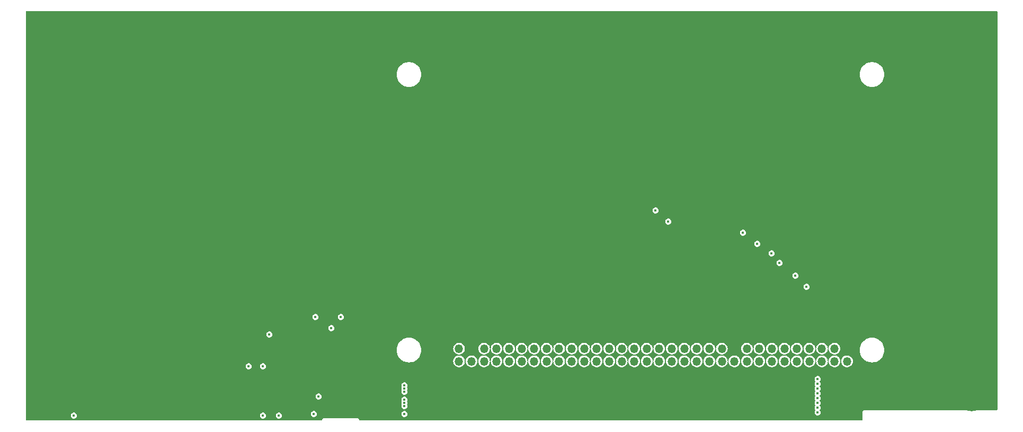
<source format=gbr>
%TF.GenerationSoftware,KiCad,Pcbnew,(7.0.0-0)*%
%TF.CreationDate,2023-03-28T15:20:33+02:00*%
%TF.ProjectId,Vortex-X-ISA-Card,566f7274-6578-42d5-982d-4953412d4361,rev?*%
%TF.SameCoordinates,Original*%
%TF.FileFunction,Copper,L2,Inr*%
%TF.FilePolarity,Positive*%
%FSLAX46Y46*%
G04 Gerber Fmt 4.6, Leading zero omitted, Abs format (unit mm)*
G04 Created by KiCad (PCBNEW (7.0.0-0)) date 2023-03-28 15:20:33*
%MOMM*%
%LPD*%
G01*
G04 APERTURE LIST*
%TA.AperFunction,ComponentPad*%
%ADD10C,0.800000*%
%TD*%
%TA.AperFunction,ComponentPad*%
%ADD11C,6.400000*%
%TD*%
%TA.AperFunction,ComponentPad*%
%ADD12R,1.350000X1.350000*%
%TD*%
%TA.AperFunction,ComponentPad*%
%ADD13O,1.350000X1.350000*%
%TD*%
%TA.AperFunction,ViaPad*%
%ADD14C,0.450000*%
%TD*%
G04 APERTURE END LIST*
D10*
%TO.N,GND*%
%TO.C,H1*%
X192680000Y-149015000D03*
X193382944Y-147317944D03*
X193382944Y-150712056D03*
X195080000Y-146615000D03*
D11*
X195080000Y-149015000D03*
D10*
X195080000Y-151415000D03*
X196777056Y-147317944D03*
X196777056Y-150712056D03*
X197480000Y-149015000D03*
%TD*%
%TO.N,GND*%
%TO.C,H2*%
X192680000Y-92500000D03*
X193382944Y-90802944D03*
X193382944Y-94197056D03*
X195080000Y-90100000D03*
D11*
X195080000Y-92500000D03*
D10*
X195080000Y-94900000D03*
X196777056Y-90802944D03*
X196777056Y-94197056D03*
X197480000Y-92500000D03*
%TD*%
D12*
%TO.N,GND*%
%TO.C,U1*%
X175131999Y-142239999D03*
D13*
%TO.N,/SBHE{slash}~{SBHE*%
X175131999Y-144239999D03*
%TO.N,/RESET*%
X173131999Y-142239999D03*
%TO.N,/DB7{slash}SD7*%
X173131999Y-144239999D03*
%TO.N,+5V*%
X171131999Y-142239999D03*
%TO.N,/DB6{slash}SD6*%
X171131999Y-144239999D03*
%TO.N,/D8{slash}SD8*%
X169131999Y-142239999D03*
%TO.N,/DB5{slash}SD5*%
X169131999Y-144239999D03*
%TO.N,/D9{slash}SD9*%
X167131999Y-142239999D03*
%TO.N,/DB4{slash}SD4*%
X167131999Y-144239999D03*
%TO.N,/D10{slash}SD10*%
X165131999Y-142239999D03*
%TO.N,/DB3{slash}SD3*%
X165131999Y-144239999D03*
%TO.N,/D11{slash}SD11*%
X163131999Y-142239999D03*
%TO.N,/DB2{slash}SD2*%
X163131999Y-144239999D03*
%TO.N,/D12{slash}SD12*%
X161131999Y-142239999D03*
%TO.N,/DB1{slash}SD1*%
X161131999Y-144239999D03*
%TO.N,/D13{slash}SD13*%
X159131999Y-142239999D03*
%TO.N,/DB0{slash}SD0*%
X159131999Y-144239999D03*
%TO.N,GND*%
X157131999Y-142239999D03*
%TO.N,/IO_READY{slash}IOCHRDY*%
X157131999Y-144239999D03*
%TO.N,/~{SMEMW}*%
X155131999Y-142239999D03*
%TO.N,/AEN*%
X155131999Y-144239999D03*
%TO.N,/~{SMEMR}*%
X153131999Y-142239999D03*
%TO.N,/BA19{slash}SA19*%
X153131999Y-144239999D03*
%TO.N,/~{IOW}*%
X151131999Y-142239999D03*
%TO.N,/BA18{slash}SA18*%
X151131999Y-144239999D03*
%TO.N,/~{IOR}*%
X149131999Y-142239999D03*
%TO.N,/BA17{slash}SA17*%
X149131999Y-144239999D03*
%TO.N,/D14{slash}SD14*%
X147131999Y-142239999D03*
%TO.N,/BA16{slash}SA16*%
X147131999Y-144239999D03*
%TO.N,/D15{slash}SD15*%
X145131999Y-142239999D03*
%TO.N,/BA15{slash}SA15*%
X145131999Y-144239999D03*
%TO.N,/~{MEMCS16*%
X143131999Y-142239999D03*
%TO.N,/BA14{slash}SA14*%
X143131999Y-144239999D03*
%TO.N,/~{IOCS16*%
X141131999Y-142239999D03*
%TO.N,/BA13{slash}SA13*%
X141131999Y-144239999D03*
%TO.N,/~{REFRESH*%
X139131999Y-142239999D03*
%TO.N,/BA12{slash}SA12*%
X139131999Y-144239999D03*
%TO.N,/CLK{slash}BCLK*%
X137131999Y-142239999D03*
%TO.N,/BA11{slash}SA11*%
X137131999Y-144239999D03*
%TO.N,/IRQ7*%
X135131999Y-142239999D03*
%TO.N,/BA10{slash}SA10*%
X135131999Y-144239999D03*
%TO.N,/IRQ6*%
X133131999Y-142239999D03*
%TO.N,/BA9{slash}SA9*%
X133131999Y-144239999D03*
%TO.N,/IRQ5*%
X131131999Y-142239999D03*
%TO.N,/BA8{slash}SA8*%
X131131999Y-144239999D03*
%TO.N,/IRQ4*%
X129131999Y-142239999D03*
%TO.N,/BA7{slash}SA7*%
X129131999Y-144239999D03*
%TO.N,/IRQ3*%
X127131999Y-142239999D03*
%TO.N,/BA6{slash}SA6*%
X127131999Y-144239999D03*
%TO.N,/IRQ10*%
X125131999Y-142239999D03*
%TO.N,/BA5{slash}SA5*%
X125131999Y-144239999D03*
%TO.N,/IRQ11*%
X123131999Y-142239999D03*
%TO.N,/BA4{slash}SA4*%
X123131999Y-144239999D03*
%TO.N,/ALE{slash}BALE*%
X121131999Y-142239999D03*
%TO.N,/BA3{slash}SA3*%
X121131999Y-144239999D03*
%TO.N,+5V*%
X119131999Y-142239999D03*
%TO.N,/BA2{slash}SA2*%
X119131999Y-144239999D03*
%TO.N,/OSC*%
X117131999Y-142239999D03*
%TO.N,/BA1{slash}SA1*%
X117131999Y-144239999D03*
%TO.N,GND*%
X115131999Y-142239999D03*
%TO.N,/BA0{slash}SA0*%
X115131999Y-144239999D03*
%TO.N,/IRQ12*%
X113131999Y-142239999D03*
%TO.N,/IRQ14*%
X113131999Y-144239999D03*
%TD*%
D14*
%TO.N,GND*%
X147447000Y-152654000D03*
X84836000Y-151384000D03*
X99314000Y-152654000D03*
X175514000Y-151638000D03*
X126746000Y-151892000D03*
X99314000Y-151130000D03*
X175514000Y-147828000D03*
X121666000Y-152908000D03*
X99314000Y-152146000D03*
X120142000Y-151638000D03*
X108204000Y-151384000D03*
X103124000Y-153162000D03*
X99314000Y-149606000D03*
X106934000Y-150622000D03*
X149733000Y-152654000D03*
X112522000Y-152908000D03*
X175514000Y-147066000D03*
X78486000Y-152908000D03*
X99314000Y-151638000D03*
X136906000Y-145542000D03*
X175514000Y-150114000D03*
X99314000Y-149098000D03*
X139446000Y-145542000D03*
X123952000Y-151892000D03*
X175514000Y-150876000D03*
X99314000Y-148082000D03*
X102870000Y-151892000D03*
X175514000Y-152400000D03*
X109982000Y-153162000D03*
X122174000Y-151892000D03*
X126746000Y-145542000D03*
X175514000Y-148590000D03*
X152614550Y-152614550D03*
X115062000Y-152908000D03*
X99314000Y-150622000D03*
X109220000Y-152146000D03*
X99314000Y-150114000D03*
X89408000Y-137922000D03*
X175514000Y-149352000D03*
X99314000Y-148590000D03*
X46482000Y-152908000D03*
X144780000Y-152654000D03*
%TO.N,+5V*%
X104394000Y-150876000D03*
X170434000Y-148590000D03*
X170434000Y-147828000D03*
X104394000Y-149098000D03*
X104394000Y-151384000D03*
X170434000Y-152400000D03*
X104394000Y-148590000D03*
X170434000Y-151638000D03*
X104394000Y-150368000D03*
X170434000Y-147066000D03*
X104394000Y-152654000D03*
X170434000Y-149352000D03*
X170434000Y-150114000D03*
X104394000Y-148082000D03*
X170434000Y-150876000D03*
X51562000Y-152908000D03*
%TO.N,/D8{slash}SD8*%
X168656000Y-132334000D03*
%TO.N,/D9{slash}SD9*%
X166878000Y-130556000D03*
%TO.N,/D10{slash}SD10*%
X164338000Y-128524000D03*
%TO.N,/D11{slash}SD11*%
X163068000Y-127000000D03*
%TO.N,/D12{slash}SD12*%
X160782000Y-125476000D03*
%TO.N,/D13{slash}SD13*%
X158496000Y-123698000D03*
%TO.N,/D14{slash}SD14*%
X146558000Y-121920000D03*
%TO.N,/D15{slash}SD15*%
X144526000Y-120142000D03*
%TO.N,/IRQ10*%
X94234000Y-137160000D03*
X90170000Y-137160000D03*
X84328000Y-152908000D03*
%TO.N,/IRQ11*%
X81788000Y-152908000D03*
X82804000Y-139954000D03*
X92710000Y-138938000D03*
%TO.N,/IRQ14*%
X81788000Y-145034000D03*
X79502000Y-145034000D03*
%TO.N,/~{MEMCS16*%
X89916000Y-152654000D03*
%TO.N,/~{IOCS16*%
X90678000Y-149860000D03*
%TD*%
%TA.AperFunction,Conductor*%
%TO.N,GND*%
G36*
X199141048Y-88372952D02*
G01*
X199159500Y-88417500D01*
X199159500Y-151966500D01*
X199141048Y-152011048D01*
X199096500Y-152029500D01*
X178107648Y-152029500D01*
X177972352Y-152029500D01*
X177944050Y-152037809D01*
X177935274Y-152039718D01*
X177910544Y-152043274D01*
X177910534Y-152043276D01*
X177906082Y-152043917D01*
X177901987Y-152045786D01*
X177901987Y-152045787D01*
X177879261Y-152056165D01*
X177870843Y-152059305D01*
X177846858Y-152066348D01*
X177846856Y-152066348D01*
X177842537Y-152067617D01*
X177838750Y-152070050D01*
X177838747Y-152070052D01*
X177817728Y-152083560D01*
X177809842Y-152087866D01*
X177787112Y-152098246D01*
X177787101Y-152098252D01*
X177783013Y-152100120D01*
X177779609Y-152103068D01*
X177779611Y-152103068D01*
X177760723Y-152119434D01*
X177753531Y-152124817D01*
X177732513Y-152138325D01*
X177732507Y-152138329D01*
X177728720Y-152140764D01*
X177725772Y-152144164D01*
X177725767Y-152144170D01*
X177709404Y-152163053D01*
X177703053Y-152169404D01*
X177684170Y-152185767D01*
X177684164Y-152185772D01*
X177680764Y-152188720D01*
X177678329Y-152192507D01*
X177678325Y-152192513D01*
X177664817Y-152213531D01*
X177659436Y-152220720D01*
X177640120Y-152243013D01*
X177638252Y-152247101D01*
X177638246Y-152247112D01*
X177627866Y-152269842D01*
X177623560Y-152277728D01*
X177610052Y-152298747D01*
X177610050Y-152298750D01*
X177607617Y-152302537D01*
X177606348Y-152306856D01*
X177606348Y-152306858D01*
X177599305Y-152330843D01*
X177596165Y-152339261D01*
X177583917Y-152366082D01*
X177583276Y-152370534D01*
X177583274Y-152370544D01*
X177579718Y-152395274D01*
X177577809Y-152404050D01*
X177569500Y-152432352D01*
X177569500Y-152436861D01*
X177569500Y-153607000D01*
X177551048Y-153651548D01*
X177506500Y-153670000D01*
X97272061Y-153670000D01*
X97238001Y-153659999D01*
X97214755Y-153633172D01*
X97203832Y-153609255D01*
X97200694Y-153600843D01*
X97192383Y-153572537D01*
X97176437Y-153547726D01*
X97172129Y-153539836D01*
X97161752Y-153517112D01*
X97161751Y-153517111D01*
X97159880Y-153513013D01*
X97140567Y-153490725D01*
X97135181Y-153483530D01*
X97121674Y-153462513D01*
X97121672Y-153462511D01*
X97119236Y-153458720D01*
X97096951Y-153439409D01*
X97090597Y-153433055D01*
X97074231Y-153414169D01*
X97074229Y-153414167D01*
X97071280Y-153410764D01*
X97067492Y-153408329D01*
X97067488Y-153408326D01*
X97046467Y-153394816D01*
X97039272Y-153389430D01*
X97020393Y-153373071D01*
X97020391Y-153373070D01*
X97016987Y-153370120D01*
X96990162Y-153357869D01*
X96982275Y-153353562D01*
X96961254Y-153340052D01*
X96961246Y-153340048D01*
X96957463Y-153337617D01*
X96929159Y-153329306D01*
X96920740Y-153326165D01*
X96898021Y-153315790D01*
X96898016Y-153315788D01*
X96893918Y-153313917D01*
X96889462Y-153313276D01*
X96889451Y-153313273D01*
X96864726Y-153309718D01*
X96855946Y-153307808D01*
X96831976Y-153300770D01*
X96831970Y-153300769D01*
X96827648Y-153299500D01*
X96793648Y-153299500D01*
X91747648Y-153299500D01*
X91612352Y-153299500D01*
X91584050Y-153307809D01*
X91575274Y-153309718D01*
X91550544Y-153313274D01*
X91550534Y-153313276D01*
X91546082Y-153313917D01*
X91541987Y-153315786D01*
X91541987Y-153315787D01*
X91519261Y-153326165D01*
X91510843Y-153329305D01*
X91486858Y-153336348D01*
X91486856Y-153336348D01*
X91482537Y-153337617D01*
X91478750Y-153340050D01*
X91478747Y-153340052D01*
X91457728Y-153353560D01*
X91449842Y-153357866D01*
X91427112Y-153368246D01*
X91427101Y-153368252D01*
X91423013Y-153370120D01*
X91400728Y-153389430D01*
X91400723Y-153389434D01*
X91393531Y-153394817D01*
X91372513Y-153408325D01*
X91372507Y-153408329D01*
X91368720Y-153410764D01*
X91365772Y-153414164D01*
X91365767Y-153414170D01*
X91349404Y-153433053D01*
X91343053Y-153439404D01*
X91324170Y-153455767D01*
X91324164Y-153455772D01*
X91320764Y-153458720D01*
X91318329Y-153462507D01*
X91318325Y-153462513D01*
X91304817Y-153483531D01*
X91299436Y-153490720D01*
X91280120Y-153513013D01*
X91278252Y-153517101D01*
X91278246Y-153517112D01*
X91267866Y-153539842D01*
X91263560Y-153547728D01*
X91250052Y-153568747D01*
X91250050Y-153568750D01*
X91247617Y-153572537D01*
X91246348Y-153576856D01*
X91246348Y-153576858D01*
X91239305Y-153600843D01*
X91236165Y-153609260D01*
X91225248Y-153633168D01*
X91202002Y-153659998D01*
X91167940Y-153670000D01*
X43953500Y-153670000D01*
X43908952Y-153651548D01*
X43890500Y-153607000D01*
X43890500Y-152908000D01*
X51077569Y-152908000D01*
X51078210Y-152912458D01*
X51096550Y-153040020D01*
X51096551Y-153040024D01*
X51097192Y-153044480D01*
X51099062Y-153048574D01*
X51099063Y-153048578D01*
X51152598Y-153165803D01*
X51152600Y-153165806D01*
X51154471Y-153169903D01*
X51244765Y-153274109D01*
X51286251Y-153300770D01*
X51356967Y-153346217D01*
X51356970Y-153346218D01*
X51360760Y-153348654D01*
X51493058Y-153387500D01*
X51626434Y-153387500D01*
X51630942Y-153387500D01*
X51763240Y-153348654D01*
X51879235Y-153274109D01*
X51969529Y-153169903D01*
X52026808Y-153044480D01*
X52046431Y-152908000D01*
X81303569Y-152908000D01*
X81304210Y-152912458D01*
X81322550Y-153040020D01*
X81322551Y-153040024D01*
X81323192Y-153044480D01*
X81325062Y-153048574D01*
X81325063Y-153048578D01*
X81378598Y-153165803D01*
X81378600Y-153165806D01*
X81380471Y-153169903D01*
X81470765Y-153274109D01*
X81512251Y-153300770D01*
X81582967Y-153346217D01*
X81582970Y-153346218D01*
X81586760Y-153348654D01*
X81719058Y-153387500D01*
X81852434Y-153387500D01*
X81856942Y-153387500D01*
X81989240Y-153348654D01*
X82105235Y-153274109D01*
X82195529Y-153169903D01*
X82252808Y-153044480D01*
X82272431Y-152908000D01*
X83843569Y-152908000D01*
X83844210Y-152912458D01*
X83862550Y-153040020D01*
X83862551Y-153040024D01*
X83863192Y-153044480D01*
X83865062Y-153048574D01*
X83865063Y-153048578D01*
X83918598Y-153165803D01*
X83918600Y-153165806D01*
X83920471Y-153169903D01*
X84010765Y-153274109D01*
X84052251Y-153300770D01*
X84122967Y-153346217D01*
X84122970Y-153346218D01*
X84126760Y-153348654D01*
X84259058Y-153387500D01*
X84392434Y-153387500D01*
X84396942Y-153387500D01*
X84529240Y-153348654D01*
X84645235Y-153274109D01*
X84735529Y-153169903D01*
X84792808Y-153044480D01*
X84812431Y-152908000D01*
X84792808Y-152771520D01*
X84739138Y-152654000D01*
X89431569Y-152654000D01*
X89432210Y-152658458D01*
X89450550Y-152786020D01*
X89450551Y-152786024D01*
X89451192Y-152790480D01*
X89453062Y-152794574D01*
X89453063Y-152794578D01*
X89506598Y-152911803D01*
X89506600Y-152911806D01*
X89508471Y-152915903D01*
X89598765Y-153020109D01*
X89643064Y-153048578D01*
X89710967Y-153092217D01*
X89710970Y-153092218D01*
X89714760Y-153094654D01*
X89847058Y-153133500D01*
X89980434Y-153133500D01*
X89984942Y-153133500D01*
X90117240Y-153094654D01*
X90233235Y-153020109D01*
X90323529Y-152915903D01*
X90380808Y-152790480D01*
X90400431Y-152654000D01*
X103909569Y-152654000D01*
X103910210Y-152658458D01*
X103928550Y-152786020D01*
X103928551Y-152786024D01*
X103929192Y-152790480D01*
X103931062Y-152794574D01*
X103931063Y-152794578D01*
X103984598Y-152911803D01*
X103984600Y-152911806D01*
X103986471Y-152915903D01*
X104076765Y-153020109D01*
X104121064Y-153048578D01*
X104188967Y-153092217D01*
X104188970Y-153092218D01*
X104192760Y-153094654D01*
X104325058Y-153133500D01*
X104458434Y-153133500D01*
X104462942Y-153133500D01*
X104595240Y-153094654D01*
X104711235Y-153020109D01*
X104801529Y-152915903D01*
X104858808Y-152790480D01*
X104878431Y-152654000D01*
X104858808Y-152517520D01*
X104805138Y-152400000D01*
X169949569Y-152400000D01*
X169950210Y-152404458D01*
X169968550Y-152532020D01*
X169968551Y-152532024D01*
X169969192Y-152536480D01*
X169971062Y-152540574D01*
X169971063Y-152540578D01*
X170024598Y-152657803D01*
X170024600Y-152657806D01*
X170026471Y-152661903D01*
X170116765Y-152766109D01*
X170161064Y-152794578D01*
X170228967Y-152838217D01*
X170228970Y-152838218D01*
X170232760Y-152840654D01*
X170365058Y-152879500D01*
X170498434Y-152879500D01*
X170502942Y-152879500D01*
X170635240Y-152840654D01*
X170751235Y-152766109D01*
X170841529Y-152661903D01*
X170898808Y-152536480D01*
X170918431Y-152400000D01*
X170898808Y-152263520D01*
X170858154Y-152174500D01*
X170843401Y-152142196D01*
X170843400Y-152142195D01*
X170841529Y-152138097D01*
X170774078Y-152060254D01*
X170758692Y-152018999D01*
X170774080Y-151977744D01*
X170841529Y-151899903D01*
X170898808Y-151774480D01*
X170918431Y-151638000D01*
X170898808Y-151501520D01*
X170841529Y-151376097D01*
X170774079Y-151298255D01*
X170758692Y-151257000D01*
X170774080Y-151215744D01*
X170841529Y-151137903D01*
X170898808Y-151012480D01*
X170918431Y-150876000D01*
X170898808Y-150739520D01*
X170841529Y-150614097D01*
X170774079Y-150536255D01*
X170758692Y-150495000D01*
X170774080Y-150453744D01*
X170841529Y-150375903D01*
X170898808Y-150250480D01*
X170918431Y-150114000D01*
X170898808Y-149977520D01*
X170841529Y-149852097D01*
X170774079Y-149774255D01*
X170758692Y-149733000D01*
X170774080Y-149691744D01*
X170841529Y-149613903D01*
X170898808Y-149488480D01*
X170918431Y-149352000D01*
X170898808Y-149215520D01*
X170841529Y-149090097D01*
X170774079Y-149012255D01*
X170758692Y-148971000D01*
X170774080Y-148929744D01*
X170841529Y-148851903D01*
X170898808Y-148726480D01*
X170918431Y-148590000D01*
X170898808Y-148453520D01*
X170841529Y-148328097D01*
X170774079Y-148250255D01*
X170758692Y-148209000D01*
X170774080Y-148167744D01*
X170841529Y-148089903D01*
X170898808Y-147964480D01*
X170918431Y-147828000D01*
X170898808Y-147691520D01*
X170841529Y-147566097D01*
X170774079Y-147488255D01*
X170758692Y-147447000D01*
X170774080Y-147405744D01*
X170774081Y-147405743D01*
X170841529Y-147327903D01*
X170898808Y-147202480D01*
X170918431Y-147066000D01*
X170898808Y-146929520D01*
X170841529Y-146804097D01*
X170751235Y-146699891D01*
X170720708Y-146680272D01*
X170639032Y-146627782D01*
X170639026Y-146627779D01*
X170635240Y-146625346D01*
X170502942Y-146586500D01*
X170365058Y-146586500D01*
X170360733Y-146587769D01*
X170360732Y-146587770D01*
X170237084Y-146624076D01*
X170237081Y-146624077D01*
X170232760Y-146625346D01*
X170228975Y-146627778D01*
X170228967Y-146627782D01*
X170120555Y-146697455D01*
X170120553Y-146697456D01*
X170116765Y-146699891D01*
X170113816Y-146703293D01*
X170113814Y-146703296D01*
X170029423Y-146800690D01*
X170026471Y-146804097D01*
X170024601Y-146808190D01*
X170024598Y-146808196D01*
X169971063Y-146925421D01*
X169971061Y-146925426D01*
X169969192Y-146929520D01*
X169968551Y-146933973D01*
X169968550Y-146933979D01*
X169950844Y-147057126D01*
X169949569Y-147066000D01*
X169950210Y-147070458D01*
X169968550Y-147198020D01*
X169968551Y-147198024D01*
X169969192Y-147202480D01*
X169971062Y-147206574D01*
X169971063Y-147206578D01*
X170024598Y-147323803D01*
X170024600Y-147323806D01*
X170026471Y-147327903D01*
X170093919Y-147405743D01*
X170109307Y-147446999D01*
X170093920Y-147488254D01*
X170029422Y-147562690D01*
X170029418Y-147562695D01*
X170026471Y-147566097D01*
X170024601Y-147570190D01*
X170024598Y-147570196D01*
X169971063Y-147687421D01*
X169971061Y-147687426D01*
X169969192Y-147691520D01*
X169968551Y-147695973D01*
X169968550Y-147695979D01*
X169965198Y-147719296D01*
X169949569Y-147828000D01*
X169950210Y-147832458D01*
X169968550Y-147960020D01*
X169968551Y-147960024D01*
X169969192Y-147964480D01*
X169971062Y-147968574D01*
X169971063Y-147968578D01*
X170024598Y-148085803D01*
X170024600Y-148085806D01*
X170026471Y-148089903D01*
X170093920Y-148167744D01*
X170109307Y-148209000D01*
X170093920Y-148250255D01*
X170026471Y-148328097D01*
X170024601Y-148332190D01*
X170024598Y-148332196D01*
X169971063Y-148449421D01*
X169971061Y-148449426D01*
X169969192Y-148453520D01*
X169968551Y-148457973D01*
X169968550Y-148457979D01*
X169950844Y-148581126D01*
X169949569Y-148590000D01*
X169950210Y-148594458D01*
X169968550Y-148722020D01*
X169968551Y-148722024D01*
X169969192Y-148726480D01*
X169971062Y-148730574D01*
X169971063Y-148730578D01*
X170024598Y-148847803D01*
X170024600Y-148847806D01*
X170026471Y-148851903D01*
X170093920Y-148929744D01*
X170109307Y-148971000D01*
X170093920Y-149012255D01*
X170026471Y-149090097D01*
X170024601Y-149094190D01*
X170024598Y-149094196D01*
X169971063Y-149211421D01*
X169971061Y-149211426D01*
X169969192Y-149215520D01*
X169968551Y-149219973D01*
X169968550Y-149219979D01*
X169950844Y-149343126D01*
X169949569Y-149352000D01*
X169950210Y-149356458D01*
X169968550Y-149484020D01*
X169968551Y-149484024D01*
X169969192Y-149488480D01*
X169971062Y-149492574D01*
X169971063Y-149492578D01*
X170024598Y-149609803D01*
X170024600Y-149609806D01*
X170026471Y-149613903D01*
X170093920Y-149691744D01*
X170109307Y-149733000D01*
X170093920Y-149774255D01*
X170026471Y-149852097D01*
X170024601Y-149856190D01*
X170024598Y-149856196D01*
X169971063Y-149973421D01*
X169971061Y-149973426D01*
X169969192Y-149977520D01*
X169968551Y-149981973D01*
X169968550Y-149981979D01*
X169965198Y-150005296D01*
X169949569Y-150114000D01*
X169950210Y-150118458D01*
X169968550Y-150246020D01*
X169968551Y-150246024D01*
X169969192Y-150250480D01*
X169971062Y-150254574D01*
X169971063Y-150254578D01*
X170024598Y-150371803D01*
X170024600Y-150371806D01*
X170026471Y-150375903D01*
X170093920Y-150453744D01*
X170109307Y-150495000D01*
X170093920Y-150536255D01*
X170026471Y-150614097D01*
X170024601Y-150618190D01*
X170024598Y-150618196D01*
X169971063Y-150735421D01*
X169971061Y-150735426D01*
X169969192Y-150739520D01*
X169968551Y-150743973D01*
X169968550Y-150743979D01*
X169950844Y-150867126D01*
X169949569Y-150876000D01*
X169950210Y-150880458D01*
X169968550Y-151008020D01*
X169968551Y-151008024D01*
X169969192Y-151012480D01*
X169971062Y-151016574D01*
X169971063Y-151016578D01*
X170024598Y-151133803D01*
X170024600Y-151133806D01*
X170026471Y-151137903D01*
X170093920Y-151215744D01*
X170109307Y-151257000D01*
X170093920Y-151298255D01*
X170026471Y-151376097D01*
X170024601Y-151380190D01*
X170024598Y-151380196D01*
X169971063Y-151497421D01*
X169971061Y-151497426D01*
X169969192Y-151501520D01*
X169968551Y-151505973D01*
X169968550Y-151505979D01*
X169950844Y-151629126D01*
X169949569Y-151638000D01*
X169950210Y-151642458D01*
X169968550Y-151770020D01*
X169968551Y-151770024D01*
X169969192Y-151774480D01*
X169971062Y-151778574D01*
X169971063Y-151778578D01*
X170024598Y-151895803D01*
X170024600Y-151895806D01*
X170026471Y-151899903D01*
X170084177Y-151966500D01*
X170093920Y-151977744D01*
X170109307Y-152019000D01*
X170093920Y-152060255D01*
X170026471Y-152138097D01*
X170024601Y-152142190D01*
X170024598Y-152142196D01*
X169971063Y-152259421D01*
X169971061Y-152259426D01*
X169969192Y-152263520D01*
X169968551Y-152267973D01*
X169968550Y-152267979D01*
X169959512Y-152330843D01*
X169949569Y-152400000D01*
X104805138Y-152400000D01*
X104801529Y-152392097D01*
X104711235Y-152287891D01*
X104666935Y-152259421D01*
X104599032Y-152215782D01*
X104599026Y-152215779D01*
X104595240Y-152213346D01*
X104462942Y-152174500D01*
X104325058Y-152174500D01*
X104320733Y-152175769D01*
X104320732Y-152175770D01*
X104197084Y-152212076D01*
X104197081Y-152212077D01*
X104192760Y-152213346D01*
X104188975Y-152215778D01*
X104188967Y-152215782D01*
X104080555Y-152285455D01*
X104080553Y-152285456D01*
X104076765Y-152287891D01*
X104073816Y-152291293D01*
X104073814Y-152291296D01*
X103989423Y-152388690D01*
X103986471Y-152392097D01*
X103984601Y-152396190D01*
X103984598Y-152396196D01*
X103931063Y-152513421D01*
X103931061Y-152513426D01*
X103929192Y-152517520D01*
X103928551Y-152521973D01*
X103928550Y-152521979D01*
X103917294Y-152600272D01*
X103909569Y-152654000D01*
X90400431Y-152654000D01*
X90380808Y-152517520D01*
X90323529Y-152392097D01*
X90233235Y-152287891D01*
X90188935Y-152259421D01*
X90121032Y-152215782D01*
X90121026Y-152215779D01*
X90117240Y-152213346D01*
X89984942Y-152174500D01*
X89847058Y-152174500D01*
X89842733Y-152175769D01*
X89842732Y-152175770D01*
X89719084Y-152212076D01*
X89719081Y-152212077D01*
X89714760Y-152213346D01*
X89710975Y-152215778D01*
X89710967Y-152215782D01*
X89602555Y-152285455D01*
X89602553Y-152285456D01*
X89598765Y-152287891D01*
X89595816Y-152291293D01*
X89595814Y-152291296D01*
X89511423Y-152388690D01*
X89508471Y-152392097D01*
X89506601Y-152396190D01*
X89506598Y-152396196D01*
X89453063Y-152513421D01*
X89453061Y-152513426D01*
X89451192Y-152517520D01*
X89450551Y-152521973D01*
X89450550Y-152521979D01*
X89439294Y-152600272D01*
X89431569Y-152654000D01*
X84739138Y-152654000D01*
X84735529Y-152646097D01*
X84645235Y-152541891D01*
X84600935Y-152513421D01*
X84533032Y-152469782D01*
X84533026Y-152469779D01*
X84529240Y-152467346D01*
X84396942Y-152428500D01*
X84259058Y-152428500D01*
X84254733Y-152429769D01*
X84254732Y-152429770D01*
X84131084Y-152466076D01*
X84131081Y-152466077D01*
X84126760Y-152467346D01*
X84122975Y-152469778D01*
X84122967Y-152469782D01*
X84014555Y-152539455D01*
X84014553Y-152539456D01*
X84010765Y-152541891D01*
X84007816Y-152545293D01*
X84007814Y-152545296D01*
X83960178Y-152600272D01*
X83920471Y-152646097D01*
X83918601Y-152650190D01*
X83918598Y-152650196D01*
X83865063Y-152767421D01*
X83865061Y-152767426D01*
X83863192Y-152771520D01*
X83862551Y-152775973D01*
X83862550Y-152775979D01*
X83850580Y-152859236D01*
X83843569Y-152908000D01*
X82272431Y-152908000D01*
X82252808Y-152771520D01*
X82195529Y-152646097D01*
X82105235Y-152541891D01*
X82060935Y-152513421D01*
X81993032Y-152469782D01*
X81993026Y-152469779D01*
X81989240Y-152467346D01*
X81856942Y-152428500D01*
X81719058Y-152428500D01*
X81714733Y-152429769D01*
X81714732Y-152429770D01*
X81591084Y-152466076D01*
X81591081Y-152466077D01*
X81586760Y-152467346D01*
X81582975Y-152469778D01*
X81582967Y-152469782D01*
X81474555Y-152539455D01*
X81474553Y-152539456D01*
X81470765Y-152541891D01*
X81467816Y-152545293D01*
X81467814Y-152545296D01*
X81420178Y-152600272D01*
X81380471Y-152646097D01*
X81378601Y-152650190D01*
X81378598Y-152650196D01*
X81325063Y-152767421D01*
X81325061Y-152767426D01*
X81323192Y-152771520D01*
X81322551Y-152775973D01*
X81322550Y-152775979D01*
X81310580Y-152859236D01*
X81303569Y-152908000D01*
X52046431Y-152908000D01*
X52026808Y-152771520D01*
X51969529Y-152646097D01*
X51879235Y-152541891D01*
X51834935Y-152513421D01*
X51767032Y-152469782D01*
X51767026Y-152469779D01*
X51763240Y-152467346D01*
X51630942Y-152428500D01*
X51493058Y-152428500D01*
X51488733Y-152429769D01*
X51488732Y-152429770D01*
X51365084Y-152466076D01*
X51365081Y-152466077D01*
X51360760Y-152467346D01*
X51356975Y-152469778D01*
X51356967Y-152469782D01*
X51248555Y-152539455D01*
X51248553Y-152539456D01*
X51244765Y-152541891D01*
X51241816Y-152545293D01*
X51241814Y-152545296D01*
X51194178Y-152600272D01*
X51154471Y-152646097D01*
X51152601Y-152650190D01*
X51152598Y-152650196D01*
X51099063Y-152767421D01*
X51099061Y-152767426D01*
X51097192Y-152771520D01*
X51096551Y-152775973D01*
X51096550Y-152775979D01*
X51084580Y-152859236D01*
X51077569Y-152908000D01*
X43890500Y-152908000D01*
X43890500Y-151384000D01*
X103909569Y-151384000D01*
X103910210Y-151388458D01*
X103928550Y-151516020D01*
X103928551Y-151516024D01*
X103929192Y-151520480D01*
X103931062Y-151524574D01*
X103931063Y-151524578D01*
X103984598Y-151641803D01*
X103984600Y-151641806D01*
X103986471Y-151645903D01*
X104076765Y-151750109D01*
X104121064Y-151778578D01*
X104188967Y-151822217D01*
X104188970Y-151822218D01*
X104192760Y-151824654D01*
X104325058Y-151863500D01*
X104458434Y-151863500D01*
X104462942Y-151863500D01*
X104595240Y-151824654D01*
X104711235Y-151750109D01*
X104801529Y-151645903D01*
X104858808Y-151520480D01*
X104878431Y-151384000D01*
X104858808Y-151247520D01*
X104817090Y-151156170D01*
X104811397Y-151129999D01*
X104817090Y-151103828D01*
X104858808Y-151012480D01*
X104878431Y-150876000D01*
X104858808Y-150739520D01*
X104817087Y-150648165D01*
X104811396Y-150622000D01*
X104817087Y-150595834D01*
X104858808Y-150504480D01*
X104878431Y-150368000D01*
X104858808Y-150231520D01*
X104801529Y-150106097D01*
X104711235Y-150001891D01*
X104666935Y-149973421D01*
X104599032Y-149929782D01*
X104599026Y-149929779D01*
X104595240Y-149927346D01*
X104462942Y-149888500D01*
X104325058Y-149888500D01*
X104320733Y-149889769D01*
X104320732Y-149889770D01*
X104197084Y-149926076D01*
X104197081Y-149926077D01*
X104192760Y-149927346D01*
X104188975Y-149929778D01*
X104188967Y-149929782D01*
X104080555Y-149999455D01*
X104080553Y-149999456D01*
X104076765Y-150001891D01*
X104073816Y-150005293D01*
X104073814Y-150005296D01*
X103989423Y-150102690D01*
X103986471Y-150106097D01*
X103984601Y-150110190D01*
X103984598Y-150110196D01*
X103931063Y-150227421D01*
X103931061Y-150227426D01*
X103929192Y-150231520D01*
X103928551Y-150235973D01*
X103928550Y-150235979D01*
X103913849Y-150338229D01*
X103909569Y-150368000D01*
X103910210Y-150372458D01*
X103928550Y-150500020D01*
X103928551Y-150500024D01*
X103929192Y-150504480D01*
X103931062Y-150508575D01*
X103931063Y-150508578D01*
X103970909Y-150595829D01*
X103976602Y-150622000D01*
X103970909Y-150648171D01*
X103931063Y-150735421D01*
X103931061Y-150735426D01*
X103929192Y-150739520D01*
X103928551Y-150743973D01*
X103928550Y-150743979D01*
X103910844Y-150867126D01*
X103909569Y-150876000D01*
X103910210Y-150880458D01*
X103928550Y-151008020D01*
X103928551Y-151008024D01*
X103929192Y-151012480D01*
X103931062Y-151016574D01*
X103931063Y-151016578D01*
X103970909Y-151103828D01*
X103976602Y-151129999D01*
X103970909Y-151156170D01*
X103931063Y-151243420D01*
X103931060Y-151243428D01*
X103929192Y-151247520D01*
X103928551Y-151251973D01*
X103928550Y-151251979D01*
X103921897Y-151298256D01*
X103909569Y-151384000D01*
X43890500Y-151384000D01*
X43890500Y-149860000D01*
X90193569Y-149860000D01*
X90194210Y-149864458D01*
X90212550Y-149992020D01*
X90212551Y-149992024D01*
X90213192Y-149996480D01*
X90215062Y-150000574D01*
X90215063Y-150000578D01*
X90268598Y-150117803D01*
X90268600Y-150117806D01*
X90270471Y-150121903D01*
X90360765Y-150226109D01*
X90405064Y-150254578D01*
X90472967Y-150298217D01*
X90472970Y-150298218D01*
X90476760Y-150300654D01*
X90609058Y-150339500D01*
X90742434Y-150339500D01*
X90746942Y-150339500D01*
X90879240Y-150300654D01*
X90995235Y-150226109D01*
X91085529Y-150121903D01*
X91142808Y-149996480D01*
X91162431Y-149860000D01*
X91142808Y-149723520D01*
X91085529Y-149598097D01*
X90995235Y-149493891D01*
X90948893Y-149464109D01*
X90883032Y-149421782D01*
X90883026Y-149421779D01*
X90879240Y-149419346D01*
X90746942Y-149380500D01*
X90609058Y-149380500D01*
X90604733Y-149381769D01*
X90604732Y-149381770D01*
X90481084Y-149418076D01*
X90481081Y-149418077D01*
X90476760Y-149419346D01*
X90472975Y-149421778D01*
X90472967Y-149421782D01*
X90364555Y-149491455D01*
X90364553Y-149491456D01*
X90360765Y-149493891D01*
X90357816Y-149497293D01*
X90357814Y-149497296D01*
X90288318Y-149577500D01*
X90270471Y-149598097D01*
X90268601Y-149602190D01*
X90268598Y-149602196D01*
X90215063Y-149719421D01*
X90215061Y-149719426D01*
X90213192Y-149723520D01*
X90212551Y-149727973D01*
X90212550Y-149727979D01*
X90205897Y-149774256D01*
X90193569Y-149860000D01*
X43890500Y-149860000D01*
X43890500Y-149098000D01*
X103909569Y-149098000D01*
X103910210Y-149102458D01*
X103928550Y-149230020D01*
X103928551Y-149230024D01*
X103929192Y-149234480D01*
X103931062Y-149238574D01*
X103931063Y-149238578D01*
X103984598Y-149355803D01*
X103984600Y-149355806D01*
X103986471Y-149359903D01*
X104076765Y-149464109D01*
X104121064Y-149492578D01*
X104188967Y-149536217D01*
X104188970Y-149536218D01*
X104192760Y-149538654D01*
X104325058Y-149577500D01*
X104458434Y-149577500D01*
X104462942Y-149577500D01*
X104595240Y-149538654D01*
X104711235Y-149464109D01*
X104801529Y-149359903D01*
X104858808Y-149234480D01*
X104878431Y-149098000D01*
X104858808Y-148961520D01*
X104817087Y-148870165D01*
X104811396Y-148844000D01*
X104817087Y-148817834D01*
X104858808Y-148726480D01*
X104878431Y-148590000D01*
X104858808Y-148453520D01*
X104817087Y-148362165D01*
X104811396Y-148336000D01*
X104817087Y-148309834D01*
X104858808Y-148218480D01*
X104878431Y-148082000D01*
X104858808Y-147945520D01*
X104801529Y-147820097D01*
X104711235Y-147715891D01*
X104666935Y-147687421D01*
X104599032Y-147643782D01*
X104599026Y-147643779D01*
X104595240Y-147641346D01*
X104462942Y-147602500D01*
X104325058Y-147602500D01*
X104320733Y-147603769D01*
X104320732Y-147603770D01*
X104197084Y-147640076D01*
X104197081Y-147640077D01*
X104192760Y-147641346D01*
X104188975Y-147643778D01*
X104188967Y-147643782D01*
X104080555Y-147713455D01*
X104080553Y-147713456D01*
X104076765Y-147715891D01*
X104073816Y-147719293D01*
X104073814Y-147719296D01*
X103989423Y-147816690D01*
X103986471Y-147820097D01*
X103984601Y-147824190D01*
X103984598Y-147824196D01*
X103931063Y-147941421D01*
X103931061Y-147941426D01*
X103929192Y-147945520D01*
X103928551Y-147949973D01*
X103928550Y-147949979D01*
X103910844Y-148073126D01*
X103909569Y-148082000D01*
X103910210Y-148086458D01*
X103928550Y-148214020D01*
X103928551Y-148214024D01*
X103929192Y-148218480D01*
X103931062Y-148222575D01*
X103931063Y-148222578D01*
X103970909Y-148309828D01*
X103976602Y-148335999D01*
X103970909Y-148362170D01*
X103931063Y-148449420D01*
X103931060Y-148449428D01*
X103929192Y-148453520D01*
X103928551Y-148457973D01*
X103928550Y-148457979D01*
X103910844Y-148581126D01*
X103909569Y-148590000D01*
X103910210Y-148594458D01*
X103928550Y-148722020D01*
X103928551Y-148722024D01*
X103929192Y-148726480D01*
X103931062Y-148730575D01*
X103931063Y-148730578D01*
X103970909Y-148817829D01*
X103976602Y-148844000D01*
X103970909Y-148870171D01*
X103931063Y-148957421D01*
X103931061Y-148957426D01*
X103929192Y-148961520D01*
X103928551Y-148965973D01*
X103928550Y-148965979D01*
X103921897Y-149012256D01*
X103909569Y-149098000D01*
X43890500Y-149098000D01*
X43890500Y-145034000D01*
X79017569Y-145034000D01*
X79018210Y-145038458D01*
X79036550Y-145166020D01*
X79036551Y-145166024D01*
X79037192Y-145170480D01*
X79039062Y-145174574D01*
X79039063Y-145174578D01*
X79092598Y-145291803D01*
X79092600Y-145291806D01*
X79094471Y-145295903D01*
X79184765Y-145400109D01*
X79245839Y-145439359D01*
X79296967Y-145472217D01*
X79296970Y-145472218D01*
X79300760Y-145474654D01*
X79433058Y-145513500D01*
X79566434Y-145513500D01*
X79570942Y-145513500D01*
X79703240Y-145474654D01*
X79819235Y-145400109D01*
X79909529Y-145295903D01*
X79966808Y-145170480D01*
X79986431Y-145034000D01*
X81303569Y-145034000D01*
X81304210Y-145038458D01*
X81322550Y-145166020D01*
X81322551Y-145166024D01*
X81323192Y-145170480D01*
X81325062Y-145174574D01*
X81325063Y-145174578D01*
X81378598Y-145291803D01*
X81378600Y-145291806D01*
X81380471Y-145295903D01*
X81470765Y-145400109D01*
X81531839Y-145439359D01*
X81582967Y-145472217D01*
X81582970Y-145472218D01*
X81586760Y-145474654D01*
X81719058Y-145513500D01*
X81852434Y-145513500D01*
X81856942Y-145513500D01*
X81989240Y-145474654D01*
X82105235Y-145400109D01*
X82195529Y-145295903D01*
X82252808Y-145170480D01*
X82272431Y-145034000D01*
X82252808Y-144897520D01*
X82224168Y-144834808D01*
X82197401Y-144776196D01*
X82197400Y-144776195D01*
X82195529Y-144772097D01*
X82105235Y-144667891D01*
X82035377Y-144622996D01*
X81993032Y-144595782D01*
X81993026Y-144595779D01*
X81989240Y-144593346D01*
X81856942Y-144554500D01*
X81719058Y-144554500D01*
X81714733Y-144555769D01*
X81714732Y-144555770D01*
X81591084Y-144592076D01*
X81591081Y-144592077D01*
X81586760Y-144593346D01*
X81582975Y-144595778D01*
X81582967Y-144595782D01*
X81474555Y-144665455D01*
X81474553Y-144665456D01*
X81470765Y-144667891D01*
X81467816Y-144671293D01*
X81467814Y-144671296D01*
X81383423Y-144768690D01*
X81380471Y-144772097D01*
X81378601Y-144776190D01*
X81378598Y-144776196D01*
X81325063Y-144893421D01*
X81325061Y-144893426D01*
X81323192Y-144897520D01*
X81322551Y-144901973D01*
X81322550Y-144901979D01*
X81317588Y-144936495D01*
X81303569Y-145034000D01*
X79986431Y-145034000D01*
X79966808Y-144897520D01*
X79938168Y-144834808D01*
X79911401Y-144776196D01*
X79911400Y-144776195D01*
X79909529Y-144772097D01*
X79819235Y-144667891D01*
X79749377Y-144622996D01*
X79707032Y-144595782D01*
X79707026Y-144595779D01*
X79703240Y-144593346D01*
X79570942Y-144554500D01*
X79433058Y-144554500D01*
X79428733Y-144555769D01*
X79428732Y-144555770D01*
X79305084Y-144592076D01*
X79305081Y-144592077D01*
X79300760Y-144593346D01*
X79296975Y-144595778D01*
X79296967Y-144595782D01*
X79188555Y-144665455D01*
X79188553Y-144665456D01*
X79184765Y-144667891D01*
X79181816Y-144671293D01*
X79181814Y-144671296D01*
X79097423Y-144768690D01*
X79094471Y-144772097D01*
X79092601Y-144776190D01*
X79092598Y-144776196D01*
X79039063Y-144893421D01*
X79039061Y-144893426D01*
X79037192Y-144897520D01*
X79036551Y-144901973D01*
X79036550Y-144901979D01*
X79031588Y-144936495D01*
X79017569Y-145034000D01*
X43890500Y-145034000D01*
X43890500Y-142440000D01*
X103156467Y-142440000D01*
X103176575Y-142721148D01*
X103177053Y-142723349D01*
X103177054Y-142723350D01*
X103236009Y-142994364D01*
X103236011Y-142994372D01*
X103236490Y-142996572D01*
X103237274Y-142998676D01*
X103237278Y-142998687D01*
X103300732Y-143168812D01*
X103334992Y-143260666D01*
X103336067Y-143262635D01*
X103336069Y-143262639D01*
X103384010Y-143350436D01*
X103470076Y-143508054D01*
X103471416Y-143509844D01*
X103471418Y-143509847D01*
X103608904Y-143693507D01*
X103638992Y-143733699D01*
X103838301Y-143933008D01*
X104063946Y-144101924D01*
X104311334Y-144237008D01*
X104503283Y-144308601D01*
X104573312Y-144334721D01*
X104573314Y-144334721D01*
X104575428Y-144335510D01*
X104850852Y-144395425D01*
X105132000Y-144415533D01*
X105413148Y-144395425D01*
X105688572Y-144335510D01*
X105944644Y-144240000D01*
X112197380Y-144240000D01*
X112197725Y-144243282D01*
X112217458Y-144431032D01*
X112217459Y-144431037D01*
X112217804Y-144434318D01*
X112278182Y-144620144D01*
X112279825Y-144622991D01*
X112279828Y-144622996D01*
X112329976Y-144709855D01*
X112375877Y-144789356D01*
X112506617Y-144934558D01*
X112664690Y-145049405D01*
X112843187Y-145128876D01*
X113034306Y-145169500D01*
X113226390Y-145169500D01*
X113229694Y-145169500D01*
X113420813Y-145128876D01*
X113599310Y-145049405D01*
X113757383Y-144934558D01*
X113888123Y-144789356D01*
X113985818Y-144620144D01*
X114046196Y-144434318D01*
X114066620Y-144240000D01*
X114197380Y-144240000D01*
X114197725Y-144243282D01*
X114217458Y-144431032D01*
X114217459Y-144431037D01*
X114217804Y-144434318D01*
X114278182Y-144620144D01*
X114279825Y-144622991D01*
X114279828Y-144622996D01*
X114329976Y-144709855D01*
X114375877Y-144789356D01*
X114506617Y-144934558D01*
X114664690Y-145049405D01*
X114843187Y-145128876D01*
X115034306Y-145169500D01*
X115226390Y-145169500D01*
X115229694Y-145169500D01*
X115420813Y-145128876D01*
X115599310Y-145049405D01*
X115757383Y-144934558D01*
X115888123Y-144789356D01*
X115985818Y-144620144D01*
X116046196Y-144434318D01*
X116066620Y-144240000D01*
X116197380Y-144240000D01*
X116197725Y-144243282D01*
X116217458Y-144431032D01*
X116217459Y-144431037D01*
X116217804Y-144434318D01*
X116278182Y-144620144D01*
X116279825Y-144622991D01*
X116279828Y-144622996D01*
X116329976Y-144709855D01*
X116375877Y-144789356D01*
X116506617Y-144934558D01*
X116664690Y-145049405D01*
X116843187Y-145128876D01*
X117034306Y-145169500D01*
X117226390Y-145169500D01*
X117229694Y-145169500D01*
X117420813Y-145128876D01*
X117599310Y-145049405D01*
X117757383Y-144934558D01*
X117888123Y-144789356D01*
X117985818Y-144620144D01*
X118046196Y-144434318D01*
X118066620Y-144240000D01*
X118197380Y-144240000D01*
X118197725Y-144243282D01*
X118217458Y-144431032D01*
X118217459Y-144431037D01*
X118217804Y-144434318D01*
X118278182Y-144620144D01*
X118279825Y-144622991D01*
X118279828Y-144622996D01*
X118329976Y-144709855D01*
X118375877Y-144789356D01*
X118506617Y-144934558D01*
X118664690Y-145049405D01*
X118843187Y-145128876D01*
X119034306Y-145169500D01*
X119226390Y-145169500D01*
X119229694Y-145169500D01*
X119420813Y-145128876D01*
X119599310Y-145049405D01*
X119757383Y-144934558D01*
X119888123Y-144789356D01*
X119985818Y-144620144D01*
X120046196Y-144434318D01*
X120066620Y-144240000D01*
X120197380Y-144240000D01*
X120197725Y-144243282D01*
X120217458Y-144431032D01*
X120217459Y-144431037D01*
X120217804Y-144434318D01*
X120278182Y-144620144D01*
X120279825Y-144622991D01*
X120279828Y-144622996D01*
X120329976Y-144709855D01*
X120375877Y-144789356D01*
X120506617Y-144934558D01*
X120664690Y-145049405D01*
X120843187Y-145128876D01*
X121034306Y-145169500D01*
X121226390Y-145169500D01*
X121229694Y-145169500D01*
X121420813Y-145128876D01*
X121599310Y-145049405D01*
X121757383Y-144934558D01*
X121888123Y-144789356D01*
X121985818Y-144620144D01*
X122046196Y-144434318D01*
X122066620Y-144240000D01*
X122197380Y-144240000D01*
X122197725Y-144243282D01*
X122217458Y-144431032D01*
X122217459Y-144431037D01*
X122217804Y-144434318D01*
X122278182Y-144620144D01*
X122279825Y-144622991D01*
X122279828Y-144622996D01*
X122329976Y-144709855D01*
X122375877Y-144789356D01*
X122506617Y-144934558D01*
X122664690Y-145049405D01*
X122843187Y-145128876D01*
X123034306Y-145169500D01*
X123226390Y-145169500D01*
X123229694Y-145169500D01*
X123420813Y-145128876D01*
X123599310Y-145049405D01*
X123757383Y-144934558D01*
X123888123Y-144789356D01*
X123985818Y-144620144D01*
X124046196Y-144434318D01*
X124066620Y-144240000D01*
X124197380Y-144240000D01*
X124197725Y-144243282D01*
X124217458Y-144431032D01*
X124217459Y-144431037D01*
X124217804Y-144434318D01*
X124278182Y-144620144D01*
X124279825Y-144622991D01*
X124279828Y-144622996D01*
X124329976Y-144709855D01*
X124375877Y-144789356D01*
X124506617Y-144934558D01*
X124664690Y-145049405D01*
X124843187Y-145128876D01*
X125034306Y-145169500D01*
X125226390Y-145169500D01*
X125229694Y-145169500D01*
X125420813Y-145128876D01*
X125599310Y-145049405D01*
X125757383Y-144934558D01*
X125888123Y-144789356D01*
X125985818Y-144620144D01*
X126046196Y-144434318D01*
X126066620Y-144240000D01*
X126197380Y-144240000D01*
X126197725Y-144243282D01*
X126217458Y-144431032D01*
X126217459Y-144431037D01*
X126217804Y-144434318D01*
X126278182Y-144620144D01*
X126279825Y-144622991D01*
X126279828Y-144622996D01*
X126329976Y-144709855D01*
X126375877Y-144789356D01*
X126506617Y-144934558D01*
X126664690Y-145049405D01*
X126843187Y-145128876D01*
X127034306Y-145169500D01*
X127226390Y-145169500D01*
X127229694Y-145169500D01*
X127420813Y-145128876D01*
X127599310Y-145049405D01*
X127757383Y-144934558D01*
X127888123Y-144789356D01*
X127985818Y-144620144D01*
X128046196Y-144434318D01*
X128066620Y-144240000D01*
X128197380Y-144240000D01*
X128197725Y-144243282D01*
X128217458Y-144431032D01*
X128217459Y-144431037D01*
X128217804Y-144434318D01*
X128278182Y-144620144D01*
X128279825Y-144622991D01*
X128279828Y-144622996D01*
X128329976Y-144709855D01*
X128375877Y-144789356D01*
X128506617Y-144934558D01*
X128664690Y-145049405D01*
X128843187Y-145128876D01*
X129034306Y-145169500D01*
X129226390Y-145169500D01*
X129229694Y-145169500D01*
X129420813Y-145128876D01*
X129599310Y-145049405D01*
X129757383Y-144934558D01*
X129888123Y-144789356D01*
X129985818Y-144620144D01*
X130046196Y-144434318D01*
X130066620Y-144240000D01*
X130197380Y-144240000D01*
X130197725Y-144243282D01*
X130217458Y-144431032D01*
X130217459Y-144431037D01*
X130217804Y-144434318D01*
X130278182Y-144620144D01*
X130279825Y-144622991D01*
X130279828Y-144622996D01*
X130329976Y-144709855D01*
X130375877Y-144789356D01*
X130506617Y-144934558D01*
X130664690Y-145049405D01*
X130843187Y-145128876D01*
X131034306Y-145169500D01*
X131226390Y-145169500D01*
X131229694Y-145169500D01*
X131420813Y-145128876D01*
X131599310Y-145049405D01*
X131757383Y-144934558D01*
X131888123Y-144789356D01*
X131985818Y-144620144D01*
X132046196Y-144434318D01*
X132066620Y-144240000D01*
X132197380Y-144240000D01*
X132197725Y-144243282D01*
X132217458Y-144431032D01*
X132217459Y-144431037D01*
X132217804Y-144434318D01*
X132278182Y-144620144D01*
X132279825Y-144622991D01*
X132279828Y-144622996D01*
X132329976Y-144709855D01*
X132375877Y-144789356D01*
X132506617Y-144934558D01*
X132664690Y-145049405D01*
X132843187Y-145128876D01*
X133034306Y-145169500D01*
X133226390Y-145169500D01*
X133229694Y-145169500D01*
X133420813Y-145128876D01*
X133599310Y-145049405D01*
X133757383Y-144934558D01*
X133888123Y-144789356D01*
X133985818Y-144620144D01*
X134046196Y-144434318D01*
X134066620Y-144240000D01*
X134197380Y-144240000D01*
X134197725Y-144243282D01*
X134217458Y-144431032D01*
X134217459Y-144431037D01*
X134217804Y-144434318D01*
X134278182Y-144620144D01*
X134279825Y-144622991D01*
X134279828Y-144622996D01*
X134329976Y-144709855D01*
X134375877Y-144789356D01*
X134506617Y-144934558D01*
X134664690Y-145049405D01*
X134843187Y-145128876D01*
X135034306Y-145169500D01*
X135226390Y-145169500D01*
X135229694Y-145169500D01*
X135420813Y-145128876D01*
X135599310Y-145049405D01*
X135757383Y-144934558D01*
X135888123Y-144789356D01*
X135985818Y-144620144D01*
X136046196Y-144434318D01*
X136066620Y-144240000D01*
X136197380Y-144240000D01*
X136197725Y-144243282D01*
X136217458Y-144431032D01*
X136217459Y-144431037D01*
X136217804Y-144434318D01*
X136278182Y-144620144D01*
X136279825Y-144622991D01*
X136279828Y-144622996D01*
X136329976Y-144709855D01*
X136375877Y-144789356D01*
X136506617Y-144934558D01*
X136664690Y-145049405D01*
X136843187Y-145128876D01*
X137034306Y-145169500D01*
X137226390Y-145169500D01*
X137229694Y-145169500D01*
X137420813Y-145128876D01*
X137599310Y-145049405D01*
X137757383Y-144934558D01*
X137888123Y-144789356D01*
X137985818Y-144620144D01*
X138046196Y-144434318D01*
X138066620Y-144240000D01*
X138197380Y-144240000D01*
X138197725Y-144243282D01*
X138217458Y-144431032D01*
X138217459Y-144431037D01*
X138217804Y-144434318D01*
X138278182Y-144620144D01*
X138279825Y-144622991D01*
X138279828Y-144622996D01*
X138329976Y-144709855D01*
X138375877Y-144789356D01*
X138506617Y-144934558D01*
X138664690Y-145049405D01*
X138843187Y-145128876D01*
X139034306Y-145169500D01*
X139226390Y-145169500D01*
X139229694Y-145169500D01*
X139420813Y-145128876D01*
X139599310Y-145049405D01*
X139757383Y-144934558D01*
X139888123Y-144789356D01*
X139985818Y-144620144D01*
X140046196Y-144434318D01*
X140066620Y-144240000D01*
X140197380Y-144240000D01*
X140197725Y-144243282D01*
X140217458Y-144431032D01*
X140217459Y-144431037D01*
X140217804Y-144434318D01*
X140278182Y-144620144D01*
X140279825Y-144622991D01*
X140279828Y-144622996D01*
X140329976Y-144709855D01*
X140375877Y-144789356D01*
X140506617Y-144934558D01*
X140664690Y-145049405D01*
X140843187Y-145128876D01*
X141034306Y-145169500D01*
X141226390Y-145169500D01*
X141229694Y-145169500D01*
X141420813Y-145128876D01*
X141599310Y-145049405D01*
X141757383Y-144934558D01*
X141888123Y-144789356D01*
X141985818Y-144620144D01*
X142046196Y-144434318D01*
X142066620Y-144240000D01*
X142197380Y-144240000D01*
X142197725Y-144243282D01*
X142217458Y-144431032D01*
X142217459Y-144431037D01*
X142217804Y-144434318D01*
X142278182Y-144620144D01*
X142279825Y-144622991D01*
X142279828Y-144622996D01*
X142329976Y-144709855D01*
X142375877Y-144789356D01*
X142506617Y-144934558D01*
X142664690Y-145049405D01*
X142843187Y-145128876D01*
X143034306Y-145169500D01*
X143226390Y-145169500D01*
X143229694Y-145169500D01*
X143420813Y-145128876D01*
X143599310Y-145049405D01*
X143757383Y-144934558D01*
X143888123Y-144789356D01*
X143985818Y-144620144D01*
X144046196Y-144434318D01*
X144066620Y-144240000D01*
X144197380Y-144240000D01*
X144197725Y-144243282D01*
X144217458Y-144431032D01*
X144217459Y-144431037D01*
X144217804Y-144434318D01*
X144278182Y-144620144D01*
X144279825Y-144622991D01*
X144279828Y-144622996D01*
X144329976Y-144709855D01*
X144375877Y-144789356D01*
X144506617Y-144934558D01*
X144664690Y-145049405D01*
X144843187Y-145128876D01*
X145034306Y-145169500D01*
X145226390Y-145169500D01*
X145229694Y-145169500D01*
X145420813Y-145128876D01*
X145599310Y-145049405D01*
X145757383Y-144934558D01*
X145888123Y-144789356D01*
X145985818Y-144620144D01*
X146046196Y-144434318D01*
X146066620Y-144240000D01*
X146197380Y-144240000D01*
X146197725Y-144243282D01*
X146217458Y-144431032D01*
X146217459Y-144431037D01*
X146217804Y-144434318D01*
X146278182Y-144620144D01*
X146279825Y-144622991D01*
X146279828Y-144622996D01*
X146329976Y-144709855D01*
X146375877Y-144789356D01*
X146506617Y-144934558D01*
X146664690Y-145049405D01*
X146843187Y-145128876D01*
X147034306Y-145169500D01*
X147226390Y-145169500D01*
X147229694Y-145169500D01*
X147420813Y-145128876D01*
X147599310Y-145049405D01*
X147757383Y-144934558D01*
X147888123Y-144789356D01*
X147985818Y-144620144D01*
X148046196Y-144434318D01*
X148066620Y-144240000D01*
X148197380Y-144240000D01*
X148197725Y-144243282D01*
X148217458Y-144431032D01*
X148217459Y-144431037D01*
X148217804Y-144434318D01*
X148278182Y-144620144D01*
X148279825Y-144622991D01*
X148279828Y-144622996D01*
X148329976Y-144709855D01*
X148375877Y-144789356D01*
X148506617Y-144934558D01*
X148664690Y-145049405D01*
X148843187Y-145128876D01*
X149034306Y-145169500D01*
X149226390Y-145169500D01*
X149229694Y-145169500D01*
X149420813Y-145128876D01*
X149599310Y-145049405D01*
X149757383Y-144934558D01*
X149888123Y-144789356D01*
X149985818Y-144620144D01*
X150046196Y-144434318D01*
X150066620Y-144240000D01*
X150197380Y-144240000D01*
X150197725Y-144243282D01*
X150217458Y-144431032D01*
X150217459Y-144431037D01*
X150217804Y-144434318D01*
X150278182Y-144620144D01*
X150279825Y-144622991D01*
X150279828Y-144622996D01*
X150329976Y-144709855D01*
X150375877Y-144789356D01*
X150506617Y-144934558D01*
X150664690Y-145049405D01*
X150843187Y-145128876D01*
X151034306Y-145169500D01*
X151226390Y-145169500D01*
X151229694Y-145169500D01*
X151420813Y-145128876D01*
X151599310Y-145049405D01*
X151757383Y-144934558D01*
X151888123Y-144789356D01*
X151985818Y-144620144D01*
X152046196Y-144434318D01*
X152066620Y-144240000D01*
X152197380Y-144240000D01*
X152197725Y-144243282D01*
X152217458Y-144431032D01*
X152217459Y-144431037D01*
X152217804Y-144434318D01*
X152278182Y-144620144D01*
X152279825Y-144622991D01*
X152279828Y-144622996D01*
X152329976Y-144709855D01*
X152375877Y-144789356D01*
X152506617Y-144934558D01*
X152664690Y-145049405D01*
X152843187Y-145128876D01*
X153034306Y-145169500D01*
X153226390Y-145169500D01*
X153229694Y-145169500D01*
X153420813Y-145128876D01*
X153599310Y-145049405D01*
X153757383Y-144934558D01*
X153888123Y-144789356D01*
X153985818Y-144620144D01*
X154046196Y-144434318D01*
X154066620Y-144240000D01*
X154197380Y-144240000D01*
X154197725Y-144243282D01*
X154217458Y-144431032D01*
X154217459Y-144431037D01*
X154217804Y-144434318D01*
X154278182Y-144620144D01*
X154279825Y-144622991D01*
X154279828Y-144622996D01*
X154329976Y-144709855D01*
X154375877Y-144789356D01*
X154506617Y-144934558D01*
X154664690Y-145049405D01*
X154843187Y-145128876D01*
X155034306Y-145169500D01*
X155226390Y-145169500D01*
X155229694Y-145169500D01*
X155420813Y-145128876D01*
X155599310Y-145049405D01*
X155757383Y-144934558D01*
X155888123Y-144789356D01*
X155985818Y-144620144D01*
X156046196Y-144434318D01*
X156066620Y-144240000D01*
X156197380Y-144240000D01*
X156197725Y-144243282D01*
X156217458Y-144431032D01*
X156217459Y-144431037D01*
X156217804Y-144434318D01*
X156278182Y-144620144D01*
X156279825Y-144622991D01*
X156279828Y-144622996D01*
X156329976Y-144709855D01*
X156375877Y-144789356D01*
X156506617Y-144934558D01*
X156664690Y-145049405D01*
X156843187Y-145128876D01*
X157034306Y-145169500D01*
X157226390Y-145169500D01*
X157229694Y-145169500D01*
X157420813Y-145128876D01*
X157599310Y-145049405D01*
X157757383Y-144934558D01*
X157888123Y-144789356D01*
X157985818Y-144620144D01*
X158046196Y-144434318D01*
X158066620Y-144240000D01*
X158197380Y-144240000D01*
X158197725Y-144243282D01*
X158217458Y-144431032D01*
X158217459Y-144431037D01*
X158217804Y-144434318D01*
X158278182Y-144620144D01*
X158279825Y-144622991D01*
X158279828Y-144622996D01*
X158329976Y-144709855D01*
X158375877Y-144789356D01*
X158506617Y-144934558D01*
X158664690Y-145049405D01*
X158843187Y-145128876D01*
X159034306Y-145169500D01*
X159226390Y-145169500D01*
X159229694Y-145169500D01*
X159420813Y-145128876D01*
X159599310Y-145049405D01*
X159757383Y-144934558D01*
X159888123Y-144789356D01*
X159985818Y-144620144D01*
X160046196Y-144434318D01*
X160066620Y-144240000D01*
X160197380Y-144240000D01*
X160197725Y-144243282D01*
X160217458Y-144431032D01*
X160217459Y-144431037D01*
X160217804Y-144434318D01*
X160278182Y-144620144D01*
X160279825Y-144622991D01*
X160279828Y-144622996D01*
X160329976Y-144709855D01*
X160375877Y-144789356D01*
X160506617Y-144934558D01*
X160664690Y-145049405D01*
X160843187Y-145128876D01*
X161034306Y-145169500D01*
X161226390Y-145169500D01*
X161229694Y-145169500D01*
X161420813Y-145128876D01*
X161599310Y-145049405D01*
X161757383Y-144934558D01*
X161888123Y-144789356D01*
X161985818Y-144620144D01*
X162046196Y-144434318D01*
X162066620Y-144240000D01*
X162197380Y-144240000D01*
X162197725Y-144243282D01*
X162217458Y-144431032D01*
X162217459Y-144431037D01*
X162217804Y-144434318D01*
X162278182Y-144620144D01*
X162279825Y-144622991D01*
X162279828Y-144622996D01*
X162329976Y-144709855D01*
X162375877Y-144789356D01*
X162506617Y-144934558D01*
X162664690Y-145049405D01*
X162843187Y-145128876D01*
X163034306Y-145169500D01*
X163226390Y-145169500D01*
X163229694Y-145169500D01*
X163420813Y-145128876D01*
X163599310Y-145049405D01*
X163757383Y-144934558D01*
X163888123Y-144789356D01*
X163985818Y-144620144D01*
X164046196Y-144434318D01*
X164066620Y-144240000D01*
X164197380Y-144240000D01*
X164197725Y-144243282D01*
X164217458Y-144431032D01*
X164217459Y-144431037D01*
X164217804Y-144434318D01*
X164278182Y-144620144D01*
X164279825Y-144622991D01*
X164279828Y-144622996D01*
X164329976Y-144709855D01*
X164375877Y-144789356D01*
X164506617Y-144934558D01*
X164664690Y-145049405D01*
X164843187Y-145128876D01*
X165034306Y-145169500D01*
X165226390Y-145169500D01*
X165229694Y-145169500D01*
X165420813Y-145128876D01*
X165599310Y-145049405D01*
X165757383Y-144934558D01*
X165888123Y-144789356D01*
X165985818Y-144620144D01*
X166046196Y-144434318D01*
X166066620Y-144240000D01*
X166197380Y-144240000D01*
X166197725Y-144243282D01*
X166217458Y-144431032D01*
X166217459Y-144431037D01*
X166217804Y-144434318D01*
X166278182Y-144620144D01*
X166279825Y-144622991D01*
X166279828Y-144622996D01*
X166329976Y-144709855D01*
X166375877Y-144789356D01*
X166506617Y-144934558D01*
X166664690Y-145049405D01*
X166843187Y-145128876D01*
X167034306Y-145169500D01*
X167226390Y-145169500D01*
X167229694Y-145169500D01*
X167420813Y-145128876D01*
X167599310Y-145049405D01*
X167757383Y-144934558D01*
X167888123Y-144789356D01*
X167985818Y-144620144D01*
X168046196Y-144434318D01*
X168066620Y-144240000D01*
X168197380Y-144240000D01*
X168197725Y-144243282D01*
X168217458Y-144431032D01*
X168217459Y-144431037D01*
X168217804Y-144434318D01*
X168278182Y-144620144D01*
X168279825Y-144622991D01*
X168279828Y-144622996D01*
X168329976Y-144709855D01*
X168375877Y-144789356D01*
X168506617Y-144934558D01*
X168664690Y-145049405D01*
X168843187Y-145128876D01*
X169034306Y-145169500D01*
X169226390Y-145169500D01*
X169229694Y-145169500D01*
X169420813Y-145128876D01*
X169599310Y-145049405D01*
X169757383Y-144934558D01*
X169888123Y-144789356D01*
X169985818Y-144620144D01*
X170046196Y-144434318D01*
X170066620Y-144240000D01*
X170197380Y-144240000D01*
X170197725Y-144243282D01*
X170217458Y-144431032D01*
X170217459Y-144431037D01*
X170217804Y-144434318D01*
X170278182Y-144620144D01*
X170279825Y-144622991D01*
X170279828Y-144622996D01*
X170329976Y-144709855D01*
X170375877Y-144789356D01*
X170506617Y-144934558D01*
X170664690Y-145049405D01*
X170843187Y-145128876D01*
X171034306Y-145169500D01*
X171226390Y-145169500D01*
X171229694Y-145169500D01*
X171420813Y-145128876D01*
X171599310Y-145049405D01*
X171757383Y-144934558D01*
X171888123Y-144789356D01*
X171985818Y-144620144D01*
X172046196Y-144434318D01*
X172066620Y-144240000D01*
X172197380Y-144240000D01*
X172197725Y-144243282D01*
X172217458Y-144431032D01*
X172217459Y-144431037D01*
X172217804Y-144434318D01*
X172278182Y-144620144D01*
X172279825Y-144622991D01*
X172279828Y-144622996D01*
X172329976Y-144709855D01*
X172375877Y-144789356D01*
X172506617Y-144934558D01*
X172664690Y-145049405D01*
X172843187Y-145128876D01*
X173034306Y-145169500D01*
X173226390Y-145169500D01*
X173229694Y-145169500D01*
X173420813Y-145128876D01*
X173599310Y-145049405D01*
X173757383Y-144934558D01*
X173888123Y-144789356D01*
X173985818Y-144620144D01*
X174046196Y-144434318D01*
X174066620Y-144240000D01*
X174197380Y-144240000D01*
X174197725Y-144243282D01*
X174217458Y-144431032D01*
X174217459Y-144431037D01*
X174217804Y-144434318D01*
X174278182Y-144620144D01*
X174279825Y-144622991D01*
X174279828Y-144622996D01*
X174329976Y-144709855D01*
X174375877Y-144789356D01*
X174506617Y-144934558D01*
X174664690Y-145049405D01*
X174843187Y-145128876D01*
X175034306Y-145169500D01*
X175226390Y-145169500D01*
X175229694Y-145169500D01*
X175420813Y-145128876D01*
X175599310Y-145049405D01*
X175757383Y-144934558D01*
X175888123Y-144789356D01*
X175985818Y-144620144D01*
X176046196Y-144434318D01*
X176066620Y-144240000D01*
X176046196Y-144045682D01*
X175985818Y-143859856D01*
X175888123Y-143690644D01*
X175757383Y-143545442D01*
X175703217Y-143506088D01*
X175601978Y-143432533D01*
X175601975Y-143432531D01*
X175599310Y-143430595D01*
X175596298Y-143429254D01*
X175596293Y-143429251D01*
X175423833Y-143352468D01*
X175423828Y-143352466D01*
X175420813Y-143351124D01*
X175417587Y-143350438D01*
X175417580Y-143350436D01*
X175232926Y-143311187D01*
X175229694Y-143310500D01*
X175034306Y-143310500D01*
X175031074Y-143311186D01*
X175031073Y-143311187D01*
X174846419Y-143350436D01*
X174846410Y-143350438D01*
X174843187Y-143351124D01*
X174840174Y-143352465D01*
X174840166Y-143352468D01*
X174667706Y-143429251D01*
X174667696Y-143429256D01*
X174664690Y-143430595D01*
X174662028Y-143432528D01*
X174662021Y-143432533D01*
X174509283Y-143543504D01*
X174509277Y-143543509D01*
X174506617Y-143545442D01*
X174504414Y-143547887D01*
X174504409Y-143547893D01*
X174378090Y-143688185D01*
X174378085Y-143688191D01*
X174375877Y-143690644D01*
X174374224Y-143693506D01*
X174374224Y-143693507D01*
X174279828Y-143857003D01*
X174279824Y-143857011D01*
X174278182Y-143859856D01*
X174277165Y-143862985D01*
X174277164Y-143862988D01*
X174218824Y-144042541D01*
X174218822Y-144042546D01*
X174217804Y-144045682D01*
X174217459Y-144048960D01*
X174217458Y-144048967D01*
X174198800Y-144226481D01*
X174197380Y-144240000D01*
X174066620Y-144240000D01*
X174046196Y-144045682D01*
X173985818Y-143859856D01*
X173888123Y-143690644D01*
X173757383Y-143545442D01*
X173703217Y-143506088D01*
X173601978Y-143432533D01*
X173601975Y-143432531D01*
X173599310Y-143430595D01*
X173596298Y-143429254D01*
X173596293Y-143429251D01*
X173423833Y-143352468D01*
X173423828Y-143352466D01*
X173420813Y-143351124D01*
X173417587Y-143350438D01*
X173417580Y-143350436D01*
X173232926Y-143311187D01*
X173229694Y-143310500D01*
X173034306Y-143310500D01*
X173031074Y-143311186D01*
X173031073Y-143311187D01*
X172846419Y-143350436D01*
X172846410Y-143350438D01*
X172843187Y-143351124D01*
X172840174Y-143352465D01*
X172840166Y-143352468D01*
X172667706Y-143429251D01*
X172667696Y-143429256D01*
X172664690Y-143430595D01*
X172662028Y-143432528D01*
X172662021Y-143432533D01*
X172509283Y-143543504D01*
X172509277Y-143543509D01*
X172506617Y-143545442D01*
X172504414Y-143547887D01*
X172504409Y-143547893D01*
X172378090Y-143688185D01*
X172378085Y-143688191D01*
X172375877Y-143690644D01*
X172374224Y-143693506D01*
X172374224Y-143693507D01*
X172279828Y-143857003D01*
X172279824Y-143857011D01*
X172278182Y-143859856D01*
X172277165Y-143862985D01*
X172277164Y-143862988D01*
X172218824Y-144042541D01*
X172218822Y-144042546D01*
X172217804Y-144045682D01*
X172217459Y-144048960D01*
X172217458Y-144048967D01*
X172198800Y-144226481D01*
X172197380Y-144240000D01*
X172066620Y-144240000D01*
X172046196Y-144045682D01*
X171985818Y-143859856D01*
X171888123Y-143690644D01*
X171757383Y-143545442D01*
X171703217Y-143506088D01*
X171601978Y-143432533D01*
X171601975Y-143432531D01*
X171599310Y-143430595D01*
X171596298Y-143429254D01*
X171596293Y-143429251D01*
X171423833Y-143352468D01*
X171423828Y-143352466D01*
X171420813Y-143351124D01*
X171417587Y-143350438D01*
X171417580Y-143350436D01*
X171232926Y-143311187D01*
X171229694Y-143310500D01*
X171034306Y-143310500D01*
X171031074Y-143311186D01*
X171031073Y-143311187D01*
X170846419Y-143350436D01*
X170846410Y-143350438D01*
X170843187Y-143351124D01*
X170840174Y-143352465D01*
X170840166Y-143352468D01*
X170667706Y-143429251D01*
X170667696Y-143429256D01*
X170664690Y-143430595D01*
X170662028Y-143432528D01*
X170662021Y-143432533D01*
X170509283Y-143543504D01*
X170509277Y-143543509D01*
X170506617Y-143545442D01*
X170504414Y-143547887D01*
X170504409Y-143547893D01*
X170378090Y-143688185D01*
X170378085Y-143688191D01*
X170375877Y-143690644D01*
X170374224Y-143693506D01*
X170374224Y-143693507D01*
X170279828Y-143857003D01*
X170279824Y-143857011D01*
X170278182Y-143859856D01*
X170277165Y-143862985D01*
X170277164Y-143862988D01*
X170218824Y-144042541D01*
X170218822Y-144042546D01*
X170217804Y-144045682D01*
X170217459Y-144048960D01*
X170217458Y-144048967D01*
X170198800Y-144226481D01*
X170197380Y-144240000D01*
X170066620Y-144240000D01*
X170046196Y-144045682D01*
X169985818Y-143859856D01*
X169888123Y-143690644D01*
X169757383Y-143545442D01*
X169703217Y-143506088D01*
X169601978Y-143432533D01*
X169601975Y-143432531D01*
X169599310Y-143430595D01*
X169596298Y-143429254D01*
X169596293Y-143429251D01*
X169423833Y-143352468D01*
X169423828Y-143352466D01*
X169420813Y-143351124D01*
X169417587Y-143350438D01*
X169417580Y-143350436D01*
X169232926Y-143311187D01*
X169229694Y-143310500D01*
X169034306Y-143310500D01*
X169031074Y-143311186D01*
X169031073Y-143311187D01*
X168846419Y-143350436D01*
X168846410Y-143350438D01*
X168843187Y-143351124D01*
X168840174Y-143352465D01*
X168840166Y-143352468D01*
X168667706Y-143429251D01*
X168667696Y-143429256D01*
X168664690Y-143430595D01*
X168662028Y-143432528D01*
X168662021Y-143432533D01*
X168509283Y-143543504D01*
X168509277Y-143543509D01*
X168506617Y-143545442D01*
X168504414Y-143547887D01*
X168504409Y-143547893D01*
X168378090Y-143688185D01*
X168378085Y-143688191D01*
X168375877Y-143690644D01*
X168374224Y-143693506D01*
X168374224Y-143693507D01*
X168279828Y-143857003D01*
X168279824Y-143857011D01*
X168278182Y-143859856D01*
X168277165Y-143862985D01*
X168277164Y-143862988D01*
X168218824Y-144042541D01*
X168218822Y-144042546D01*
X168217804Y-144045682D01*
X168217459Y-144048960D01*
X168217458Y-144048967D01*
X168198800Y-144226481D01*
X168197380Y-144240000D01*
X168066620Y-144240000D01*
X168046196Y-144045682D01*
X167985818Y-143859856D01*
X167888123Y-143690644D01*
X167757383Y-143545442D01*
X167703217Y-143506088D01*
X167601978Y-143432533D01*
X167601975Y-143432531D01*
X167599310Y-143430595D01*
X167596298Y-143429254D01*
X167596293Y-143429251D01*
X167423833Y-143352468D01*
X167423828Y-143352466D01*
X167420813Y-143351124D01*
X167417587Y-143350438D01*
X167417580Y-143350436D01*
X167232926Y-143311187D01*
X167229694Y-143310500D01*
X167034306Y-143310500D01*
X167031074Y-143311186D01*
X167031073Y-143311187D01*
X166846419Y-143350436D01*
X166846410Y-143350438D01*
X166843187Y-143351124D01*
X166840174Y-143352465D01*
X166840166Y-143352468D01*
X166667706Y-143429251D01*
X166667696Y-143429256D01*
X166664690Y-143430595D01*
X166662028Y-143432528D01*
X166662021Y-143432533D01*
X166509283Y-143543504D01*
X166509277Y-143543509D01*
X166506617Y-143545442D01*
X166504414Y-143547887D01*
X166504409Y-143547893D01*
X166378090Y-143688185D01*
X166378085Y-143688191D01*
X166375877Y-143690644D01*
X166374224Y-143693506D01*
X166374224Y-143693507D01*
X166279828Y-143857003D01*
X166279824Y-143857011D01*
X166278182Y-143859856D01*
X166277165Y-143862985D01*
X166277164Y-143862988D01*
X166218824Y-144042541D01*
X166218822Y-144042546D01*
X166217804Y-144045682D01*
X166217459Y-144048960D01*
X166217458Y-144048967D01*
X166198800Y-144226481D01*
X166197380Y-144240000D01*
X166066620Y-144240000D01*
X166046196Y-144045682D01*
X165985818Y-143859856D01*
X165888123Y-143690644D01*
X165757383Y-143545442D01*
X165703217Y-143506088D01*
X165601978Y-143432533D01*
X165601975Y-143432531D01*
X165599310Y-143430595D01*
X165596298Y-143429254D01*
X165596293Y-143429251D01*
X165423833Y-143352468D01*
X165423828Y-143352466D01*
X165420813Y-143351124D01*
X165417587Y-143350438D01*
X165417580Y-143350436D01*
X165232926Y-143311187D01*
X165229694Y-143310500D01*
X165034306Y-143310500D01*
X165031074Y-143311186D01*
X165031073Y-143311187D01*
X164846419Y-143350436D01*
X164846410Y-143350438D01*
X164843187Y-143351124D01*
X164840174Y-143352465D01*
X164840166Y-143352468D01*
X164667706Y-143429251D01*
X164667696Y-143429256D01*
X164664690Y-143430595D01*
X164662028Y-143432528D01*
X164662021Y-143432533D01*
X164509283Y-143543504D01*
X164509277Y-143543509D01*
X164506617Y-143545442D01*
X164504414Y-143547887D01*
X164504409Y-143547893D01*
X164378090Y-143688185D01*
X164378085Y-143688191D01*
X164375877Y-143690644D01*
X164374224Y-143693506D01*
X164374224Y-143693507D01*
X164279828Y-143857003D01*
X164279824Y-143857011D01*
X164278182Y-143859856D01*
X164277165Y-143862985D01*
X164277164Y-143862988D01*
X164218824Y-144042541D01*
X164218822Y-144042546D01*
X164217804Y-144045682D01*
X164217459Y-144048960D01*
X164217458Y-144048967D01*
X164198800Y-144226481D01*
X164197380Y-144240000D01*
X164066620Y-144240000D01*
X164046196Y-144045682D01*
X163985818Y-143859856D01*
X163888123Y-143690644D01*
X163757383Y-143545442D01*
X163703217Y-143506088D01*
X163601978Y-143432533D01*
X163601975Y-143432531D01*
X163599310Y-143430595D01*
X163596298Y-143429254D01*
X163596293Y-143429251D01*
X163423833Y-143352468D01*
X163423828Y-143352466D01*
X163420813Y-143351124D01*
X163417587Y-143350438D01*
X163417580Y-143350436D01*
X163232926Y-143311187D01*
X163229694Y-143310500D01*
X163034306Y-143310500D01*
X163031074Y-143311186D01*
X163031073Y-143311187D01*
X162846419Y-143350436D01*
X162846410Y-143350438D01*
X162843187Y-143351124D01*
X162840174Y-143352465D01*
X162840166Y-143352468D01*
X162667706Y-143429251D01*
X162667696Y-143429256D01*
X162664690Y-143430595D01*
X162662028Y-143432528D01*
X162662021Y-143432533D01*
X162509283Y-143543504D01*
X162509277Y-143543509D01*
X162506617Y-143545442D01*
X162504414Y-143547887D01*
X162504409Y-143547893D01*
X162378090Y-143688185D01*
X162378085Y-143688191D01*
X162375877Y-143690644D01*
X162374224Y-143693506D01*
X162374224Y-143693507D01*
X162279828Y-143857003D01*
X162279824Y-143857011D01*
X162278182Y-143859856D01*
X162277165Y-143862985D01*
X162277164Y-143862988D01*
X162218824Y-144042541D01*
X162218822Y-144042546D01*
X162217804Y-144045682D01*
X162217459Y-144048960D01*
X162217458Y-144048967D01*
X162198800Y-144226481D01*
X162197380Y-144240000D01*
X162066620Y-144240000D01*
X162046196Y-144045682D01*
X161985818Y-143859856D01*
X161888123Y-143690644D01*
X161757383Y-143545442D01*
X161703217Y-143506088D01*
X161601978Y-143432533D01*
X161601975Y-143432531D01*
X161599310Y-143430595D01*
X161596298Y-143429254D01*
X161596293Y-143429251D01*
X161423833Y-143352468D01*
X161423828Y-143352466D01*
X161420813Y-143351124D01*
X161417587Y-143350438D01*
X161417580Y-143350436D01*
X161232926Y-143311187D01*
X161229694Y-143310500D01*
X161034306Y-143310500D01*
X161031074Y-143311186D01*
X161031073Y-143311187D01*
X160846419Y-143350436D01*
X160846410Y-143350438D01*
X160843187Y-143351124D01*
X160840174Y-143352465D01*
X160840166Y-143352468D01*
X160667706Y-143429251D01*
X160667696Y-143429256D01*
X160664690Y-143430595D01*
X160662028Y-143432528D01*
X160662021Y-143432533D01*
X160509283Y-143543504D01*
X160509277Y-143543509D01*
X160506617Y-143545442D01*
X160504414Y-143547887D01*
X160504409Y-143547893D01*
X160378090Y-143688185D01*
X160378085Y-143688191D01*
X160375877Y-143690644D01*
X160374224Y-143693506D01*
X160374224Y-143693507D01*
X160279828Y-143857003D01*
X160279824Y-143857011D01*
X160278182Y-143859856D01*
X160277165Y-143862985D01*
X160277164Y-143862988D01*
X160218824Y-144042541D01*
X160218822Y-144042546D01*
X160217804Y-144045682D01*
X160217459Y-144048960D01*
X160217458Y-144048967D01*
X160198800Y-144226481D01*
X160197380Y-144240000D01*
X160066620Y-144240000D01*
X160046196Y-144045682D01*
X159985818Y-143859856D01*
X159888123Y-143690644D01*
X159757383Y-143545442D01*
X159703217Y-143506088D01*
X159601978Y-143432533D01*
X159601975Y-143432531D01*
X159599310Y-143430595D01*
X159596298Y-143429254D01*
X159596293Y-143429251D01*
X159423833Y-143352468D01*
X159423828Y-143352466D01*
X159420813Y-143351124D01*
X159417587Y-143350438D01*
X159417580Y-143350436D01*
X159232926Y-143311187D01*
X159229694Y-143310500D01*
X159034306Y-143310500D01*
X159031074Y-143311186D01*
X159031073Y-143311187D01*
X158846419Y-143350436D01*
X158846410Y-143350438D01*
X158843187Y-143351124D01*
X158840174Y-143352465D01*
X158840166Y-143352468D01*
X158667706Y-143429251D01*
X158667696Y-143429256D01*
X158664690Y-143430595D01*
X158662028Y-143432528D01*
X158662021Y-143432533D01*
X158509283Y-143543504D01*
X158509277Y-143543509D01*
X158506617Y-143545442D01*
X158504414Y-143547887D01*
X158504409Y-143547893D01*
X158378090Y-143688185D01*
X158378085Y-143688191D01*
X158375877Y-143690644D01*
X158374224Y-143693506D01*
X158374224Y-143693507D01*
X158279828Y-143857003D01*
X158279824Y-143857011D01*
X158278182Y-143859856D01*
X158277165Y-143862985D01*
X158277164Y-143862988D01*
X158218824Y-144042541D01*
X158218822Y-144042546D01*
X158217804Y-144045682D01*
X158217459Y-144048960D01*
X158217458Y-144048967D01*
X158198800Y-144226481D01*
X158197380Y-144240000D01*
X158066620Y-144240000D01*
X158046196Y-144045682D01*
X157985818Y-143859856D01*
X157888123Y-143690644D01*
X157757383Y-143545442D01*
X157703217Y-143506088D01*
X157601978Y-143432533D01*
X157601975Y-143432531D01*
X157599310Y-143430595D01*
X157596298Y-143429254D01*
X157596293Y-143429251D01*
X157423833Y-143352468D01*
X157423828Y-143352466D01*
X157420813Y-143351124D01*
X157417587Y-143350438D01*
X157417580Y-143350436D01*
X157232926Y-143311187D01*
X157229694Y-143310500D01*
X157034306Y-143310500D01*
X157031074Y-143311186D01*
X157031073Y-143311187D01*
X156846419Y-143350436D01*
X156846410Y-143350438D01*
X156843187Y-143351124D01*
X156840174Y-143352465D01*
X156840166Y-143352468D01*
X156667706Y-143429251D01*
X156667696Y-143429256D01*
X156664690Y-143430595D01*
X156662028Y-143432528D01*
X156662021Y-143432533D01*
X156509283Y-143543504D01*
X156509277Y-143543509D01*
X156506617Y-143545442D01*
X156504414Y-143547887D01*
X156504409Y-143547893D01*
X156378090Y-143688185D01*
X156378085Y-143688191D01*
X156375877Y-143690644D01*
X156374224Y-143693506D01*
X156374224Y-143693507D01*
X156279828Y-143857003D01*
X156279824Y-143857011D01*
X156278182Y-143859856D01*
X156277165Y-143862985D01*
X156277164Y-143862988D01*
X156218824Y-144042541D01*
X156218822Y-144042546D01*
X156217804Y-144045682D01*
X156217459Y-144048960D01*
X156217458Y-144048967D01*
X156198800Y-144226481D01*
X156197380Y-144240000D01*
X156066620Y-144240000D01*
X156046196Y-144045682D01*
X155985818Y-143859856D01*
X155888123Y-143690644D01*
X155757383Y-143545442D01*
X155703217Y-143506088D01*
X155601978Y-143432533D01*
X155601975Y-143432531D01*
X155599310Y-143430595D01*
X155596298Y-143429254D01*
X155596293Y-143429251D01*
X155423833Y-143352468D01*
X155423828Y-143352466D01*
X155420813Y-143351124D01*
X155417587Y-143350438D01*
X155417580Y-143350436D01*
X155232926Y-143311187D01*
X155229694Y-143310500D01*
X155034306Y-143310500D01*
X155031074Y-143311186D01*
X155031073Y-143311187D01*
X154846419Y-143350436D01*
X154846410Y-143350438D01*
X154843187Y-143351124D01*
X154840174Y-143352465D01*
X154840166Y-143352468D01*
X154667706Y-143429251D01*
X154667696Y-143429256D01*
X154664690Y-143430595D01*
X154662028Y-143432528D01*
X154662021Y-143432533D01*
X154509283Y-143543504D01*
X154509277Y-143543509D01*
X154506617Y-143545442D01*
X154504414Y-143547887D01*
X154504409Y-143547893D01*
X154378090Y-143688185D01*
X154378085Y-143688191D01*
X154375877Y-143690644D01*
X154374224Y-143693506D01*
X154374224Y-143693507D01*
X154279828Y-143857003D01*
X154279824Y-143857011D01*
X154278182Y-143859856D01*
X154277165Y-143862985D01*
X154277164Y-143862988D01*
X154218824Y-144042541D01*
X154218822Y-144042546D01*
X154217804Y-144045682D01*
X154217459Y-144048960D01*
X154217458Y-144048967D01*
X154198800Y-144226481D01*
X154197380Y-144240000D01*
X154066620Y-144240000D01*
X154046196Y-144045682D01*
X153985818Y-143859856D01*
X153888123Y-143690644D01*
X153757383Y-143545442D01*
X153703217Y-143506088D01*
X153601978Y-143432533D01*
X153601975Y-143432531D01*
X153599310Y-143430595D01*
X153596298Y-143429254D01*
X153596293Y-143429251D01*
X153423833Y-143352468D01*
X153423828Y-143352466D01*
X153420813Y-143351124D01*
X153417587Y-143350438D01*
X153417580Y-143350436D01*
X153232926Y-143311187D01*
X153229694Y-143310500D01*
X153034306Y-143310500D01*
X153031074Y-143311186D01*
X153031073Y-143311187D01*
X152846419Y-143350436D01*
X152846410Y-143350438D01*
X152843187Y-143351124D01*
X152840174Y-143352465D01*
X152840166Y-143352468D01*
X152667706Y-143429251D01*
X152667696Y-143429256D01*
X152664690Y-143430595D01*
X152662028Y-143432528D01*
X152662021Y-143432533D01*
X152509283Y-143543504D01*
X152509277Y-143543509D01*
X152506617Y-143545442D01*
X152504414Y-143547887D01*
X152504409Y-143547893D01*
X152378090Y-143688185D01*
X152378085Y-143688191D01*
X152375877Y-143690644D01*
X152374224Y-143693506D01*
X152374224Y-143693507D01*
X152279828Y-143857003D01*
X152279824Y-143857011D01*
X152278182Y-143859856D01*
X152277165Y-143862985D01*
X152277164Y-143862988D01*
X152218824Y-144042541D01*
X152218822Y-144042546D01*
X152217804Y-144045682D01*
X152217459Y-144048960D01*
X152217458Y-144048967D01*
X152198800Y-144226481D01*
X152197380Y-144240000D01*
X152066620Y-144240000D01*
X152046196Y-144045682D01*
X151985818Y-143859856D01*
X151888123Y-143690644D01*
X151757383Y-143545442D01*
X151703217Y-143506088D01*
X151601978Y-143432533D01*
X151601975Y-143432531D01*
X151599310Y-143430595D01*
X151596298Y-143429254D01*
X151596293Y-143429251D01*
X151423833Y-143352468D01*
X151423828Y-143352466D01*
X151420813Y-143351124D01*
X151417587Y-143350438D01*
X151417580Y-143350436D01*
X151232926Y-143311187D01*
X151229694Y-143310500D01*
X151034306Y-143310500D01*
X151031074Y-143311186D01*
X151031073Y-143311187D01*
X150846419Y-143350436D01*
X150846410Y-143350438D01*
X150843187Y-143351124D01*
X150840174Y-143352465D01*
X150840166Y-143352468D01*
X150667706Y-143429251D01*
X150667696Y-143429256D01*
X150664690Y-143430595D01*
X150662028Y-143432528D01*
X150662021Y-143432533D01*
X150509283Y-143543504D01*
X150509277Y-143543509D01*
X150506617Y-143545442D01*
X150504414Y-143547887D01*
X150504409Y-143547893D01*
X150378090Y-143688185D01*
X150378085Y-143688191D01*
X150375877Y-143690644D01*
X150374224Y-143693506D01*
X150374224Y-143693507D01*
X150279828Y-143857003D01*
X150279824Y-143857011D01*
X150278182Y-143859856D01*
X150277165Y-143862985D01*
X150277164Y-143862988D01*
X150218824Y-144042541D01*
X150218822Y-144042546D01*
X150217804Y-144045682D01*
X150217459Y-144048960D01*
X150217458Y-144048967D01*
X150198800Y-144226481D01*
X150197380Y-144240000D01*
X150066620Y-144240000D01*
X150046196Y-144045682D01*
X149985818Y-143859856D01*
X149888123Y-143690644D01*
X149757383Y-143545442D01*
X149703217Y-143506088D01*
X149601978Y-143432533D01*
X149601975Y-143432531D01*
X149599310Y-143430595D01*
X149596298Y-143429254D01*
X149596293Y-143429251D01*
X149423833Y-143352468D01*
X149423828Y-143352466D01*
X149420813Y-143351124D01*
X149417587Y-143350438D01*
X149417580Y-143350436D01*
X149232926Y-143311187D01*
X149229694Y-143310500D01*
X149034306Y-143310500D01*
X149031074Y-143311186D01*
X149031073Y-143311187D01*
X148846419Y-143350436D01*
X148846410Y-143350438D01*
X148843187Y-143351124D01*
X148840174Y-143352465D01*
X148840166Y-143352468D01*
X148667706Y-143429251D01*
X148667696Y-143429256D01*
X148664690Y-143430595D01*
X148662028Y-143432528D01*
X148662021Y-143432533D01*
X148509283Y-143543504D01*
X148509277Y-143543509D01*
X148506617Y-143545442D01*
X148504414Y-143547887D01*
X148504409Y-143547893D01*
X148378090Y-143688185D01*
X148378085Y-143688191D01*
X148375877Y-143690644D01*
X148374224Y-143693506D01*
X148374224Y-143693507D01*
X148279828Y-143857003D01*
X148279824Y-143857011D01*
X148278182Y-143859856D01*
X148277165Y-143862985D01*
X148277164Y-143862988D01*
X148218824Y-144042541D01*
X148218822Y-144042546D01*
X148217804Y-144045682D01*
X148217459Y-144048960D01*
X148217458Y-144048967D01*
X148198800Y-144226481D01*
X148197380Y-144240000D01*
X148066620Y-144240000D01*
X148046196Y-144045682D01*
X147985818Y-143859856D01*
X147888123Y-143690644D01*
X147757383Y-143545442D01*
X147703217Y-143506088D01*
X147601978Y-143432533D01*
X147601975Y-143432531D01*
X147599310Y-143430595D01*
X147596298Y-143429254D01*
X147596293Y-143429251D01*
X147423833Y-143352468D01*
X147423828Y-143352466D01*
X147420813Y-143351124D01*
X147417587Y-143350438D01*
X147417580Y-143350436D01*
X147232926Y-143311187D01*
X147229694Y-143310500D01*
X147034306Y-143310500D01*
X147031074Y-143311186D01*
X147031073Y-143311187D01*
X146846419Y-143350436D01*
X146846410Y-143350438D01*
X146843187Y-143351124D01*
X146840174Y-143352465D01*
X146840166Y-143352468D01*
X146667706Y-143429251D01*
X146667696Y-143429256D01*
X146664690Y-143430595D01*
X146662028Y-143432528D01*
X146662021Y-143432533D01*
X146509283Y-143543504D01*
X146509277Y-143543509D01*
X146506617Y-143545442D01*
X146504414Y-143547887D01*
X146504409Y-143547893D01*
X146378090Y-143688185D01*
X146378085Y-143688191D01*
X146375877Y-143690644D01*
X146374224Y-143693506D01*
X146374224Y-143693507D01*
X146279828Y-143857003D01*
X146279824Y-143857011D01*
X146278182Y-143859856D01*
X146277165Y-143862985D01*
X146277164Y-143862988D01*
X146218824Y-144042541D01*
X146218822Y-144042546D01*
X146217804Y-144045682D01*
X146217459Y-144048960D01*
X146217458Y-144048967D01*
X146198800Y-144226481D01*
X146197380Y-144240000D01*
X146066620Y-144240000D01*
X146046196Y-144045682D01*
X145985818Y-143859856D01*
X145888123Y-143690644D01*
X145757383Y-143545442D01*
X145703217Y-143506088D01*
X145601978Y-143432533D01*
X145601975Y-143432531D01*
X145599310Y-143430595D01*
X145596298Y-143429254D01*
X145596293Y-143429251D01*
X145423833Y-143352468D01*
X145423828Y-143352466D01*
X145420813Y-143351124D01*
X145417587Y-143350438D01*
X145417580Y-143350436D01*
X145232926Y-143311187D01*
X145229694Y-143310500D01*
X145034306Y-143310500D01*
X145031074Y-143311186D01*
X145031073Y-143311187D01*
X144846419Y-143350436D01*
X144846410Y-143350438D01*
X144843187Y-143351124D01*
X144840174Y-143352465D01*
X144840166Y-143352468D01*
X144667706Y-143429251D01*
X144667696Y-143429256D01*
X144664690Y-143430595D01*
X144662028Y-143432528D01*
X144662021Y-143432533D01*
X144509283Y-143543504D01*
X144509277Y-143543509D01*
X144506617Y-143545442D01*
X144504414Y-143547887D01*
X144504409Y-143547893D01*
X144378090Y-143688185D01*
X144378085Y-143688191D01*
X144375877Y-143690644D01*
X144374224Y-143693506D01*
X144374224Y-143693507D01*
X144279828Y-143857003D01*
X144279824Y-143857011D01*
X144278182Y-143859856D01*
X144277165Y-143862985D01*
X144277164Y-143862988D01*
X144218824Y-144042541D01*
X144218822Y-144042546D01*
X144217804Y-144045682D01*
X144217459Y-144048960D01*
X144217458Y-144048967D01*
X144198800Y-144226481D01*
X144197380Y-144240000D01*
X144066620Y-144240000D01*
X144046196Y-144045682D01*
X143985818Y-143859856D01*
X143888123Y-143690644D01*
X143757383Y-143545442D01*
X143703217Y-143506088D01*
X143601978Y-143432533D01*
X143601975Y-143432531D01*
X143599310Y-143430595D01*
X143596298Y-143429254D01*
X143596293Y-143429251D01*
X143423833Y-143352468D01*
X143423828Y-143352466D01*
X143420813Y-143351124D01*
X143417587Y-143350438D01*
X143417580Y-143350436D01*
X143232926Y-143311187D01*
X143229694Y-143310500D01*
X143034306Y-143310500D01*
X143031074Y-143311186D01*
X143031073Y-143311187D01*
X142846419Y-143350436D01*
X142846410Y-143350438D01*
X142843187Y-143351124D01*
X142840174Y-143352465D01*
X142840166Y-143352468D01*
X142667706Y-143429251D01*
X142667696Y-143429256D01*
X142664690Y-143430595D01*
X142662028Y-143432528D01*
X142662021Y-143432533D01*
X142509283Y-143543504D01*
X142509277Y-143543509D01*
X142506617Y-143545442D01*
X142504414Y-143547887D01*
X142504409Y-143547893D01*
X142378090Y-143688185D01*
X142378085Y-143688191D01*
X142375877Y-143690644D01*
X142374224Y-143693506D01*
X142374224Y-143693507D01*
X142279828Y-143857003D01*
X142279824Y-143857011D01*
X142278182Y-143859856D01*
X142277165Y-143862985D01*
X142277164Y-143862988D01*
X142218824Y-144042541D01*
X142218822Y-144042546D01*
X142217804Y-144045682D01*
X142217459Y-144048960D01*
X142217458Y-144048967D01*
X142198800Y-144226481D01*
X142197380Y-144240000D01*
X142066620Y-144240000D01*
X142046196Y-144045682D01*
X141985818Y-143859856D01*
X141888123Y-143690644D01*
X141757383Y-143545442D01*
X141703217Y-143506088D01*
X141601978Y-143432533D01*
X141601975Y-143432531D01*
X141599310Y-143430595D01*
X141596298Y-143429254D01*
X141596293Y-143429251D01*
X141423833Y-143352468D01*
X141423828Y-143352466D01*
X141420813Y-143351124D01*
X141417587Y-143350438D01*
X141417580Y-143350436D01*
X141232926Y-143311187D01*
X141229694Y-143310500D01*
X141034306Y-143310500D01*
X141031074Y-143311186D01*
X141031073Y-143311187D01*
X140846419Y-143350436D01*
X140846410Y-143350438D01*
X140843187Y-143351124D01*
X140840174Y-143352465D01*
X140840166Y-143352468D01*
X140667706Y-143429251D01*
X140667696Y-143429256D01*
X140664690Y-143430595D01*
X140662028Y-143432528D01*
X140662021Y-143432533D01*
X140509283Y-143543504D01*
X140509277Y-143543509D01*
X140506617Y-143545442D01*
X140504414Y-143547887D01*
X140504409Y-143547893D01*
X140378090Y-143688185D01*
X140378085Y-143688191D01*
X140375877Y-143690644D01*
X140374224Y-143693506D01*
X140374224Y-143693507D01*
X140279828Y-143857003D01*
X140279824Y-143857011D01*
X140278182Y-143859856D01*
X140277165Y-143862985D01*
X140277164Y-143862988D01*
X140218824Y-144042541D01*
X140218822Y-144042546D01*
X140217804Y-144045682D01*
X140217459Y-144048960D01*
X140217458Y-144048967D01*
X140198800Y-144226481D01*
X140197380Y-144240000D01*
X140066620Y-144240000D01*
X140046196Y-144045682D01*
X139985818Y-143859856D01*
X139888123Y-143690644D01*
X139757383Y-143545442D01*
X139703217Y-143506088D01*
X139601978Y-143432533D01*
X139601975Y-143432531D01*
X139599310Y-143430595D01*
X139596298Y-143429254D01*
X139596293Y-143429251D01*
X139423833Y-143352468D01*
X139423828Y-143352466D01*
X139420813Y-143351124D01*
X139417587Y-143350438D01*
X139417580Y-143350436D01*
X139232926Y-143311187D01*
X139229694Y-143310500D01*
X139034306Y-143310500D01*
X139031074Y-143311186D01*
X139031073Y-143311187D01*
X138846419Y-143350436D01*
X138846410Y-143350438D01*
X138843187Y-143351124D01*
X138840174Y-143352465D01*
X138840166Y-143352468D01*
X138667706Y-143429251D01*
X138667696Y-143429256D01*
X138664690Y-143430595D01*
X138662028Y-143432528D01*
X138662021Y-143432533D01*
X138509283Y-143543504D01*
X138509277Y-143543509D01*
X138506617Y-143545442D01*
X138504414Y-143547887D01*
X138504409Y-143547893D01*
X138378090Y-143688185D01*
X138378085Y-143688191D01*
X138375877Y-143690644D01*
X138374224Y-143693506D01*
X138374224Y-143693507D01*
X138279828Y-143857003D01*
X138279824Y-143857011D01*
X138278182Y-143859856D01*
X138277165Y-143862985D01*
X138277164Y-143862988D01*
X138218824Y-144042541D01*
X138218822Y-144042546D01*
X138217804Y-144045682D01*
X138217459Y-144048960D01*
X138217458Y-144048967D01*
X138198800Y-144226481D01*
X138197380Y-144240000D01*
X138066620Y-144240000D01*
X138046196Y-144045682D01*
X137985818Y-143859856D01*
X137888123Y-143690644D01*
X137757383Y-143545442D01*
X137703217Y-143506088D01*
X137601978Y-143432533D01*
X137601975Y-143432531D01*
X137599310Y-143430595D01*
X137596298Y-143429254D01*
X137596293Y-143429251D01*
X137423833Y-143352468D01*
X137423828Y-143352466D01*
X137420813Y-143351124D01*
X137417587Y-143350438D01*
X137417580Y-143350436D01*
X137232926Y-143311187D01*
X137229694Y-143310500D01*
X137034306Y-143310500D01*
X137031074Y-143311186D01*
X137031073Y-143311187D01*
X136846419Y-143350436D01*
X136846410Y-143350438D01*
X136843187Y-143351124D01*
X136840174Y-143352465D01*
X136840166Y-143352468D01*
X136667706Y-143429251D01*
X136667696Y-143429256D01*
X136664690Y-143430595D01*
X136662028Y-143432528D01*
X136662021Y-143432533D01*
X136509283Y-143543504D01*
X136509277Y-143543509D01*
X136506617Y-143545442D01*
X136504414Y-143547887D01*
X136504409Y-143547893D01*
X136378090Y-143688185D01*
X136378085Y-143688191D01*
X136375877Y-143690644D01*
X136374224Y-143693506D01*
X136374224Y-143693507D01*
X136279828Y-143857003D01*
X136279824Y-143857011D01*
X136278182Y-143859856D01*
X136277165Y-143862985D01*
X136277164Y-143862988D01*
X136218824Y-144042541D01*
X136218822Y-144042546D01*
X136217804Y-144045682D01*
X136217459Y-144048960D01*
X136217458Y-144048967D01*
X136198800Y-144226481D01*
X136197380Y-144240000D01*
X136066620Y-144240000D01*
X136046196Y-144045682D01*
X135985818Y-143859856D01*
X135888123Y-143690644D01*
X135757383Y-143545442D01*
X135703217Y-143506088D01*
X135601978Y-143432533D01*
X135601975Y-143432531D01*
X135599310Y-143430595D01*
X135596298Y-143429254D01*
X135596293Y-143429251D01*
X135423833Y-143352468D01*
X135423828Y-143352466D01*
X135420813Y-143351124D01*
X135417587Y-143350438D01*
X135417580Y-143350436D01*
X135232926Y-143311187D01*
X135229694Y-143310500D01*
X135034306Y-143310500D01*
X135031074Y-143311186D01*
X135031073Y-143311187D01*
X134846419Y-143350436D01*
X134846410Y-143350438D01*
X134843187Y-143351124D01*
X134840174Y-143352465D01*
X134840166Y-143352468D01*
X134667706Y-143429251D01*
X134667696Y-143429256D01*
X134664690Y-143430595D01*
X134662028Y-143432528D01*
X134662021Y-143432533D01*
X134509283Y-143543504D01*
X134509277Y-143543509D01*
X134506617Y-143545442D01*
X134504414Y-143547887D01*
X134504409Y-143547893D01*
X134378090Y-143688185D01*
X134378085Y-143688191D01*
X134375877Y-143690644D01*
X134374224Y-143693506D01*
X134374224Y-143693507D01*
X134279828Y-143857003D01*
X134279824Y-143857011D01*
X134278182Y-143859856D01*
X134277165Y-143862985D01*
X134277164Y-143862988D01*
X134218824Y-144042541D01*
X134218822Y-144042546D01*
X134217804Y-144045682D01*
X134217459Y-144048960D01*
X134217458Y-144048967D01*
X134198800Y-144226481D01*
X134197380Y-144240000D01*
X134066620Y-144240000D01*
X134046196Y-144045682D01*
X133985818Y-143859856D01*
X133888123Y-143690644D01*
X133757383Y-143545442D01*
X133703217Y-143506088D01*
X133601978Y-143432533D01*
X133601975Y-143432531D01*
X133599310Y-143430595D01*
X133596298Y-143429254D01*
X133596293Y-143429251D01*
X133423833Y-143352468D01*
X133423828Y-143352466D01*
X133420813Y-143351124D01*
X133417587Y-143350438D01*
X133417580Y-143350436D01*
X133232926Y-143311187D01*
X133229694Y-143310500D01*
X133034306Y-143310500D01*
X133031074Y-143311186D01*
X133031073Y-143311187D01*
X132846419Y-143350436D01*
X132846410Y-143350438D01*
X132843187Y-143351124D01*
X132840174Y-143352465D01*
X132840166Y-143352468D01*
X132667706Y-143429251D01*
X132667696Y-143429256D01*
X132664690Y-143430595D01*
X132662028Y-143432528D01*
X132662021Y-143432533D01*
X132509283Y-143543504D01*
X132509277Y-143543509D01*
X132506617Y-143545442D01*
X132504414Y-143547887D01*
X132504409Y-143547893D01*
X132378090Y-143688185D01*
X132378085Y-143688191D01*
X132375877Y-143690644D01*
X132374224Y-143693506D01*
X132374224Y-143693507D01*
X132279828Y-143857003D01*
X132279824Y-143857011D01*
X132278182Y-143859856D01*
X132277165Y-143862985D01*
X132277164Y-143862988D01*
X132218824Y-144042541D01*
X132218822Y-144042546D01*
X132217804Y-144045682D01*
X132217459Y-144048960D01*
X132217458Y-144048967D01*
X132198800Y-144226481D01*
X132197380Y-144240000D01*
X132066620Y-144240000D01*
X132046196Y-144045682D01*
X131985818Y-143859856D01*
X131888123Y-143690644D01*
X131757383Y-143545442D01*
X131703217Y-143506088D01*
X131601978Y-143432533D01*
X131601975Y-143432531D01*
X131599310Y-143430595D01*
X131596298Y-143429254D01*
X131596293Y-143429251D01*
X131423833Y-143352468D01*
X131423828Y-143352466D01*
X131420813Y-143351124D01*
X131417587Y-143350438D01*
X131417580Y-143350436D01*
X131232926Y-143311187D01*
X131229694Y-143310500D01*
X131034306Y-143310500D01*
X131031074Y-143311186D01*
X131031073Y-143311187D01*
X130846419Y-143350436D01*
X130846410Y-143350438D01*
X130843187Y-143351124D01*
X130840174Y-143352465D01*
X130840166Y-143352468D01*
X130667706Y-143429251D01*
X130667696Y-143429256D01*
X130664690Y-143430595D01*
X130662028Y-143432528D01*
X130662021Y-143432533D01*
X130509283Y-143543504D01*
X130509277Y-143543509D01*
X130506617Y-143545442D01*
X130504414Y-143547887D01*
X130504409Y-143547893D01*
X130378090Y-143688185D01*
X130378085Y-143688191D01*
X130375877Y-143690644D01*
X130374224Y-143693506D01*
X130374224Y-143693507D01*
X130279828Y-143857003D01*
X130279824Y-143857011D01*
X130278182Y-143859856D01*
X130277165Y-143862985D01*
X130277164Y-143862988D01*
X130218824Y-144042541D01*
X130218822Y-144042546D01*
X130217804Y-144045682D01*
X130217459Y-144048960D01*
X130217458Y-144048967D01*
X130198800Y-144226481D01*
X130197380Y-144240000D01*
X130066620Y-144240000D01*
X130046196Y-144045682D01*
X129985818Y-143859856D01*
X129888123Y-143690644D01*
X129757383Y-143545442D01*
X129703217Y-143506088D01*
X129601978Y-143432533D01*
X129601975Y-143432531D01*
X129599310Y-143430595D01*
X129596298Y-143429254D01*
X129596293Y-143429251D01*
X129423833Y-143352468D01*
X129423828Y-143352466D01*
X129420813Y-143351124D01*
X129417587Y-143350438D01*
X129417580Y-143350436D01*
X129232926Y-143311187D01*
X129229694Y-143310500D01*
X129034306Y-143310500D01*
X129031074Y-143311186D01*
X129031073Y-143311187D01*
X128846419Y-143350436D01*
X128846410Y-143350438D01*
X128843187Y-143351124D01*
X128840174Y-143352465D01*
X128840166Y-143352468D01*
X128667706Y-143429251D01*
X128667696Y-143429256D01*
X128664690Y-143430595D01*
X128662028Y-143432528D01*
X128662021Y-143432533D01*
X128509283Y-143543504D01*
X128509277Y-143543509D01*
X128506617Y-143545442D01*
X128504414Y-143547887D01*
X128504409Y-143547893D01*
X128378090Y-143688185D01*
X128378085Y-143688191D01*
X128375877Y-143690644D01*
X128374224Y-143693506D01*
X128374224Y-143693507D01*
X128279828Y-143857003D01*
X128279824Y-143857011D01*
X128278182Y-143859856D01*
X128277165Y-143862985D01*
X128277164Y-143862988D01*
X128218824Y-144042541D01*
X128218822Y-144042546D01*
X128217804Y-144045682D01*
X128217459Y-144048960D01*
X128217458Y-144048967D01*
X128198800Y-144226481D01*
X128197380Y-144240000D01*
X128066620Y-144240000D01*
X128046196Y-144045682D01*
X127985818Y-143859856D01*
X127888123Y-143690644D01*
X127757383Y-143545442D01*
X127703217Y-143506088D01*
X127601978Y-143432533D01*
X127601975Y-143432531D01*
X127599310Y-143430595D01*
X127596298Y-143429254D01*
X127596293Y-143429251D01*
X127423833Y-143352468D01*
X127423828Y-143352466D01*
X127420813Y-143351124D01*
X127417587Y-143350438D01*
X127417580Y-143350436D01*
X127232926Y-143311187D01*
X127229694Y-143310500D01*
X127034306Y-143310500D01*
X127031074Y-143311186D01*
X127031073Y-143311187D01*
X126846419Y-143350436D01*
X126846410Y-143350438D01*
X126843187Y-143351124D01*
X126840174Y-143352465D01*
X126840166Y-143352468D01*
X126667706Y-143429251D01*
X126667696Y-143429256D01*
X126664690Y-143430595D01*
X126662028Y-143432528D01*
X126662021Y-143432533D01*
X126509283Y-143543504D01*
X126509277Y-143543509D01*
X126506617Y-143545442D01*
X126504414Y-143547887D01*
X126504409Y-143547893D01*
X126378090Y-143688185D01*
X126378085Y-143688191D01*
X126375877Y-143690644D01*
X126374224Y-143693506D01*
X126374224Y-143693507D01*
X126279828Y-143857003D01*
X126279824Y-143857011D01*
X126278182Y-143859856D01*
X126277165Y-143862985D01*
X126277164Y-143862988D01*
X126218824Y-144042541D01*
X126218822Y-144042546D01*
X126217804Y-144045682D01*
X126217459Y-144048960D01*
X126217458Y-144048967D01*
X126198800Y-144226481D01*
X126197380Y-144240000D01*
X126066620Y-144240000D01*
X126046196Y-144045682D01*
X125985818Y-143859856D01*
X125888123Y-143690644D01*
X125757383Y-143545442D01*
X125703217Y-143506088D01*
X125601978Y-143432533D01*
X125601975Y-143432531D01*
X125599310Y-143430595D01*
X125596298Y-143429254D01*
X125596293Y-143429251D01*
X125423833Y-143352468D01*
X125423828Y-143352466D01*
X125420813Y-143351124D01*
X125417587Y-143350438D01*
X125417580Y-143350436D01*
X125232926Y-143311187D01*
X125229694Y-143310500D01*
X125034306Y-143310500D01*
X125031074Y-143311186D01*
X125031073Y-143311187D01*
X124846419Y-143350436D01*
X124846410Y-143350438D01*
X124843187Y-143351124D01*
X124840174Y-143352465D01*
X124840166Y-143352468D01*
X124667706Y-143429251D01*
X124667696Y-143429256D01*
X124664690Y-143430595D01*
X124662028Y-143432528D01*
X124662021Y-143432533D01*
X124509283Y-143543504D01*
X124509277Y-143543509D01*
X124506617Y-143545442D01*
X124504414Y-143547887D01*
X124504409Y-143547893D01*
X124378090Y-143688185D01*
X124378085Y-143688191D01*
X124375877Y-143690644D01*
X124374224Y-143693506D01*
X124374224Y-143693507D01*
X124279828Y-143857003D01*
X124279824Y-143857011D01*
X124278182Y-143859856D01*
X124277165Y-143862985D01*
X124277164Y-143862988D01*
X124218824Y-144042541D01*
X124218822Y-144042546D01*
X124217804Y-144045682D01*
X124217459Y-144048960D01*
X124217458Y-144048967D01*
X124198800Y-144226481D01*
X124197380Y-144240000D01*
X124066620Y-144240000D01*
X124046196Y-144045682D01*
X123985818Y-143859856D01*
X123888123Y-143690644D01*
X123757383Y-143545442D01*
X123703217Y-143506088D01*
X123601978Y-143432533D01*
X123601975Y-143432531D01*
X123599310Y-143430595D01*
X123596298Y-143429254D01*
X123596293Y-143429251D01*
X123423833Y-143352468D01*
X123423828Y-143352466D01*
X123420813Y-143351124D01*
X123417587Y-143350438D01*
X123417580Y-143350436D01*
X123232926Y-143311187D01*
X123229694Y-143310500D01*
X123034306Y-143310500D01*
X123031074Y-143311186D01*
X123031073Y-143311187D01*
X122846419Y-143350436D01*
X122846410Y-143350438D01*
X122843187Y-143351124D01*
X122840174Y-143352465D01*
X122840166Y-143352468D01*
X122667706Y-143429251D01*
X122667696Y-143429256D01*
X122664690Y-143430595D01*
X122662028Y-143432528D01*
X122662021Y-143432533D01*
X122509283Y-143543504D01*
X122509277Y-143543509D01*
X122506617Y-143545442D01*
X122504414Y-143547887D01*
X122504409Y-143547893D01*
X122378090Y-143688185D01*
X122378085Y-143688191D01*
X122375877Y-143690644D01*
X122374224Y-143693506D01*
X122374224Y-143693507D01*
X122279828Y-143857003D01*
X122279824Y-143857011D01*
X122278182Y-143859856D01*
X122277165Y-143862985D01*
X122277164Y-143862988D01*
X122218824Y-144042541D01*
X122218822Y-144042546D01*
X122217804Y-144045682D01*
X122217459Y-144048960D01*
X122217458Y-144048967D01*
X122198800Y-144226481D01*
X122197380Y-144240000D01*
X122066620Y-144240000D01*
X122046196Y-144045682D01*
X121985818Y-143859856D01*
X121888123Y-143690644D01*
X121757383Y-143545442D01*
X121703217Y-143506088D01*
X121601978Y-143432533D01*
X121601975Y-143432531D01*
X121599310Y-143430595D01*
X121596298Y-143429254D01*
X121596293Y-143429251D01*
X121423833Y-143352468D01*
X121423828Y-143352466D01*
X121420813Y-143351124D01*
X121417587Y-143350438D01*
X121417580Y-143350436D01*
X121232926Y-143311187D01*
X121229694Y-143310500D01*
X121034306Y-143310500D01*
X121031074Y-143311186D01*
X121031073Y-143311187D01*
X120846419Y-143350436D01*
X120846410Y-143350438D01*
X120843187Y-143351124D01*
X120840174Y-143352465D01*
X120840166Y-143352468D01*
X120667706Y-143429251D01*
X120667696Y-143429256D01*
X120664690Y-143430595D01*
X120662028Y-143432528D01*
X120662021Y-143432533D01*
X120509283Y-143543504D01*
X120509277Y-143543509D01*
X120506617Y-143545442D01*
X120504414Y-143547887D01*
X120504409Y-143547893D01*
X120378090Y-143688185D01*
X120378085Y-143688191D01*
X120375877Y-143690644D01*
X120374224Y-143693506D01*
X120374224Y-143693507D01*
X120279828Y-143857003D01*
X120279824Y-143857011D01*
X120278182Y-143859856D01*
X120277165Y-143862985D01*
X120277164Y-143862988D01*
X120218824Y-144042541D01*
X120218822Y-144042546D01*
X120217804Y-144045682D01*
X120217459Y-144048960D01*
X120217458Y-144048967D01*
X120198800Y-144226481D01*
X120197380Y-144240000D01*
X120066620Y-144240000D01*
X120046196Y-144045682D01*
X119985818Y-143859856D01*
X119888123Y-143690644D01*
X119757383Y-143545442D01*
X119703217Y-143506088D01*
X119601978Y-143432533D01*
X119601975Y-143432531D01*
X119599310Y-143430595D01*
X119596298Y-143429254D01*
X119596293Y-143429251D01*
X119423833Y-143352468D01*
X119423828Y-143352466D01*
X119420813Y-143351124D01*
X119417587Y-143350438D01*
X119417580Y-143350436D01*
X119232926Y-143311187D01*
X119229694Y-143310500D01*
X119034306Y-143310500D01*
X119031074Y-143311186D01*
X119031073Y-143311187D01*
X118846419Y-143350436D01*
X118846410Y-143350438D01*
X118843187Y-143351124D01*
X118840174Y-143352465D01*
X118840166Y-143352468D01*
X118667706Y-143429251D01*
X118667696Y-143429256D01*
X118664690Y-143430595D01*
X118662028Y-143432528D01*
X118662021Y-143432533D01*
X118509283Y-143543504D01*
X118509277Y-143543509D01*
X118506617Y-143545442D01*
X118504414Y-143547887D01*
X118504409Y-143547893D01*
X118378090Y-143688185D01*
X118378085Y-143688191D01*
X118375877Y-143690644D01*
X118374224Y-143693506D01*
X118374224Y-143693507D01*
X118279828Y-143857003D01*
X118279824Y-143857011D01*
X118278182Y-143859856D01*
X118277165Y-143862985D01*
X118277164Y-143862988D01*
X118218824Y-144042541D01*
X118218822Y-144042546D01*
X118217804Y-144045682D01*
X118217459Y-144048960D01*
X118217458Y-144048967D01*
X118198800Y-144226481D01*
X118197380Y-144240000D01*
X118066620Y-144240000D01*
X118046196Y-144045682D01*
X117985818Y-143859856D01*
X117888123Y-143690644D01*
X117757383Y-143545442D01*
X117703217Y-143506088D01*
X117601978Y-143432533D01*
X117601975Y-143432531D01*
X117599310Y-143430595D01*
X117596298Y-143429254D01*
X117596293Y-143429251D01*
X117423833Y-143352468D01*
X117423828Y-143352466D01*
X117420813Y-143351124D01*
X117417587Y-143350438D01*
X117417580Y-143350436D01*
X117232926Y-143311187D01*
X117229694Y-143310500D01*
X117034306Y-143310500D01*
X117031074Y-143311186D01*
X117031073Y-143311187D01*
X116846419Y-143350436D01*
X116846410Y-143350438D01*
X116843187Y-143351124D01*
X116840174Y-143352465D01*
X116840166Y-143352468D01*
X116667706Y-143429251D01*
X116667696Y-143429256D01*
X116664690Y-143430595D01*
X116662028Y-143432528D01*
X116662021Y-143432533D01*
X116509283Y-143543504D01*
X116509277Y-143543509D01*
X116506617Y-143545442D01*
X116504414Y-143547887D01*
X116504409Y-143547893D01*
X116378090Y-143688185D01*
X116378085Y-143688191D01*
X116375877Y-143690644D01*
X116374224Y-143693506D01*
X116374224Y-143693507D01*
X116279828Y-143857003D01*
X116279824Y-143857011D01*
X116278182Y-143859856D01*
X116277165Y-143862985D01*
X116277164Y-143862988D01*
X116218824Y-144042541D01*
X116218822Y-144042546D01*
X116217804Y-144045682D01*
X116217459Y-144048960D01*
X116217458Y-144048967D01*
X116198800Y-144226481D01*
X116197380Y-144240000D01*
X116066620Y-144240000D01*
X116046196Y-144045682D01*
X115985818Y-143859856D01*
X115888123Y-143690644D01*
X115757383Y-143545442D01*
X115703217Y-143506088D01*
X115601978Y-143432533D01*
X115601975Y-143432531D01*
X115599310Y-143430595D01*
X115596298Y-143429254D01*
X115596293Y-143429251D01*
X115423833Y-143352468D01*
X115423828Y-143352466D01*
X115420813Y-143351124D01*
X115417587Y-143350438D01*
X115417580Y-143350436D01*
X115232926Y-143311187D01*
X115229694Y-143310500D01*
X115034306Y-143310500D01*
X115031074Y-143311186D01*
X115031073Y-143311187D01*
X114846419Y-143350436D01*
X114846410Y-143350438D01*
X114843187Y-143351124D01*
X114840174Y-143352465D01*
X114840166Y-143352468D01*
X114667706Y-143429251D01*
X114667696Y-143429256D01*
X114664690Y-143430595D01*
X114662028Y-143432528D01*
X114662021Y-143432533D01*
X114509283Y-143543504D01*
X114509277Y-143543509D01*
X114506617Y-143545442D01*
X114504414Y-143547887D01*
X114504409Y-143547893D01*
X114378090Y-143688185D01*
X114378085Y-143688191D01*
X114375877Y-143690644D01*
X114374224Y-143693506D01*
X114374224Y-143693507D01*
X114279828Y-143857003D01*
X114279824Y-143857011D01*
X114278182Y-143859856D01*
X114277165Y-143862985D01*
X114277164Y-143862988D01*
X114218824Y-144042541D01*
X114218822Y-144042546D01*
X114217804Y-144045682D01*
X114217459Y-144048960D01*
X114217458Y-144048967D01*
X114198800Y-144226481D01*
X114197380Y-144240000D01*
X114066620Y-144240000D01*
X114046196Y-144045682D01*
X113985818Y-143859856D01*
X113888123Y-143690644D01*
X113757383Y-143545442D01*
X113703217Y-143506088D01*
X113601978Y-143432533D01*
X113601975Y-143432531D01*
X113599310Y-143430595D01*
X113596298Y-143429254D01*
X113596293Y-143429251D01*
X113423833Y-143352468D01*
X113423828Y-143352466D01*
X113420813Y-143351124D01*
X113417587Y-143350438D01*
X113417580Y-143350436D01*
X113232926Y-143311187D01*
X113229694Y-143310500D01*
X113034306Y-143310500D01*
X113031074Y-143311186D01*
X113031073Y-143311187D01*
X112846419Y-143350436D01*
X112846410Y-143350438D01*
X112843187Y-143351124D01*
X112840174Y-143352465D01*
X112840166Y-143352468D01*
X112667706Y-143429251D01*
X112667696Y-143429256D01*
X112664690Y-143430595D01*
X112662028Y-143432528D01*
X112662021Y-143432533D01*
X112509283Y-143543504D01*
X112509277Y-143543509D01*
X112506617Y-143545442D01*
X112504414Y-143547887D01*
X112504409Y-143547893D01*
X112378090Y-143688185D01*
X112378085Y-143688191D01*
X112375877Y-143690644D01*
X112374224Y-143693506D01*
X112374224Y-143693507D01*
X112279828Y-143857003D01*
X112279824Y-143857011D01*
X112278182Y-143859856D01*
X112277165Y-143862985D01*
X112277164Y-143862988D01*
X112218824Y-144042541D01*
X112218822Y-144042546D01*
X112217804Y-144045682D01*
X112217459Y-144048960D01*
X112217458Y-144048967D01*
X112198800Y-144226481D01*
X112197380Y-144240000D01*
X105944644Y-144240000D01*
X105952666Y-144237008D01*
X106200054Y-144101924D01*
X106425699Y-143933008D01*
X106625008Y-143733699D01*
X106793924Y-143508054D01*
X106929008Y-143260666D01*
X107027510Y-142996572D01*
X107087425Y-142721148D01*
X107107533Y-142440000D01*
X107093229Y-142240000D01*
X112197380Y-142240000D01*
X112197725Y-142243282D01*
X112217458Y-142431032D01*
X112217459Y-142431037D01*
X112217804Y-142434318D01*
X112218823Y-142437455D01*
X112218824Y-142437458D01*
X112277164Y-142617011D01*
X112278182Y-142620144D01*
X112279825Y-142622991D01*
X112279828Y-142622996D01*
X112329976Y-142709855D01*
X112375877Y-142789356D01*
X112506617Y-142934558D01*
X112664690Y-143049405D01*
X112843187Y-143128876D01*
X113034306Y-143169500D01*
X113226390Y-143169500D01*
X113229694Y-143169500D01*
X113420813Y-143128876D01*
X113599310Y-143049405D01*
X113757383Y-142934558D01*
X113888123Y-142789356D01*
X113985818Y-142620144D01*
X114046196Y-142434318D01*
X114066620Y-142240000D01*
X116197380Y-142240000D01*
X116197725Y-142243282D01*
X116217458Y-142431032D01*
X116217459Y-142431037D01*
X116217804Y-142434318D01*
X116218823Y-142437455D01*
X116218824Y-142437458D01*
X116277164Y-142617011D01*
X116278182Y-142620144D01*
X116279825Y-142622991D01*
X116279828Y-142622996D01*
X116329976Y-142709855D01*
X116375877Y-142789356D01*
X116506617Y-142934558D01*
X116664690Y-143049405D01*
X116843187Y-143128876D01*
X117034306Y-143169500D01*
X117226390Y-143169500D01*
X117229694Y-143169500D01*
X117420813Y-143128876D01*
X117599310Y-143049405D01*
X117757383Y-142934558D01*
X117888123Y-142789356D01*
X117985818Y-142620144D01*
X118046196Y-142434318D01*
X118066620Y-142240000D01*
X118197380Y-142240000D01*
X118197725Y-142243282D01*
X118217458Y-142431032D01*
X118217459Y-142431037D01*
X118217804Y-142434318D01*
X118218823Y-142437455D01*
X118218824Y-142437458D01*
X118277164Y-142617011D01*
X118278182Y-142620144D01*
X118279825Y-142622991D01*
X118279828Y-142622996D01*
X118329976Y-142709855D01*
X118375877Y-142789356D01*
X118506617Y-142934558D01*
X118664690Y-143049405D01*
X118843187Y-143128876D01*
X119034306Y-143169500D01*
X119226390Y-143169500D01*
X119229694Y-143169500D01*
X119420813Y-143128876D01*
X119599310Y-143049405D01*
X119757383Y-142934558D01*
X119888123Y-142789356D01*
X119985818Y-142620144D01*
X120046196Y-142434318D01*
X120066620Y-142240000D01*
X120197380Y-142240000D01*
X120197725Y-142243282D01*
X120217458Y-142431032D01*
X120217459Y-142431037D01*
X120217804Y-142434318D01*
X120218823Y-142437455D01*
X120218824Y-142437458D01*
X120277164Y-142617011D01*
X120278182Y-142620144D01*
X120279825Y-142622991D01*
X120279828Y-142622996D01*
X120329976Y-142709855D01*
X120375877Y-142789356D01*
X120506617Y-142934558D01*
X120664690Y-143049405D01*
X120843187Y-143128876D01*
X121034306Y-143169500D01*
X121226390Y-143169500D01*
X121229694Y-143169500D01*
X121420813Y-143128876D01*
X121599310Y-143049405D01*
X121757383Y-142934558D01*
X121888123Y-142789356D01*
X121985818Y-142620144D01*
X122046196Y-142434318D01*
X122066620Y-142240000D01*
X122197380Y-142240000D01*
X122197725Y-142243282D01*
X122217458Y-142431032D01*
X122217459Y-142431037D01*
X122217804Y-142434318D01*
X122218823Y-142437455D01*
X122218824Y-142437458D01*
X122277164Y-142617011D01*
X122278182Y-142620144D01*
X122279825Y-142622991D01*
X122279828Y-142622996D01*
X122329976Y-142709855D01*
X122375877Y-142789356D01*
X122506617Y-142934558D01*
X122664690Y-143049405D01*
X122843187Y-143128876D01*
X123034306Y-143169500D01*
X123226390Y-143169500D01*
X123229694Y-143169500D01*
X123420813Y-143128876D01*
X123599310Y-143049405D01*
X123757383Y-142934558D01*
X123888123Y-142789356D01*
X123985818Y-142620144D01*
X124046196Y-142434318D01*
X124066620Y-142240000D01*
X124197380Y-142240000D01*
X124197725Y-142243282D01*
X124217458Y-142431032D01*
X124217459Y-142431037D01*
X124217804Y-142434318D01*
X124218823Y-142437455D01*
X124218824Y-142437458D01*
X124277164Y-142617011D01*
X124278182Y-142620144D01*
X124279825Y-142622991D01*
X124279828Y-142622996D01*
X124329976Y-142709855D01*
X124375877Y-142789356D01*
X124506617Y-142934558D01*
X124664690Y-143049405D01*
X124843187Y-143128876D01*
X125034306Y-143169500D01*
X125226390Y-143169500D01*
X125229694Y-143169500D01*
X125420813Y-143128876D01*
X125599310Y-143049405D01*
X125757383Y-142934558D01*
X125888123Y-142789356D01*
X125985818Y-142620144D01*
X126046196Y-142434318D01*
X126066620Y-142240000D01*
X126197380Y-142240000D01*
X126197725Y-142243282D01*
X126217458Y-142431032D01*
X126217459Y-142431037D01*
X126217804Y-142434318D01*
X126218823Y-142437455D01*
X126218824Y-142437458D01*
X126277164Y-142617011D01*
X126278182Y-142620144D01*
X126279825Y-142622991D01*
X126279828Y-142622996D01*
X126329976Y-142709855D01*
X126375877Y-142789356D01*
X126506617Y-142934558D01*
X126664690Y-143049405D01*
X126843187Y-143128876D01*
X127034306Y-143169500D01*
X127226390Y-143169500D01*
X127229694Y-143169500D01*
X127420813Y-143128876D01*
X127599310Y-143049405D01*
X127757383Y-142934558D01*
X127888123Y-142789356D01*
X127985818Y-142620144D01*
X128046196Y-142434318D01*
X128066620Y-142240000D01*
X128197380Y-142240000D01*
X128197725Y-142243282D01*
X128217458Y-142431032D01*
X128217459Y-142431037D01*
X128217804Y-142434318D01*
X128218823Y-142437455D01*
X128218824Y-142437458D01*
X128277164Y-142617011D01*
X128278182Y-142620144D01*
X128279825Y-142622991D01*
X128279828Y-142622996D01*
X128329976Y-142709855D01*
X128375877Y-142789356D01*
X128506617Y-142934558D01*
X128664690Y-143049405D01*
X128843187Y-143128876D01*
X129034306Y-143169500D01*
X129226390Y-143169500D01*
X129229694Y-143169500D01*
X129420813Y-143128876D01*
X129599310Y-143049405D01*
X129757383Y-142934558D01*
X129888123Y-142789356D01*
X129985818Y-142620144D01*
X130046196Y-142434318D01*
X130066620Y-142240000D01*
X130197380Y-142240000D01*
X130197725Y-142243282D01*
X130217458Y-142431032D01*
X130217459Y-142431037D01*
X130217804Y-142434318D01*
X130218823Y-142437455D01*
X130218824Y-142437458D01*
X130277164Y-142617011D01*
X130278182Y-142620144D01*
X130279825Y-142622991D01*
X130279828Y-142622996D01*
X130329976Y-142709855D01*
X130375877Y-142789356D01*
X130506617Y-142934558D01*
X130664690Y-143049405D01*
X130843187Y-143128876D01*
X131034306Y-143169500D01*
X131226390Y-143169500D01*
X131229694Y-143169500D01*
X131420813Y-143128876D01*
X131599310Y-143049405D01*
X131757383Y-142934558D01*
X131888123Y-142789356D01*
X131985818Y-142620144D01*
X132046196Y-142434318D01*
X132066620Y-142240000D01*
X132197380Y-142240000D01*
X132197725Y-142243282D01*
X132217458Y-142431032D01*
X132217459Y-142431037D01*
X132217804Y-142434318D01*
X132218823Y-142437455D01*
X132218824Y-142437458D01*
X132277164Y-142617011D01*
X132278182Y-142620144D01*
X132279825Y-142622991D01*
X132279828Y-142622996D01*
X132329976Y-142709855D01*
X132375877Y-142789356D01*
X132506617Y-142934558D01*
X132664690Y-143049405D01*
X132843187Y-143128876D01*
X133034306Y-143169500D01*
X133226390Y-143169500D01*
X133229694Y-143169500D01*
X133420813Y-143128876D01*
X133599310Y-143049405D01*
X133757383Y-142934558D01*
X133888123Y-142789356D01*
X133985818Y-142620144D01*
X134046196Y-142434318D01*
X134066620Y-142240000D01*
X134197380Y-142240000D01*
X134197725Y-142243282D01*
X134217458Y-142431032D01*
X134217459Y-142431037D01*
X134217804Y-142434318D01*
X134218823Y-142437455D01*
X134218824Y-142437458D01*
X134277164Y-142617011D01*
X134278182Y-142620144D01*
X134279825Y-142622991D01*
X134279828Y-142622996D01*
X134329976Y-142709855D01*
X134375877Y-142789356D01*
X134506617Y-142934558D01*
X134664690Y-143049405D01*
X134843187Y-143128876D01*
X135034306Y-143169500D01*
X135226390Y-143169500D01*
X135229694Y-143169500D01*
X135420813Y-143128876D01*
X135599310Y-143049405D01*
X135757383Y-142934558D01*
X135888123Y-142789356D01*
X135985818Y-142620144D01*
X136046196Y-142434318D01*
X136066620Y-142240000D01*
X136197380Y-142240000D01*
X136197725Y-142243282D01*
X136217458Y-142431032D01*
X136217459Y-142431037D01*
X136217804Y-142434318D01*
X136218823Y-142437455D01*
X136218824Y-142437458D01*
X136277164Y-142617011D01*
X136278182Y-142620144D01*
X136279825Y-142622991D01*
X136279828Y-142622996D01*
X136329976Y-142709855D01*
X136375877Y-142789356D01*
X136506617Y-142934558D01*
X136664690Y-143049405D01*
X136843187Y-143128876D01*
X137034306Y-143169500D01*
X137226390Y-143169500D01*
X137229694Y-143169500D01*
X137420813Y-143128876D01*
X137599310Y-143049405D01*
X137757383Y-142934558D01*
X137888123Y-142789356D01*
X137985818Y-142620144D01*
X138046196Y-142434318D01*
X138066620Y-142240000D01*
X138197380Y-142240000D01*
X138197725Y-142243282D01*
X138217458Y-142431032D01*
X138217459Y-142431037D01*
X138217804Y-142434318D01*
X138218823Y-142437455D01*
X138218824Y-142437458D01*
X138277164Y-142617011D01*
X138278182Y-142620144D01*
X138279825Y-142622991D01*
X138279828Y-142622996D01*
X138329976Y-142709855D01*
X138375877Y-142789356D01*
X138506617Y-142934558D01*
X138664690Y-143049405D01*
X138843187Y-143128876D01*
X139034306Y-143169500D01*
X139226390Y-143169500D01*
X139229694Y-143169500D01*
X139420813Y-143128876D01*
X139599310Y-143049405D01*
X139757383Y-142934558D01*
X139888123Y-142789356D01*
X139985818Y-142620144D01*
X140046196Y-142434318D01*
X140066620Y-142240000D01*
X140197380Y-142240000D01*
X140197725Y-142243282D01*
X140217458Y-142431032D01*
X140217459Y-142431037D01*
X140217804Y-142434318D01*
X140218823Y-142437455D01*
X140218824Y-142437458D01*
X140277164Y-142617011D01*
X140278182Y-142620144D01*
X140279825Y-142622991D01*
X140279828Y-142622996D01*
X140329976Y-142709855D01*
X140375877Y-142789356D01*
X140506617Y-142934558D01*
X140664690Y-143049405D01*
X140843187Y-143128876D01*
X141034306Y-143169500D01*
X141226390Y-143169500D01*
X141229694Y-143169500D01*
X141420813Y-143128876D01*
X141599310Y-143049405D01*
X141757383Y-142934558D01*
X141888123Y-142789356D01*
X141985818Y-142620144D01*
X142046196Y-142434318D01*
X142066620Y-142240000D01*
X142197380Y-142240000D01*
X142197725Y-142243282D01*
X142217458Y-142431032D01*
X142217459Y-142431037D01*
X142217804Y-142434318D01*
X142218823Y-142437455D01*
X142218824Y-142437458D01*
X142277164Y-142617011D01*
X142278182Y-142620144D01*
X142279825Y-142622991D01*
X142279828Y-142622996D01*
X142329976Y-142709855D01*
X142375877Y-142789356D01*
X142506617Y-142934558D01*
X142664690Y-143049405D01*
X142843187Y-143128876D01*
X143034306Y-143169500D01*
X143226390Y-143169500D01*
X143229694Y-143169500D01*
X143420813Y-143128876D01*
X143599310Y-143049405D01*
X143757383Y-142934558D01*
X143888123Y-142789356D01*
X143985818Y-142620144D01*
X144046196Y-142434318D01*
X144066620Y-142240000D01*
X144197380Y-142240000D01*
X144197725Y-142243282D01*
X144217458Y-142431032D01*
X144217459Y-142431037D01*
X144217804Y-142434318D01*
X144218823Y-142437455D01*
X144218824Y-142437458D01*
X144277164Y-142617011D01*
X144278182Y-142620144D01*
X144279825Y-142622991D01*
X144279828Y-142622996D01*
X144329976Y-142709855D01*
X144375877Y-142789356D01*
X144506617Y-142934558D01*
X144664690Y-143049405D01*
X144843187Y-143128876D01*
X145034306Y-143169500D01*
X145226390Y-143169500D01*
X145229694Y-143169500D01*
X145420813Y-143128876D01*
X145599310Y-143049405D01*
X145757383Y-142934558D01*
X145888123Y-142789356D01*
X145985818Y-142620144D01*
X146046196Y-142434318D01*
X146066620Y-142240000D01*
X146197380Y-142240000D01*
X146197725Y-142243282D01*
X146217458Y-142431032D01*
X146217459Y-142431037D01*
X146217804Y-142434318D01*
X146218823Y-142437455D01*
X146218824Y-142437458D01*
X146277164Y-142617011D01*
X146278182Y-142620144D01*
X146279825Y-142622991D01*
X146279828Y-142622996D01*
X146329976Y-142709855D01*
X146375877Y-142789356D01*
X146506617Y-142934558D01*
X146664690Y-143049405D01*
X146843187Y-143128876D01*
X147034306Y-143169500D01*
X147226390Y-143169500D01*
X147229694Y-143169500D01*
X147420813Y-143128876D01*
X147599310Y-143049405D01*
X147757383Y-142934558D01*
X147888123Y-142789356D01*
X147985818Y-142620144D01*
X148046196Y-142434318D01*
X148066620Y-142240000D01*
X148197380Y-142240000D01*
X148197725Y-142243282D01*
X148217458Y-142431032D01*
X148217459Y-142431037D01*
X148217804Y-142434318D01*
X148218823Y-142437455D01*
X148218824Y-142437458D01*
X148277164Y-142617011D01*
X148278182Y-142620144D01*
X148279825Y-142622991D01*
X148279828Y-142622996D01*
X148329976Y-142709855D01*
X148375877Y-142789356D01*
X148506617Y-142934558D01*
X148664690Y-143049405D01*
X148843187Y-143128876D01*
X149034306Y-143169500D01*
X149226390Y-143169500D01*
X149229694Y-143169500D01*
X149420813Y-143128876D01*
X149599310Y-143049405D01*
X149757383Y-142934558D01*
X149888123Y-142789356D01*
X149985818Y-142620144D01*
X150046196Y-142434318D01*
X150066620Y-142240000D01*
X150197380Y-142240000D01*
X150197725Y-142243282D01*
X150217458Y-142431032D01*
X150217459Y-142431037D01*
X150217804Y-142434318D01*
X150218823Y-142437455D01*
X150218824Y-142437458D01*
X150277164Y-142617011D01*
X150278182Y-142620144D01*
X150279825Y-142622991D01*
X150279828Y-142622996D01*
X150329976Y-142709855D01*
X150375877Y-142789356D01*
X150506617Y-142934558D01*
X150664690Y-143049405D01*
X150843187Y-143128876D01*
X151034306Y-143169500D01*
X151226390Y-143169500D01*
X151229694Y-143169500D01*
X151420813Y-143128876D01*
X151599310Y-143049405D01*
X151757383Y-142934558D01*
X151888123Y-142789356D01*
X151985818Y-142620144D01*
X152046196Y-142434318D01*
X152066620Y-142240000D01*
X152197380Y-142240000D01*
X152197725Y-142243282D01*
X152217458Y-142431032D01*
X152217459Y-142431037D01*
X152217804Y-142434318D01*
X152218823Y-142437455D01*
X152218824Y-142437458D01*
X152277164Y-142617011D01*
X152278182Y-142620144D01*
X152279825Y-142622991D01*
X152279828Y-142622996D01*
X152329976Y-142709855D01*
X152375877Y-142789356D01*
X152506617Y-142934558D01*
X152664690Y-143049405D01*
X152843187Y-143128876D01*
X153034306Y-143169500D01*
X153226390Y-143169500D01*
X153229694Y-143169500D01*
X153420813Y-143128876D01*
X153599310Y-143049405D01*
X153757383Y-142934558D01*
X153888123Y-142789356D01*
X153985818Y-142620144D01*
X154046196Y-142434318D01*
X154066620Y-142240000D01*
X154197380Y-142240000D01*
X154197725Y-142243282D01*
X154217458Y-142431032D01*
X154217459Y-142431037D01*
X154217804Y-142434318D01*
X154218823Y-142437455D01*
X154218824Y-142437458D01*
X154277164Y-142617011D01*
X154278182Y-142620144D01*
X154279825Y-142622991D01*
X154279828Y-142622996D01*
X154329976Y-142709855D01*
X154375877Y-142789356D01*
X154506617Y-142934558D01*
X154664690Y-143049405D01*
X154843187Y-143128876D01*
X155034306Y-143169500D01*
X155226390Y-143169500D01*
X155229694Y-143169500D01*
X155420813Y-143128876D01*
X155599310Y-143049405D01*
X155757383Y-142934558D01*
X155888123Y-142789356D01*
X155985818Y-142620144D01*
X156046196Y-142434318D01*
X156066620Y-142240000D01*
X158197380Y-142240000D01*
X158197725Y-142243282D01*
X158217458Y-142431032D01*
X158217459Y-142431037D01*
X158217804Y-142434318D01*
X158218823Y-142437455D01*
X158218824Y-142437458D01*
X158277164Y-142617011D01*
X158278182Y-142620144D01*
X158279825Y-142622991D01*
X158279828Y-142622996D01*
X158329976Y-142709855D01*
X158375877Y-142789356D01*
X158506617Y-142934558D01*
X158664690Y-143049405D01*
X158843187Y-143128876D01*
X159034306Y-143169500D01*
X159226390Y-143169500D01*
X159229694Y-143169500D01*
X159420813Y-143128876D01*
X159599310Y-143049405D01*
X159757383Y-142934558D01*
X159888123Y-142789356D01*
X159985818Y-142620144D01*
X160046196Y-142434318D01*
X160066620Y-142240000D01*
X160197380Y-142240000D01*
X160197725Y-142243282D01*
X160217458Y-142431032D01*
X160217459Y-142431037D01*
X160217804Y-142434318D01*
X160218823Y-142437455D01*
X160218824Y-142437458D01*
X160277164Y-142617011D01*
X160278182Y-142620144D01*
X160279825Y-142622991D01*
X160279828Y-142622996D01*
X160329976Y-142709855D01*
X160375877Y-142789356D01*
X160506617Y-142934558D01*
X160664690Y-143049405D01*
X160843187Y-143128876D01*
X161034306Y-143169500D01*
X161226390Y-143169500D01*
X161229694Y-143169500D01*
X161420813Y-143128876D01*
X161599310Y-143049405D01*
X161757383Y-142934558D01*
X161888123Y-142789356D01*
X161985818Y-142620144D01*
X162046196Y-142434318D01*
X162066620Y-142240000D01*
X162197380Y-142240000D01*
X162197725Y-142243282D01*
X162217458Y-142431032D01*
X162217459Y-142431037D01*
X162217804Y-142434318D01*
X162218823Y-142437455D01*
X162218824Y-142437458D01*
X162277164Y-142617011D01*
X162278182Y-142620144D01*
X162279825Y-142622991D01*
X162279828Y-142622996D01*
X162329976Y-142709855D01*
X162375877Y-142789356D01*
X162506617Y-142934558D01*
X162664690Y-143049405D01*
X162843187Y-143128876D01*
X163034306Y-143169500D01*
X163226390Y-143169500D01*
X163229694Y-143169500D01*
X163420813Y-143128876D01*
X163599310Y-143049405D01*
X163757383Y-142934558D01*
X163888123Y-142789356D01*
X163985818Y-142620144D01*
X164046196Y-142434318D01*
X164066620Y-142240000D01*
X164197380Y-142240000D01*
X164197725Y-142243282D01*
X164217458Y-142431032D01*
X164217459Y-142431037D01*
X164217804Y-142434318D01*
X164218823Y-142437455D01*
X164218824Y-142437458D01*
X164277164Y-142617011D01*
X164278182Y-142620144D01*
X164279825Y-142622991D01*
X164279828Y-142622996D01*
X164329976Y-142709855D01*
X164375877Y-142789356D01*
X164506617Y-142934558D01*
X164664690Y-143049405D01*
X164843187Y-143128876D01*
X165034306Y-143169500D01*
X165226390Y-143169500D01*
X165229694Y-143169500D01*
X165420813Y-143128876D01*
X165599310Y-143049405D01*
X165757383Y-142934558D01*
X165888123Y-142789356D01*
X165985818Y-142620144D01*
X166046196Y-142434318D01*
X166066620Y-142240000D01*
X166197380Y-142240000D01*
X166197725Y-142243282D01*
X166217458Y-142431032D01*
X166217459Y-142431037D01*
X166217804Y-142434318D01*
X166218823Y-142437455D01*
X166218824Y-142437458D01*
X166277164Y-142617011D01*
X166278182Y-142620144D01*
X166279825Y-142622991D01*
X166279828Y-142622996D01*
X166329976Y-142709855D01*
X166375877Y-142789356D01*
X166506617Y-142934558D01*
X166664690Y-143049405D01*
X166843187Y-143128876D01*
X167034306Y-143169500D01*
X167226390Y-143169500D01*
X167229694Y-143169500D01*
X167420813Y-143128876D01*
X167599310Y-143049405D01*
X167757383Y-142934558D01*
X167888123Y-142789356D01*
X167985818Y-142620144D01*
X168046196Y-142434318D01*
X168066620Y-142240000D01*
X168197380Y-142240000D01*
X168197725Y-142243282D01*
X168217458Y-142431032D01*
X168217459Y-142431037D01*
X168217804Y-142434318D01*
X168218823Y-142437455D01*
X168218824Y-142437458D01*
X168277164Y-142617011D01*
X168278182Y-142620144D01*
X168279825Y-142622991D01*
X168279828Y-142622996D01*
X168329976Y-142709855D01*
X168375877Y-142789356D01*
X168506617Y-142934558D01*
X168664690Y-143049405D01*
X168843187Y-143128876D01*
X169034306Y-143169500D01*
X169226390Y-143169500D01*
X169229694Y-143169500D01*
X169420813Y-143128876D01*
X169599310Y-143049405D01*
X169757383Y-142934558D01*
X169888123Y-142789356D01*
X169985818Y-142620144D01*
X170046196Y-142434318D01*
X170066620Y-142240000D01*
X170197380Y-142240000D01*
X170197725Y-142243282D01*
X170217458Y-142431032D01*
X170217459Y-142431037D01*
X170217804Y-142434318D01*
X170218823Y-142437455D01*
X170218824Y-142437458D01*
X170277164Y-142617011D01*
X170278182Y-142620144D01*
X170279825Y-142622991D01*
X170279828Y-142622996D01*
X170329976Y-142709855D01*
X170375877Y-142789356D01*
X170506617Y-142934558D01*
X170664690Y-143049405D01*
X170843187Y-143128876D01*
X171034306Y-143169500D01*
X171226390Y-143169500D01*
X171229694Y-143169500D01*
X171420813Y-143128876D01*
X171599310Y-143049405D01*
X171757383Y-142934558D01*
X171888123Y-142789356D01*
X171985818Y-142620144D01*
X172046196Y-142434318D01*
X172066620Y-142240000D01*
X172197380Y-142240000D01*
X172197725Y-142243282D01*
X172217458Y-142431032D01*
X172217459Y-142431037D01*
X172217804Y-142434318D01*
X172218823Y-142437455D01*
X172218824Y-142437458D01*
X172277164Y-142617011D01*
X172278182Y-142620144D01*
X172279825Y-142622991D01*
X172279828Y-142622996D01*
X172329976Y-142709855D01*
X172375877Y-142789356D01*
X172506617Y-142934558D01*
X172664690Y-143049405D01*
X172843187Y-143128876D01*
X173034306Y-143169500D01*
X173226390Y-143169500D01*
X173229694Y-143169500D01*
X173420813Y-143128876D01*
X173599310Y-143049405D01*
X173757383Y-142934558D01*
X173888123Y-142789356D01*
X173985818Y-142620144D01*
X174044350Y-142440000D01*
X177156467Y-142440000D01*
X177176575Y-142721148D01*
X177177053Y-142723349D01*
X177177054Y-142723350D01*
X177236009Y-142994364D01*
X177236011Y-142994372D01*
X177236490Y-142996572D01*
X177237274Y-142998676D01*
X177237278Y-142998687D01*
X177300732Y-143168812D01*
X177334992Y-143260666D01*
X177336067Y-143262635D01*
X177336069Y-143262639D01*
X177384010Y-143350436D01*
X177470076Y-143508054D01*
X177471416Y-143509844D01*
X177471418Y-143509847D01*
X177608904Y-143693507D01*
X177638992Y-143733699D01*
X177838301Y-143933008D01*
X178063946Y-144101924D01*
X178311334Y-144237008D01*
X178503283Y-144308601D01*
X178573312Y-144334721D01*
X178573314Y-144334721D01*
X178575428Y-144335510D01*
X178850852Y-144395425D01*
X179132000Y-144415533D01*
X179413148Y-144395425D01*
X179688572Y-144335510D01*
X179952666Y-144237008D01*
X180200054Y-144101924D01*
X180425699Y-143933008D01*
X180625008Y-143733699D01*
X180793924Y-143508054D01*
X180929008Y-143260666D01*
X181027510Y-142996572D01*
X181087425Y-142721148D01*
X181107533Y-142440000D01*
X181087425Y-142158852D01*
X181027510Y-141883428D01*
X180929008Y-141619334D01*
X180793924Y-141371946D01*
X180625008Y-141146301D01*
X180425699Y-140946992D01*
X180200054Y-140778076D01*
X180051081Y-140696731D01*
X179954639Y-140644069D01*
X179954635Y-140644067D01*
X179952666Y-140642992D01*
X179950556Y-140642205D01*
X179690687Y-140545278D01*
X179690676Y-140545274D01*
X179688572Y-140544490D01*
X179686372Y-140544011D01*
X179686364Y-140544009D01*
X179415350Y-140485054D01*
X179415349Y-140485053D01*
X179413148Y-140484575D01*
X179132000Y-140464467D01*
X179129749Y-140464628D01*
X178853102Y-140484414D01*
X178853100Y-140484414D01*
X178850852Y-140484575D01*
X178848652Y-140485053D01*
X178848649Y-140485054D01*
X178577635Y-140544009D01*
X178577623Y-140544012D01*
X178575428Y-140544490D01*
X178573327Y-140545273D01*
X178573312Y-140545278D01*
X178313443Y-140642205D01*
X178313438Y-140642207D01*
X178311334Y-140642992D01*
X178309369Y-140644064D01*
X178309360Y-140644069D01*
X178065911Y-140777003D01*
X178063946Y-140778076D01*
X178062161Y-140779412D01*
X178062152Y-140779418D01*
X177840103Y-140945642D01*
X177840094Y-140945649D01*
X177838301Y-140946992D01*
X177836716Y-140948576D01*
X177836709Y-140948583D01*
X177640583Y-141144709D01*
X177640576Y-141144716D01*
X177638992Y-141146301D01*
X177637649Y-141148094D01*
X177637642Y-141148103D01*
X177471418Y-141370152D01*
X177471412Y-141370161D01*
X177470076Y-141371946D01*
X177469003Y-141373910D01*
X177469003Y-141373911D01*
X177336069Y-141617360D01*
X177336064Y-141617369D01*
X177334992Y-141619334D01*
X177334207Y-141621438D01*
X177334205Y-141621443D01*
X177237278Y-141881312D01*
X177237273Y-141881327D01*
X177236490Y-141883428D01*
X177236012Y-141885623D01*
X177236009Y-141885635D01*
X177200479Y-142048967D01*
X177176575Y-142158852D01*
X177156467Y-142440000D01*
X174044350Y-142440000D01*
X174046196Y-142434318D01*
X174066620Y-142240000D01*
X174046196Y-142045682D01*
X173985818Y-141859856D01*
X173888123Y-141690644D01*
X173825814Y-141621443D01*
X173759590Y-141547893D01*
X173759589Y-141547892D01*
X173757383Y-141545442D01*
X173679513Y-141488866D01*
X173601978Y-141432533D01*
X173601975Y-141432531D01*
X173599310Y-141430595D01*
X173596298Y-141429254D01*
X173596293Y-141429251D01*
X173423833Y-141352468D01*
X173423828Y-141352466D01*
X173420813Y-141351124D01*
X173417587Y-141350438D01*
X173417580Y-141350436D01*
X173232926Y-141311187D01*
X173229694Y-141310500D01*
X173034306Y-141310500D01*
X173031074Y-141311186D01*
X173031073Y-141311187D01*
X172846419Y-141350436D01*
X172846410Y-141350438D01*
X172843187Y-141351124D01*
X172840174Y-141352465D01*
X172840166Y-141352468D01*
X172667706Y-141429251D01*
X172667696Y-141429256D01*
X172664690Y-141430595D01*
X172662028Y-141432528D01*
X172662021Y-141432533D01*
X172509283Y-141543504D01*
X172509277Y-141543509D01*
X172506617Y-141545442D01*
X172504414Y-141547887D01*
X172504409Y-141547893D01*
X172378090Y-141688185D01*
X172378085Y-141688191D01*
X172375877Y-141690644D01*
X172374224Y-141693506D01*
X172374224Y-141693507D01*
X172279828Y-141857003D01*
X172279824Y-141857011D01*
X172278182Y-141859856D01*
X172277165Y-141862985D01*
X172277164Y-141862988D01*
X172218824Y-142042541D01*
X172218822Y-142042546D01*
X172217804Y-142045682D01*
X172217459Y-142048960D01*
X172217458Y-142048967D01*
X172198800Y-142226481D01*
X172197380Y-142240000D01*
X172066620Y-142240000D01*
X172046196Y-142045682D01*
X171985818Y-141859856D01*
X171888123Y-141690644D01*
X171825814Y-141621443D01*
X171759590Y-141547893D01*
X171759589Y-141547892D01*
X171757383Y-141545442D01*
X171679513Y-141488866D01*
X171601978Y-141432533D01*
X171601975Y-141432531D01*
X171599310Y-141430595D01*
X171596298Y-141429254D01*
X171596293Y-141429251D01*
X171423833Y-141352468D01*
X171423828Y-141352466D01*
X171420813Y-141351124D01*
X171417587Y-141350438D01*
X171417580Y-141350436D01*
X171232926Y-141311187D01*
X171229694Y-141310500D01*
X171034306Y-141310500D01*
X171031074Y-141311186D01*
X171031073Y-141311187D01*
X170846419Y-141350436D01*
X170846410Y-141350438D01*
X170843187Y-141351124D01*
X170840174Y-141352465D01*
X170840166Y-141352468D01*
X170667706Y-141429251D01*
X170667696Y-141429256D01*
X170664690Y-141430595D01*
X170662028Y-141432528D01*
X170662021Y-141432533D01*
X170509283Y-141543504D01*
X170509277Y-141543509D01*
X170506617Y-141545442D01*
X170504414Y-141547887D01*
X170504409Y-141547893D01*
X170378090Y-141688185D01*
X170378085Y-141688191D01*
X170375877Y-141690644D01*
X170374224Y-141693506D01*
X170374224Y-141693507D01*
X170279828Y-141857003D01*
X170279824Y-141857011D01*
X170278182Y-141859856D01*
X170277165Y-141862985D01*
X170277164Y-141862988D01*
X170218824Y-142042541D01*
X170218822Y-142042546D01*
X170217804Y-142045682D01*
X170217459Y-142048960D01*
X170217458Y-142048967D01*
X170198800Y-142226481D01*
X170197380Y-142240000D01*
X170066620Y-142240000D01*
X170046196Y-142045682D01*
X169985818Y-141859856D01*
X169888123Y-141690644D01*
X169825814Y-141621443D01*
X169759590Y-141547893D01*
X169759589Y-141547892D01*
X169757383Y-141545442D01*
X169679513Y-141488866D01*
X169601978Y-141432533D01*
X169601975Y-141432531D01*
X169599310Y-141430595D01*
X169596298Y-141429254D01*
X169596293Y-141429251D01*
X169423833Y-141352468D01*
X169423828Y-141352466D01*
X169420813Y-141351124D01*
X169417587Y-141350438D01*
X169417580Y-141350436D01*
X169232926Y-141311187D01*
X169229694Y-141310500D01*
X169034306Y-141310500D01*
X169031074Y-141311186D01*
X169031073Y-141311187D01*
X168846419Y-141350436D01*
X168846410Y-141350438D01*
X168843187Y-141351124D01*
X168840174Y-141352465D01*
X168840166Y-141352468D01*
X168667706Y-141429251D01*
X168667696Y-141429256D01*
X168664690Y-141430595D01*
X168662028Y-141432528D01*
X168662021Y-141432533D01*
X168509283Y-141543504D01*
X168509277Y-141543509D01*
X168506617Y-141545442D01*
X168504414Y-141547887D01*
X168504409Y-141547893D01*
X168378090Y-141688185D01*
X168378085Y-141688191D01*
X168375877Y-141690644D01*
X168374224Y-141693506D01*
X168374224Y-141693507D01*
X168279828Y-141857003D01*
X168279824Y-141857011D01*
X168278182Y-141859856D01*
X168277165Y-141862985D01*
X168277164Y-141862988D01*
X168218824Y-142042541D01*
X168218822Y-142042546D01*
X168217804Y-142045682D01*
X168217459Y-142048960D01*
X168217458Y-142048967D01*
X168198800Y-142226481D01*
X168197380Y-142240000D01*
X168066620Y-142240000D01*
X168046196Y-142045682D01*
X167985818Y-141859856D01*
X167888123Y-141690644D01*
X167825814Y-141621443D01*
X167759590Y-141547893D01*
X167759589Y-141547892D01*
X167757383Y-141545442D01*
X167679513Y-141488866D01*
X167601978Y-141432533D01*
X167601975Y-141432531D01*
X167599310Y-141430595D01*
X167596298Y-141429254D01*
X167596293Y-141429251D01*
X167423833Y-141352468D01*
X167423828Y-141352466D01*
X167420813Y-141351124D01*
X167417587Y-141350438D01*
X167417580Y-141350436D01*
X167232926Y-141311187D01*
X167229694Y-141310500D01*
X167034306Y-141310500D01*
X167031074Y-141311186D01*
X167031073Y-141311187D01*
X166846419Y-141350436D01*
X166846410Y-141350438D01*
X166843187Y-141351124D01*
X166840174Y-141352465D01*
X166840166Y-141352468D01*
X166667706Y-141429251D01*
X166667696Y-141429256D01*
X166664690Y-141430595D01*
X166662028Y-141432528D01*
X166662021Y-141432533D01*
X166509283Y-141543504D01*
X166509277Y-141543509D01*
X166506617Y-141545442D01*
X166504414Y-141547887D01*
X166504409Y-141547893D01*
X166378090Y-141688185D01*
X166378085Y-141688191D01*
X166375877Y-141690644D01*
X166374224Y-141693506D01*
X166374224Y-141693507D01*
X166279828Y-141857003D01*
X166279824Y-141857011D01*
X166278182Y-141859856D01*
X166277165Y-141862985D01*
X166277164Y-141862988D01*
X166218824Y-142042541D01*
X166218822Y-142042546D01*
X166217804Y-142045682D01*
X166217459Y-142048960D01*
X166217458Y-142048967D01*
X166198800Y-142226481D01*
X166197380Y-142240000D01*
X166066620Y-142240000D01*
X166046196Y-142045682D01*
X165985818Y-141859856D01*
X165888123Y-141690644D01*
X165825814Y-141621443D01*
X165759590Y-141547893D01*
X165759589Y-141547892D01*
X165757383Y-141545442D01*
X165679513Y-141488866D01*
X165601978Y-141432533D01*
X165601975Y-141432531D01*
X165599310Y-141430595D01*
X165596298Y-141429254D01*
X165596293Y-141429251D01*
X165423833Y-141352468D01*
X165423828Y-141352466D01*
X165420813Y-141351124D01*
X165417587Y-141350438D01*
X165417580Y-141350436D01*
X165232926Y-141311187D01*
X165229694Y-141310500D01*
X165034306Y-141310500D01*
X165031074Y-141311186D01*
X165031073Y-141311187D01*
X164846419Y-141350436D01*
X164846410Y-141350438D01*
X164843187Y-141351124D01*
X164840174Y-141352465D01*
X164840166Y-141352468D01*
X164667706Y-141429251D01*
X164667696Y-141429256D01*
X164664690Y-141430595D01*
X164662028Y-141432528D01*
X164662021Y-141432533D01*
X164509283Y-141543504D01*
X164509277Y-141543509D01*
X164506617Y-141545442D01*
X164504414Y-141547887D01*
X164504409Y-141547893D01*
X164378090Y-141688185D01*
X164378085Y-141688191D01*
X164375877Y-141690644D01*
X164374224Y-141693506D01*
X164374224Y-141693507D01*
X164279828Y-141857003D01*
X164279824Y-141857011D01*
X164278182Y-141859856D01*
X164277165Y-141862985D01*
X164277164Y-141862988D01*
X164218824Y-142042541D01*
X164218822Y-142042546D01*
X164217804Y-142045682D01*
X164217459Y-142048960D01*
X164217458Y-142048967D01*
X164198800Y-142226481D01*
X164197380Y-142240000D01*
X164066620Y-142240000D01*
X164046196Y-142045682D01*
X163985818Y-141859856D01*
X163888123Y-141690644D01*
X163825814Y-141621443D01*
X163759590Y-141547893D01*
X163759589Y-141547892D01*
X163757383Y-141545442D01*
X163679513Y-141488866D01*
X163601978Y-141432533D01*
X163601975Y-141432531D01*
X163599310Y-141430595D01*
X163596298Y-141429254D01*
X163596293Y-141429251D01*
X163423833Y-141352468D01*
X163423828Y-141352466D01*
X163420813Y-141351124D01*
X163417587Y-141350438D01*
X163417580Y-141350436D01*
X163232926Y-141311187D01*
X163229694Y-141310500D01*
X163034306Y-141310500D01*
X163031074Y-141311186D01*
X163031073Y-141311187D01*
X162846419Y-141350436D01*
X162846410Y-141350438D01*
X162843187Y-141351124D01*
X162840174Y-141352465D01*
X162840166Y-141352468D01*
X162667706Y-141429251D01*
X162667696Y-141429256D01*
X162664690Y-141430595D01*
X162662028Y-141432528D01*
X162662021Y-141432533D01*
X162509283Y-141543504D01*
X162509277Y-141543509D01*
X162506617Y-141545442D01*
X162504414Y-141547887D01*
X162504409Y-141547893D01*
X162378090Y-141688185D01*
X162378085Y-141688191D01*
X162375877Y-141690644D01*
X162374224Y-141693506D01*
X162374224Y-141693507D01*
X162279828Y-141857003D01*
X162279824Y-141857011D01*
X162278182Y-141859856D01*
X162277165Y-141862985D01*
X162277164Y-141862988D01*
X162218824Y-142042541D01*
X162218822Y-142042546D01*
X162217804Y-142045682D01*
X162217459Y-142048960D01*
X162217458Y-142048967D01*
X162198800Y-142226481D01*
X162197380Y-142240000D01*
X162066620Y-142240000D01*
X162046196Y-142045682D01*
X161985818Y-141859856D01*
X161888123Y-141690644D01*
X161825814Y-141621443D01*
X161759590Y-141547893D01*
X161759589Y-141547892D01*
X161757383Y-141545442D01*
X161679513Y-141488866D01*
X161601978Y-141432533D01*
X161601975Y-141432531D01*
X161599310Y-141430595D01*
X161596298Y-141429254D01*
X161596293Y-141429251D01*
X161423833Y-141352468D01*
X161423828Y-141352466D01*
X161420813Y-141351124D01*
X161417587Y-141350438D01*
X161417580Y-141350436D01*
X161232926Y-141311187D01*
X161229694Y-141310500D01*
X161034306Y-141310500D01*
X161031074Y-141311186D01*
X161031073Y-141311187D01*
X160846419Y-141350436D01*
X160846410Y-141350438D01*
X160843187Y-141351124D01*
X160840174Y-141352465D01*
X160840166Y-141352468D01*
X160667706Y-141429251D01*
X160667696Y-141429256D01*
X160664690Y-141430595D01*
X160662028Y-141432528D01*
X160662021Y-141432533D01*
X160509283Y-141543504D01*
X160509277Y-141543509D01*
X160506617Y-141545442D01*
X160504414Y-141547887D01*
X160504409Y-141547893D01*
X160378090Y-141688185D01*
X160378085Y-141688191D01*
X160375877Y-141690644D01*
X160374224Y-141693506D01*
X160374224Y-141693507D01*
X160279828Y-141857003D01*
X160279824Y-141857011D01*
X160278182Y-141859856D01*
X160277165Y-141862985D01*
X160277164Y-141862988D01*
X160218824Y-142042541D01*
X160218822Y-142042546D01*
X160217804Y-142045682D01*
X160217459Y-142048960D01*
X160217458Y-142048967D01*
X160198800Y-142226481D01*
X160197380Y-142240000D01*
X160066620Y-142240000D01*
X160046196Y-142045682D01*
X159985818Y-141859856D01*
X159888123Y-141690644D01*
X159825814Y-141621443D01*
X159759590Y-141547893D01*
X159759589Y-141547892D01*
X159757383Y-141545442D01*
X159679513Y-141488866D01*
X159601978Y-141432533D01*
X159601975Y-141432531D01*
X159599310Y-141430595D01*
X159596298Y-141429254D01*
X159596293Y-141429251D01*
X159423833Y-141352468D01*
X159423828Y-141352466D01*
X159420813Y-141351124D01*
X159417587Y-141350438D01*
X159417580Y-141350436D01*
X159232926Y-141311187D01*
X159229694Y-141310500D01*
X159034306Y-141310500D01*
X159031074Y-141311186D01*
X159031073Y-141311187D01*
X158846419Y-141350436D01*
X158846410Y-141350438D01*
X158843187Y-141351124D01*
X158840174Y-141352465D01*
X158840166Y-141352468D01*
X158667706Y-141429251D01*
X158667696Y-141429256D01*
X158664690Y-141430595D01*
X158662028Y-141432528D01*
X158662021Y-141432533D01*
X158509283Y-141543504D01*
X158509277Y-141543509D01*
X158506617Y-141545442D01*
X158504414Y-141547887D01*
X158504409Y-141547893D01*
X158378090Y-141688185D01*
X158378085Y-141688191D01*
X158375877Y-141690644D01*
X158374224Y-141693506D01*
X158374224Y-141693507D01*
X158279828Y-141857003D01*
X158279824Y-141857011D01*
X158278182Y-141859856D01*
X158277165Y-141862985D01*
X158277164Y-141862988D01*
X158218824Y-142042541D01*
X158218822Y-142042546D01*
X158217804Y-142045682D01*
X158217459Y-142048960D01*
X158217458Y-142048967D01*
X158198800Y-142226481D01*
X158197380Y-142240000D01*
X156066620Y-142240000D01*
X156046196Y-142045682D01*
X155985818Y-141859856D01*
X155888123Y-141690644D01*
X155825814Y-141621443D01*
X155759590Y-141547893D01*
X155759589Y-141547892D01*
X155757383Y-141545442D01*
X155679513Y-141488866D01*
X155601978Y-141432533D01*
X155601975Y-141432531D01*
X155599310Y-141430595D01*
X155596298Y-141429254D01*
X155596293Y-141429251D01*
X155423833Y-141352468D01*
X155423828Y-141352466D01*
X155420813Y-141351124D01*
X155417587Y-141350438D01*
X155417580Y-141350436D01*
X155232926Y-141311187D01*
X155229694Y-141310500D01*
X155034306Y-141310500D01*
X155031074Y-141311186D01*
X155031073Y-141311187D01*
X154846419Y-141350436D01*
X154846410Y-141350438D01*
X154843187Y-141351124D01*
X154840174Y-141352465D01*
X154840166Y-141352468D01*
X154667706Y-141429251D01*
X154667696Y-141429256D01*
X154664690Y-141430595D01*
X154662028Y-141432528D01*
X154662021Y-141432533D01*
X154509283Y-141543504D01*
X154509277Y-141543509D01*
X154506617Y-141545442D01*
X154504414Y-141547887D01*
X154504409Y-141547893D01*
X154378090Y-141688185D01*
X154378085Y-141688191D01*
X154375877Y-141690644D01*
X154374224Y-141693506D01*
X154374224Y-141693507D01*
X154279828Y-141857003D01*
X154279824Y-141857011D01*
X154278182Y-141859856D01*
X154277165Y-141862985D01*
X154277164Y-141862988D01*
X154218824Y-142042541D01*
X154218822Y-142042546D01*
X154217804Y-142045682D01*
X154217459Y-142048960D01*
X154217458Y-142048967D01*
X154198800Y-142226481D01*
X154197380Y-142240000D01*
X154066620Y-142240000D01*
X154046196Y-142045682D01*
X153985818Y-141859856D01*
X153888123Y-141690644D01*
X153825814Y-141621443D01*
X153759590Y-141547893D01*
X153759589Y-141547892D01*
X153757383Y-141545442D01*
X153679513Y-141488866D01*
X153601978Y-141432533D01*
X153601975Y-141432531D01*
X153599310Y-141430595D01*
X153596298Y-141429254D01*
X153596293Y-141429251D01*
X153423833Y-141352468D01*
X153423828Y-141352466D01*
X153420813Y-141351124D01*
X153417587Y-141350438D01*
X153417580Y-141350436D01*
X153232926Y-141311187D01*
X153229694Y-141310500D01*
X153034306Y-141310500D01*
X153031074Y-141311186D01*
X153031073Y-141311187D01*
X152846419Y-141350436D01*
X152846410Y-141350438D01*
X152843187Y-141351124D01*
X152840174Y-141352465D01*
X152840166Y-141352468D01*
X152667706Y-141429251D01*
X152667696Y-141429256D01*
X152664690Y-141430595D01*
X152662028Y-141432528D01*
X152662021Y-141432533D01*
X152509283Y-141543504D01*
X152509277Y-141543509D01*
X152506617Y-141545442D01*
X152504414Y-141547887D01*
X152504409Y-141547893D01*
X152378090Y-141688185D01*
X152378085Y-141688191D01*
X152375877Y-141690644D01*
X152374224Y-141693506D01*
X152374224Y-141693507D01*
X152279828Y-141857003D01*
X152279824Y-141857011D01*
X152278182Y-141859856D01*
X152277165Y-141862985D01*
X152277164Y-141862988D01*
X152218824Y-142042541D01*
X152218822Y-142042546D01*
X152217804Y-142045682D01*
X152217459Y-142048960D01*
X152217458Y-142048967D01*
X152198800Y-142226481D01*
X152197380Y-142240000D01*
X152066620Y-142240000D01*
X152046196Y-142045682D01*
X151985818Y-141859856D01*
X151888123Y-141690644D01*
X151825814Y-141621443D01*
X151759590Y-141547893D01*
X151759589Y-141547892D01*
X151757383Y-141545442D01*
X151679513Y-141488866D01*
X151601978Y-141432533D01*
X151601975Y-141432531D01*
X151599310Y-141430595D01*
X151596298Y-141429254D01*
X151596293Y-141429251D01*
X151423833Y-141352468D01*
X151423828Y-141352466D01*
X151420813Y-141351124D01*
X151417587Y-141350438D01*
X151417580Y-141350436D01*
X151232926Y-141311187D01*
X151229694Y-141310500D01*
X151034306Y-141310500D01*
X151031074Y-141311186D01*
X151031073Y-141311187D01*
X150846419Y-141350436D01*
X150846410Y-141350438D01*
X150843187Y-141351124D01*
X150840174Y-141352465D01*
X150840166Y-141352468D01*
X150667706Y-141429251D01*
X150667696Y-141429256D01*
X150664690Y-141430595D01*
X150662028Y-141432528D01*
X150662021Y-141432533D01*
X150509283Y-141543504D01*
X150509277Y-141543509D01*
X150506617Y-141545442D01*
X150504414Y-141547887D01*
X150504409Y-141547893D01*
X150378090Y-141688185D01*
X150378085Y-141688191D01*
X150375877Y-141690644D01*
X150374224Y-141693506D01*
X150374224Y-141693507D01*
X150279828Y-141857003D01*
X150279824Y-141857011D01*
X150278182Y-141859856D01*
X150277165Y-141862985D01*
X150277164Y-141862988D01*
X150218824Y-142042541D01*
X150218822Y-142042546D01*
X150217804Y-142045682D01*
X150217459Y-142048960D01*
X150217458Y-142048967D01*
X150198800Y-142226481D01*
X150197380Y-142240000D01*
X150066620Y-142240000D01*
X150046196Y-142045682D01*
X149985818Y-141859856D01*
X149888123Y-141690644D01*
X149825814Y-141621443D01*
X149759590Y-141547893D01*
X149759589Y-141547892D01*
X149757383Y-141545442D01*
X149679513Y-141488866D01*
X149601978Y-141432533D01*
X149601975Y-141432531D01*
X149599310Y-141430595D01*
X149596298Y-141429254D01*
X149596293Y-141429251D01*
X149423833Y-141352468D01*
X149423828Y-141352466D01*
X149420813Y-141351124D01*
X149417587Y-141350438D01*
X149417580Y-141350436D01*
X149232926Y-141311187D01*
X149229694Y-141310500D01*
X149034306Y-141310500D01*
X149031074Y-141311186D01*
X149031073Y-141311187D01*
X148846419Y-141350436D01*
X148846410Y-141350438D01*
X148843187Y-141351124D01*
X148840174Y-141352465D01*
X148840166Y-141352468D01*
X148667706Y-141429251D01*
X148667696Y-141429256D01*
X148664690Y-141430595D01*
X148662028Y-141432528D01*
X148662021Y-141432533D01*
X148509283Y-141543504D01*
X148509277Y-141543509D01*
X148506617Y-141545442D01*
X148504414Y-141547887D01*
X148504409Y-141547893D01*
X148378090Y-141688185D01*
X148378085Y-141688191D01*
X148375877Y-141690644D01*
X148374224Y-141693506D01*
X148374224Y-141693507D01*
X148279828Y-141857003D01*
X148279824Y-141857011D01*
X148278182Y-141859856D01*
X148277165Y-141862985D01*
X148277164Y-141862988D01*
X148218824Y-142042541D01*
X148218822Y-142042546D01*
X148217804Y-142045682D01*
X148217459Y-142048960D01*
X148217458Y-142048967D01*
X148198800Y-142226481D01*
X148197380Y-142240000D01*
X148066620Y-142240000D01*
X148046196Y-142045682D01*
X147985818Y-141859856D01*
X147888123Y-141690644D01*
X147825814Y-141621443D01*
X147759590Y-141547893D01*
X147759589Y-141547892D01*
X147757383Y-141545442D01*
X147679513Y-141488866D01*
X147601978Y-141432533D01*
X147601975Y-141432531D01*
X147599310Y-141430595D01*
X147596298Y-141429254D01*
X147596293Y-141429251D01*
X147423833Y-141352468D01*
X147423828Y-141352466D01*
X147420813Y-141351124D01*
X147417587Y-141350438D01*
X147417580Y-141350436D01*
X147232926Y-141311187D01*
X147229694Y-141310500D01*
X147034306Y-141310500D01*
X147031074Y-141311186D01*
X147031073Y-141311187D01*
X146846419Y-141350436D01*
X146846410Y-141350438D01*
X146843187Y-141351124D01*
X146840174Y-141352465D01*
X146840166Y-141352468D01*
X146667706Y-141429251D01*
X146667696Y-141429256D01*
X146664690Y-141430595D01*
X146662028Y-141432528D01*
X146662021Y-141432533D01*
X146509283Y-141543504D01*
X146509277Y-141543509D01*
X146506617Y-141545442D01*
X146504414Y-141547887D01*
X146504409Y-141547893D01*
X146378090Y-141688185D01*
X146378085Y-141688191D01*
X146375877Y-141690644D01*
X146374224Y-141693506D01*
X146374224Y-141693507D01*
X146279828Y-141857003D01*
X146279824Y-141857011D01*
X146278182Y-141859856D01*
X146277165Y-141862985D01*
X146277164Y-141862988D01*
X146218824Y-142042541D01*
X146218822Y-142042546D01*
X146217804Y-142045682D01*
X146217459Y-142048960D01*
X146217458Y-142048967D01*
X146198800Y-142226481D01*
X146197380Y-142240000D01*
X146066620Y-142240000D01*
X146046196Y-142045682D01*
X145985818Y-141859856D01*
X145888123Y-141690644D01*
X145825814Y-141621443D01*
X145759590Y-141547893D01*
X145759589Y-141547892D01*
X145757383Y-141545442D01*
X145679513Y-141488866D01*
X145601978Y-141432533D01*
X145601975Y-141432531D01*
X145599310Y-141430595D01*
X145596298Y-141429254D01*
X145596293Y-141429251D01*
X145423833Y-141352468D01*
X145423828Y-141352466D01*
X145420813Y-141351124D01*
X145417587Y-141350438D01*
X145417580Y-141350436D01*
X145232926Y-141311187D01*
X145229694Y-141310500D01*
X145034306Y-141310500D01*
X145031074Y-141311186D01*
X145031073Y-141311187D01*
X144846419Y-141350436D01*
X144846410Y-141350438D01*
X144843187Y-141351124D01*
X144840174Y-141352465D01*
X144840166Y-141352468D01*
X144667706Y-141429251D01*
X144667696Y-141429256D01*
X144664690Y-141430595D01*
X144662028Y-141432528D01*
X144662021Y-141432533D01*
X144509283Y-141543504D01*
X144509277Y-141543509D01*
X144506617Y-141545442D01*
X144504414Y-141547887D01*
X144504409Y-141547893D01*
X144378090Y-141688185D01*
X144378085Y-141688191D01*
X144375877Y-141690644D01*
X144374224Y-141693506D01*
X144374224Y-141693507D01*
X144279828Y-141857003D01*
X144279824Y-141857011D01*
X144278182Y-141859856D01*
X144277165Y-141862985D01*
X144277164Y-141862988D01*
X144218824Y-142042541D01*
X144218822Y-142042546D01*
X144217804Y-142045682D01*
X144217459Y-142048960D01*
X144217458Y-142048967D01*
X144198800Y-142226481D01*
X144197380Y-142240000D01*
X144066620Y-142240000D01*
X144046196Y-142045682D01*
X143985818Y-141859856D01*
X143888123Y-141690644D01*
X143825814Y-141621443D01*
X143759590Y-141547893D01*
X143759589Y-141547892D01*
X143757383Y-141545442D01*
X143679513Y-141488866D01*
X143601978Y-141432533D01*
X143601975Y-141432531D01*
X143599310Y-141430595D01*
X143596298Y-141429254D01*
X143596293Y-141429251D01*
X143423833Y-141352468D01*
X143423828Y-141352466D01*
X143420813Y-141351124D01*
X143417587Y-141350438D01*
X143417580Y-141350436D01*
X143232926Y-141311187D01*
X143229694Y-141310500D01*
X143034306Y-141310500D01*
X143031074Y-141311186D01*
X143031073Y-141311187D01*
X142846419Y-141350436D01*
X142846410Y-141350438D01*
X142843187Y-141351124D01*
X142840174Y-141352465D01*
X142840166Y-141352468D01*
X142667706Y-141429251D01*
X142667696Y-141429256D01*
X142664690Y-141430595D01*
X142662028Y-141432528D01*
X142662021Y-141432533D01*
X142509283Y-141543504D01*
X142509277Y-141543509D01*
X142506617Y-141545442D01*
X142504414Y-141547887D01*
X142504409Y-141547893D01*
X142378090Y-141688185D01*
X142378085Y-141688191D01*
X142375877Y-141690644D01*
X142374224Y-141693506D01*
X142374224Y-141693507D01*
X142279828Y-141857003D01*
X142279824Y-141857011D01*
X142278182Y-141859856D01*
X142277165Y-141862985D01*
X142277164Y-141862988D01*
X142218824Y-142042541D01*
X142218822Y-142042546D01*
X142217804Y-142045682D01*
X142217459Y-142048960D01*
X142217458Y-142048967D01*
X142198800Y-142226481D01*
X142197380Y-142240000D01*
X142066620Y-142240000D01*
X142046196Y-142045682D01*
X141985818Y-141859856D01*
X141888123Y-141690644D01*
X141825814Y-141621443D01*
X141759590Y-141547893D01*
X141759589Y-141547892D01*
X141757383Y-141545442D01*
X141679513Y-141488866D01*
X141601978Y-141432533D01*
X141601975Y-141432531D01*
X141599310Y-141430595D01*
X141596298Y-141429254D01*
X141596293Y-141429251D01*
X141423833Y-141352468D01*
X141423828Y-141352466D01*
X141420813Y-141351124D01*
X141417587Y-141350438D01*
X141417580Y-141350436D01*
X141232926Y-141311187D01*
X141229694Y-141310500D01*
X141034306Y-141310500D01*
X141031074Y-141311186D01*
X141031073Y-141311187D01*
X140846419Y-141350436D01*
X140846410Y-141350438D01*
X140843187Y-141351124D01*
X140840174Y-141352465D01*
X140840166Y-141352468D01*
X140667706Y-141429251D01*
X140667696Y-141429256D01*
X140664690Y-141430595D01*
X140662028Y-141432528D01*
X140662021Y-141432533D01*
X140509283Y-141543504D01*
X140509277Y-141543509D01*
X140506617Y-141545442D01*
X140504414Y-141547887D01*
X140504409Y-141547893D01*
X140378090Y-141688185D01*
X140378085Y-141688191D01*
X140375877Y-141690644D01*
X140374224Y-141693506D01*
X140374224Y-141693507D01*
X140279828Y-141857003D01*
X140279824Y-141857011D01*
X140278182Y-141859856D01*
X140277165Y-141862985D01*
X140277164Y-141862988D01*
X140218824Y-142042541D01*
X140218822Y-142042546D01*
X140217804Y-142045682D01*
X140217459Y-142048960D01*
X140217458Y-142048967D01*
X140198800Y-142226481D01*
X140197380Y-142240000D01*
X140066620Y-142240000D01*
X140046196Y-142045682D01*
X139985818Y-141859856D01*
X139888123Y-141690644D01*
X139825814Y-141621443D01*
X139759590Y-141547893D01*
X139759589Y-141547892D01*
X139757383Y-141545442D01*
X139679513Y-141488866D01*
X139601978Y-141432533D01*
X139601975Y-141432531D01*
X139599310Y-141430595D01*
X139596298Y-141429254D01*
X139596293Y-141429251D01*
X139423833Y-141352468D01*
X139423828Y-141352466D01*
X139420813Y-141351124D01*
X139417587Y-141350438D01*
X139417580Y-141350436D01*
X139232926Y-141311187D01*
X139229694Y-141310500D01*
X139034306Y-141310500D01*
X139031074Y-141311186D01*
X139031073Y-141311187D01*
X138846419Y-141350436D01*
X138846410Y-141350438D01*
X138843187Y-141351124D01*
X138840174Y-141352465D01*
X138840166Y-141352468D01*
X138667706Y-141429251D01*
X138667696Y-141429256D01*
X138664690Y-141430595D01*
X138662028Y-141432528D01*
X138662021Y-141432533D01*
X138509283Y-141543504D01*
X138509277Y-141543509D01*
X138506617Y-141545442D01*
X138504414Y-141547887D01*
X138504409Y-141547893D01*
X138378090Y-141688185D01*
X138378085Y-141688191D01*
X138375877Y-141690644D01*
X138374224Y-141693506D01*
X138374224Y-141693507D01*
X138279828Y-141857003D01*
X138279824Y-141857011D01*
X138278182Y-141859856D01*
X138277165Y-141862985D01*
X138277164Y-141862988D01*
X138218824Y-142042541D01*
X138218822Y-142042546D01*
X138217804Y-142045682D01*
X138217459Y-142048960D01*
X138217458Y-142048967D01*
X138198800Y-142226481D01*
X138197380Y-142240000D01*
X138066620Y-142240000D01*
X138046196Y-142045682D01*
X137985818Y-141859856D01*
X137888123Y-141690644D01*
X137825814Y-141621443D01*
X137759590Y-141547893D01*
X137759589Y-141547892D01*
X137757383Y-141545442D01*
X137679513Y-141488866D01*
X137601978Y-141432533D01*
X137601975Y-141432531D01*
X137599310Y-141430595D01*
X137596298Y-141429254D01*
X137596293Y-141429251D01*
X137423833Y-141352468D01*
X137423828Y-141352466D01*
X137420813Y-141351124D01*
X137417587Y-141350438D01*
X137417580Y-141350436D01*
X137232926Y-141311187D01*
X137229694Y-141310500D01*
X137034306Y-141310500D01*
X137031074Y-141311186D01*
X137031073Y-141311187D01*
X136846419Y-141350436D01*
X136846410Y-141350438D01*
X136843187Y-141351124D01*
X136840174Y-141352465D01*
X136840166Y-141352468D01*
X136667706Y-141429251D01*
X136667696Y-141429256D01*
X136664690Y-141430595D01*
X136662028Y-141432528D01*
X136662021Y-141432533D01*
X136509283Y-141543504D01*
X136509277Y-141543509D01*
X136506617Y-141545442D01*
X136504414Y-141547887D01*
X136504409Y-141547893D01*
X136378090Y-141688185D01*
X136378085Y-141688191D01*
X136375877Y-141690644D01*
X136374224Y-141693506D01*
X136374224Y-141693507D01*
X136279828Y-141857003D01*
X136279824Y-141857011D01*
X136278182Y-141859856D01*
X136277165Y-141862985D01*
X136277164Y-141862988D01*
X136218824Y-142042541D01*
X136218822Y-142042546D01*
X136217804Y-142045682D01*
X136217459Y-142048960D01*
X136217458Y-142048967D01*
X136198800Y-142226481D01*
X136197380Y-142240000D01*
X136066620Y-142240000D01*
X136046196Y-142045682D01*
X135985818Y-141859856D01*
X135888123Y-141690644D01*
X135825814Y-141621443D01*
X135759590Y-141547893D01*
X135759589Y-141547892D01*
X135757383Y-141545442D01*
X135679513Y-141488866D01*
X135601978Y-141432533D01*
X135601975Y-141432531D01*
X135599310Y-141430595D01*
X135596298Y-141429254D01*
X135596293Y-141429251D01*
X135423833Y-141352468D01*
X135423828Y-141352466D01*
X135420813Y-141351124D01*
X135417587Y-141350438D01*
X135417580Y-141350436D01*
X135232926Y-141311187D01*
X135229694Y-141310500D01*
X135034306Y-141310500D01*
X135031074Y-141311186D01*
X135031073Y-141311187D01*
X134846419Y-141350436D01*
X134846410Y-141350438D01*
X134843187Y-141351124D01*
X134840174Y-141352465D01*
X134840166Y-141352468D01*
X134667706Y-141429251D01*
X134667696Y-141429256D01*
X134664690Y-141430595D01*
X134662028Y-141432528D01*
X134662021Y-141432533D01*
X134509283Y-141543504D01*
X134509277Y-141543509D01*
X134506617Y-141545442D01*
X134504414Y-141547887D01*
X134504409Y-141547893D01*
X134378090Y-141688185D01*
X134378085Y-141688191D01*
X134375877Y-141690644D01*
X134374224Y-141693506D01*
X134374224Y-141693507D01*
X134279828Y-141857003D01*
X134279824Y-141857011D01*
X134278182Y-141859856D01*
X134277165Y-141862985D01*
X134277164Y-141862988D01*
X134218824Y-142042541D01*
X134218822Y-142042546D01*
X134217804Y-142045682D01*
X134217459Y-142048960D01*
X134217458Y-142048967D01*
X134198800Y-142226481D01*
X134197380Y-142240000D01*
X134066620Y-142240000D01*
X134046196Y-142045682D01*
X133985818Y-141859856D01*
X133888123Y-141690644D01*
X133825814Y-141621443D01*
X133759590Y-141547893D01*
X133759589Y-141547892D01*
X133757383Y-141545442D01*
X133679513Y-141488866D01*
X133601978Y-141432533D01*
X133601975Y-141432531D01*
X133599310Y-141430595D01*
X133596298Y-141429254D01*
X133596293Y-141429251D01*
X133423833Y-141352468D01*
X133423828Y-141352466D01*
X133420813Y-141351124D01*
X133417587Y-141350438D01*
X133417580Y-141350436D01*
X133232926Y-141311187D01*
X133229694Y-141310500D01*
X133034306Y-141310500D01*
X133031074Y-141311186D01*
X133031073Y-141311187D01*
X132846419Y-141350436D01*
X132846410Y-141350438D01*
X132843187Y-141351124D01*
X132840174Y-141352465D01*
X132840166Y-141352468D01*
X132667706Y-141429251D01*
X132667696Y-141429256D01*
X132664690Y-141430595D01*
X132662028Y-141432528D01*
X132662021Y-141432533D01*
X132509283Y-141543504D01*
X132509277Y-141543509D01*
X132506617Y-141545442D01*
X132504414Y-141547887D01*
X132504409Y-141547893D01*
X132378090Y-141688185D01*
X132378085Y-141688191D01*
X132375877Y-141690644D01*
X132374224Y-141693506D01*
X132374224Y-141693507D01*
X132279828Y-141857003D01*
X132279824Y-141857011D01*
X132278182Y-141859856D01*
X132277165Y-141862985D01*
X132277164Y-141862988D01*
X132218824Y-142042541D01*
X132218822Y-142042546D01*
X132217804Y-142045682D01*
X132217459Y-142048960D01*
X132217458Y-142048967D01*
X132198800Y-142226481D01*
X132197380Y-142240000D01*
X132066620Y-142240000D01*
X132046196Y-142045682D01*
X131985818Y-141859856D01*
X131888123Y-141690644D01*
X131825814Y-141621443D01*
X131759590Y-141547893D01*
X131759589Y-141547892D01*
X131757383Y-141545442D01*
X131679513Y-141488866D01*
X131601978Y-141432533D01*
X131601975Y-141432531D01*
X131599310Y-141430595D01*
X131596298Y-141429254D01*
X131596293Y-141429251D01*
X131423833Y-141352468D01*
X131423828Y-141352466D01*
X131420813Y-141351124D01*
X131417587Y-141350438D01*
X131417580Y-141350436D01*
X131232926Y-141311187D01*
X131229694Y-141310500D01*
X131034306Y-141310500D01*
X131031074Y-141311186D01*
X131031073Y-141311187D01*
X130846419Y-141350436D01*
X130846410Y-141350438D01*
X130843187Y-141351124D01*
X130840174Y-141352465D01*
X130840166Y-141352468D01*
X130667706Y-141429251D01*
X130667696Y-141429256D01*
X130664690Y-141430595D01*
X130662028Y-141432528D01*
X130662021Y-141432533D01*
X130509283Y-141543504D01*
X130509277Y-141543509D01*
X130506617Y-141545442D01*
X130504414Y-141547887D01*
X130504409Y-141547893D01*
X130378090Y-141688185D01*
X130378085Y-141688191D01*
X130375877Y-141690644D01*
X130374224Y-141693506D01*
X130374224Y-141693507D01*
X130279828Y-141857003D01*
X130279824Y-141857011D01*
X130278182Y-141859856D01*
X130277165Y-141862985D01*
X130277164Y-141862988D01*
X130218824Y-142042541D01*
X130218822Y-142042546D01*
X130217804Y-142045682D01*
X130217459Y-142048960D01*
X130217458Y-142048967D01*
X130198800Y-142226481D01*
X130197380Y-142240000D01*
X130066620Y-142240000D01*
X130046196Y-142045682D01*
X129985818Y-141859856D01*
X129888123Y-141690644D01*
X129825814Y-141621443D01*
X129759590Y-141547893D01*
X129759589Y-141547892D01*
X129757383Y-141545442D01*
X129679513Y-141488866D01*
X129601978Y-141432533D01*
X129601975Y-141432531D01*
X129599310Y-141430595D01*
X129596298Y-141429254D01*
X129596293Y-141429251D01*
X129423833Y-141352468D01*
X129423828Y-141352466D01*
X129420813Y-141351124D01*
X129417587Y-141350438D01*
X129417580Y-141350436D01*
X129232926Y-141311187D01*
X129229694Y-141310500D01*
X129034306Y-141310500D01*
X129031074Y-141311186D01*
X129031073Y-141311187D01*
X128846419Y-141350436D01*
X128846410Y-141350438D01*
X128843187Y-141351124D01*
X128840174Y-141352465D01*
X128840166Y-141352468D01*
X128667706Y-141429251D01*
X128667696Y-141429256D01*
X128664690Y-141430595D01*
X128662028Y-141432528D01*
X128662021Y-141432533D01*
X128509283Y-141543504D01*
X128509277Y-141543509D01*
X128506617Y-141545442D01*
X128504414Y-141547887D01*
X128504409Y-141547893D01*
X128378090Y-141688185D01*
X128378085Y-141688191D01*
X128375877Y-141690644D01*
X128374224Y-141693506D01*
X128374224Y-141693507D01*
X128279828Y-141857003D01*
X128279824Y-141857011D01*
X128278182Y-141859856D01*
X128277165Y-141862985D01*
X128277164Y-141862988D01*
X128218824Y-142042541D01*
X128218822Y-142042546D01*
X128217804Y-142045682D01*
X128217459Y-142048960D01*
X128217458Y-142048967D01*
X128198800Y-142226481D01*
X128197380Y-142240000D01*
X128066620Y-142240000D01*
X128046196Y-142045682D01*
X127985818Y-141859856D01*
X127888123Y-141690644D01*
X127825814Y-141621443D01*
X127759590Y-141547893D01*
X127759589Y-141547892D01*
X127757383Y-141545442D01*
X127679513Y-141488866D01*
X127601978Y-141432533D01*
X127601975Y-141432531D01*
X127599310Y-141430595D01*
X127596298Y-141429254D01*
X127596293Y-141429251D01*
X127423833Y-141352468D01*
X127423828Y-141352466D01*
X127420813Y-141351124D01*
X127417587Y-141350438D01*
X127417580Y-141350436D01*
X127232926Y-141311187D01*
X127229694Y-141310500D01*
X127034306Y-141310500D01*
X127031074Y-141311186D01*
X127031073Y-141311187D01*
X126846419Y-141350436D01*
X126846410Y-141350438D01*
X126843187Y-141351124D01*
X126840174Y-141352465D01*
X126840166Y-141352468D01*
X126667706Y-141429251D01*
X126667696Y-141429256D01*
X126664690Y-141430595D01*
X126662028Y-141432528D01*
X126662021Y-141432533D01*
X126509283Y-141543504D01*
X126509277Y-141543509D01*
X126506617Y-141545442D01*
X126504414Y-141547887D01*
X126504409Y-141547893D01*
X126378090Y-141688185D01*
X126378085Y-141688191D01*
X126375877Y-141690644D01*
X126374224Y-141693506D01*
X126374224Y-141693507D01*
X126279828Y-141857003D01*
X126279824Y-141857011D01*
X126278182Y-141859856D01*
X126277165Y-141862985D01*
X126277164Y-141862988D01*
X126218824Y-142042541D01*
X126218822Y-142042546D01*
X126217804Y-142045682D01*
X126217459Y-142048960D01*
X126217458Y-142048967D01*
X126198800Y-142226481D01*
X126197380Y-142240000D01*
X126066620Y-142240000D01*
X126046196Y-142045682D01*
X125985818Y-141859856D01*
X125888123Y-141690644D01*
X125825814Y-141621443D01*
X125759590Y-141547893D01*
X125759589Y-141547892D01*
X125757383Y-141545442D01*
X125679513Y-141488866D01*
X125601978Y-141432533D01*
X125601975Y-141432531D01*
X125599310Y-141430595D01*
X125596298Y-141429254D01*
X125596293Y-141429251D01*
X125423833Y-141352468D01*
X125423828Y-141352466D01*
X125420813Y-141351124D01*
X125417587Y-141350438D01*
X125417580Y-141350436D01*
X125232926Y-141311187D01*
X125229694Y-141310500D01*
X125034306Y-141310500D01*
X125031074Y-141311186D01*
X125031073Y-141311187D01*
X124846419Y-141350436D01*
X124846410Y-141350438D01*
X124843187Y-141351124D01*
X124840174Y-141352465D01*
X124840166Y-141352468D01*
X124667706Y-141429251D01*
X124667696Y-141429256D01*
X124664690Y-141430595D01*
X124662028Y-141432528D01*
X124662021Y-141432533D01*
X124509283Y-141543504D01*
X124509277Y-141543509D01*
X124506617Y-141545442D01*
X124504414Y-141547887D01*
X124504409Y-141547893D01*
X124378090Y-141688185D01*
X124378085Y-141688191D01*
X124375877Y-141690644D01*
X124374224Y-141693506D01*
X124374224Y-141693507D01*
X124279828Y-141857003D01*
X124279824Y-141857011D01*
X124278182Y-141859856D01*
X124277165Y-141862985D01*
X124277164Y-141862988D01*
X124218824Y-142042541D01*
X124218822Y-142042546D01*
X124217804Y-142045682D01*
X124217459Y-142048960D01*
X124217458Y-142048967D01*
X124198800Y-142226481D01*
X124197380Y-142240000D01*
X124066620Y-142240000D01*
X124046196Y-142045682D01*
X123985818Y-141859856D01*
X123888123Y-141690644D01*
X123825814Y-141621443D01*
X123759590Y-141547893D01*
X123759589Y-141547892D01*
X123757383Y-141545442D01*
X123679513Y-141488866D01*
X123601978Y-141432533D01*
X123601975Y-141432531D01*
X123599310Y-141430595D01*
X123596298Y-141429254D01*
X123596293Y-141429251D01*
X123423833Y-141352468D01*
X123423828Y-141352466D01*
X123420813Y-141351124D01*
X123417587Y-141350438D01*
X123417580Y-141350436D01*
X123232926Y-141311187D01*
X123229694Y-141310500D01*
X123034306Y-141310500D01*
X123031074Y-141311186D01*
X123031073Y-141311187D01*
X122846419Y-141350436D01*
X122846410Y-141350438D01*
X122843187Y-141351124D01*
X122840174Y-141352465D01*
X122840166Y-141352468D01*
X122667706Y-141429251D01*
X122667696Y-141429256D01*
X122664690Y-141430595D01*
X122662028Y-141432528D01*
X122662021Y-141432533D01*
X122509283Y-141543504D01*
X122509277Y-141543509D01*
X122506617Y-141545442D01*
X122504414Y-141547887D01*
X122504409Y-141547893D01*
X122378090Y-141688185D01*
X122378085Y-141688191D01*
X122375877Y-141690644D01*
X122374224Y-141693506D01*
X122374224Y-141693507D01*
X122279828Y-141857003D01*
X122279824Y-141857011D01*
X122278182Y-141859856D01*
X122277165Y-141862985D01*
X122277164Y-141862988D01*
X122218824Y-142042541D01*
X122218822Y-142042546D01*
X122217804Y-142045682D01*
X122217459Y-142048960D01*
X122217458Y-142048967D01*
X122198800Y-142226481D01*
X122197380Y-142240000D01*
X122066620Y-142240000D01*
X122046196Y-142045682D01*
X121985818Y-141859856D01*
X121888123Y-141690644D01*
X121825814Y-141621443D01*
X121759590Y-141547893D01*
X121759589Y-141547892D01*
X121757383Y-141545442D01*
X121679513Y-141488866D01*
X121601978Y-141432533D01*
X121601975Y-141432531D01*
X121599310Y-141430595D01*
X121596298Y-141429254D01*
X121596293Y-141429251D01*
X121423833Y-141352468D01*
X121423828Y-141352466D01*
X121420813Y-141351124D01*
X121417587Y-141350438D01*
X121417580Y-141350436D01*
X121232926Y-141311187D01*
X121229694Y-141310500D01*
X121034306Y-141310500D01*
X121031074Y-141311186D01*
X121031073Y-141311187D01*
X120846419Y-141350436D01*
X120846410Y-141350438D01*
X120843187Y-141351124D01*
X120840174Y-141352465D01*
X120840166Y-141352468D01*
X120667706Y-141429251D01*
X120667696Y-141429256D01*
X120664690Y-141430595D01*
X120662028Y-141432528D01*
X120662021Y-141432533D01*
X120509283Y-141543504D01*
X120509277Y-141543509D01*
X120506617Y-141545442D01*
X120504414Y-141547887D01*
X120504409Y-141547893D01*
X120378090Y-141688185D01*
X120378085Y-141688191D01*
X120375877Y-141690644D01*
X120374224Y-141693506D01*
X120374224Y-141693507D01*
X120279828Y-141857003D01*
X120279824Y-141857011D01*
X120278182Y-141859856D01*
X120277165Y-141862985D01*
X120277164Y-141862988D01*
X120218824Y-142042541D01*
X120218822Y-142042546D01*
X120217804Y-142045682D01*
X120217459Y-142048960D01*
X120217458Y-142048967D01*
X120198800Y-142226481D01*
X120197380Y-142240000D01*
X120066620Y-142240000D01*
X120046196Y-142045682D01*
X119985818Y-141859856D01*
X119888123Y-141690644D01*
X119825814Y-141621443D01*
X119759590Y-141547893D01*
X119759589Y-141547892D01*
X119757383Y-141545442D01*
X119679513Y-141488866D01*
X119601978Y-141432533D01*
X119601975Y-141432531D01*
X119599310Y-141430595D01*
X119596298Y-141429254D01*
X119596293Y-141429251D01*
X119423833Y-141352468D01*
X119423828Y-141352466D01*
X119420813Y-141351124D01*
X119417587Y-141350438D01*
X119417580Y-141350436D01*
X119232926Y-141311187D01*
X119229694Y-141310500D01*
X119034306Y-141310500D01*
X119031074Y-141311186D01*
X119031073Y-141311187D01*
X118846419Y-141350436D01*
X118846410Y-141350438D01*
X118843187Y-141351124D01*
X118840174Y-141352465D01*
X118840166Y-141352468D01*
X118667706Y-141429251D01*
X118667696Y-141429256D01*
X118664690Y-141430595D01*
X118662028Y-141432528D01*
X118662021Y-141432533D01*
X118509283Y-141543504D01*
X118509277Y-141543509D01*
X118506617Y-141545442D01*
X118504414Y-141547887D01*
X118504409Y-141547893D01*
X118378090Y-141688185D01*
X118378085Y-141688191D01*
X118375877Y-141690644D01*
X118374224Y-141693506D01*
X118374224Y-141693507D01*
X118279828Y-141857003D01*
X118279824Y-141857011D01*
X118278182Y-141859856D01*
X118277165Y-141862985D01*
X118277164Y-141862988D01*
X118218824Y-142042541D01*
X118218822Y-142042546D01*
X118217804Y-142045682D01*
X118217459Y-142048960D01*
X118217458Y-142048967D01*
X118198800Y-142226481D01*
X118197380Y-142240000D01*
X118066620Y-142240000D01*
X118046196Y-142045682D01*
X117985818Y-141859856D01*
X117888123Y-141690644D01*
X117825814Y-141621443D01*
X117759590Y-141547893D01*
X117759589Y-141547892D01*
X117757383Y-141545442D01*
X117679513Y-141488866D01*
X117601978Y-141432533D01*
X117601975Y-141432531D01*
X117599310Y-141430595D01*
X117596298Y-141429254D01*
X117596293Y-141429251D01*
X117423833Y-141352468D01*
X117423828Y-141352466D01*
X117420813Y-141351124D01*
X117417587Y-141350438D01*
X117417580Y-141350436D01*
X117232926Y-141311187D01*
X117229694Y-141310500D01*
X117034306Y-141310500D01*
X117031074Y-141311186D01*
X117031073Y-141311187D01*
X116846419Y-141350436D01*
X116846410Y-141350438D01*
X116843187Y-141351124D01*
X116840174Y-141352465D01*
X116840166Y-141352468D01*
X116667706Y-141429251D01*
X116667696Y-141429256D01*
X116664690Y-141430595D01*
X116662028Y-141432528D01*
X116662021Y-141432533D01*
X116509283Y-141543504D01*
X116509277Y-141543509D01*
X116506617Y-141545442D01*
X116504414Y-141547887D01*
X116504409Y-141547893D01*
X116378090Y-141688185D01*
X116378085Y-141688191D01*
X116375877Y-141690644D01*
X116374224Y-141693506D01*
X116374224Y-141693507D01*
X116279828Y-141857003D01*
X116279824Y-141857011D01*
X116278182Y-141859856D01*
X116277165Y-141862985D01*
X116277164Y-141862988D01*
X116218824Y-142042541D01*
X116218822Y-142042546D01*
X116217804Y-142045682D01*
X116217459Y-142048960D01*
X116217458Y-142048967D01*
X116198800Y-142226481D01*
X116197380Y-142240000D01*
X114066620Y-142240000D01*
X114046196Y-142045682D01*
X113985818Y-141859856D01*
X113888123Y-141690644D01*
X113825814Y-141621443D01*
X113759590Y-141547893D01*
X113759589Y-141547892D01*
X113757383Y-141545442D01*
X113679513Y-141488866D01*
X113601978Y-141432533D01*
X113601975Y-141432531D01*
X113599310Y-141430595D01*
X113596298Y-141429254D01*
X113596293Y-141429251D01*
X113423833Y-141352468D01*
X113423828Y-141352466D01*
X113420813Y-141351124D01*
X113417587Y-141350438D01*
X113417580Y-141350436D01*
X113232926Y-141311187D01*
X113229694Y-141310500D01*
X113034306Y-141310500D01*
X113031074Y-141311186D01*
X113031073Y-141311187D01*
X112846419Y-141350436D01*
X112846410Y-141350438D01*
X112843187Y-141351124D01*
X112840174Y-141352465D01*
X112840166Y-141352468D01*
X112667706Y-141429251D01*
X112667696Y-141429256D01*
X112664690Y-141430595D01*
X112662028Y-141432528D01*
X112662021Y-141432533D01*
X112509283Y-141543504D01*
X112509277Y-141543509D01*
X112506617Y-141545442D01*
X112504414Y-141547887D01*
X112504409Y-141547893D01*
X112378090Y-141688185D01*
X112378085Y-141688191D01*
X112375877Y-141690644D01*
X112374224Y-141693506D01*
X112374224Y-141693507D01*
X112279828Y-141857003D01*
X112279824Y-141857011D01*
X112278182Y-141859856D01*
X112277165Y-141862985D01*
X112277164Y-141862988D01*
X112218824Y-142042541D01*
X112218822Y-142042546D01*
X112217804Y-142045682D01*
X112217459Y-142048960D01*
X112217458Y-142048967D01*
X112198800Y-142226481D01*
X112197380Y-142240000D01*
X107093229Y-142240000D01*
X107087425Y-142158852D01*
X107027510Y-141883428D01*
X106929008Y-141619334D01*
X106793924Y-141371946D01*
X106625008Y-141146301D01*
X106425699Y-140946992D01*
X106200054Y-140778076D01*
X106051081Y-140696731D01*
X105954639Y-140644069D01*
X105954635Y-140644067D01*
X105952666Y-140642992D01*
X105950556Y-140642205D01*
X105690687Y-140545278D01*
X105690676Y-140545274D01*
X105688572Y-140544490D01*
X105686372Y-140544011D01*
X105686364Y-140544009D01*
X105415350Y-140485054D01*
X105415349Y-140485053D01*
X105413148Y-140484575D01*
X105132000Y-140464467D01*
X105129749Y-140464628D01*
X104853102Y-140484414D01*
X104853100Y-140484414D01*
X104850852Y-140484575D01*
X104848652Y-140485053D01*
X104848649Y-140485054D01*
X104577635Y-140544009D01*
X104577623Y-140544012D01*
X104575428Y-140544490D01*
X104573327Y-140545273D01*
X104573312Y-140545278D01*
X104313443Y-140642205D01*
X104313438Y-140642207D01*
X104311334Y-140642992D01*
X104309369Y-140644064D01*
X104309360Y-140644069D01*
X104065911Y-140777003D01*
X104063946Y-140778076D01*
X104062161Y-140779412D01*
X104062152Y-140779418D01*
X103840103Y-140945642D01*
X103840094Y-140945649D01*
X103838301Y-140946992D01*
X103836716Y-140948576D01*
X103836709Y-140948583D01*
X103640583Y-141144709D01*
X103640576Y-141144716D01*
X103638992Y-141146301D01*
X103637649Y-141148094D01*
X103637642Y-141148103D01*
X103471418Y-141370152D01*
X103471412Y-141370161D01*
X103470076Y-141371946D01*
X103469003Y-141373910D01*
X103469003Y-141373911D01*
X103336069Y-141617360D01*
X103336064Y-141617369D01*
X103334992Y-141619334D01*
X103334207Y-141621438D01*
X103334205Y-141621443D01*
X103237278Y-141881312D01*
X103237273Y-141881327D01*
X103236490Y-141883428D01*
X103236012Y-141885623D01*
X103236009Y-141885635D01*
X103200479Y-142048967D01*
X103176575Y-142158852D01*
X103156467Y-142440000D01*
X43890500Y-142440000D01*
X43890500Y-139954000D01*
X82319569Y-139954000D01*
X82320210Y-139958458D01*
X82338550Y-140086020D01*
X82338551Y-140086024D01*
X82339192Y-140090480D01*
X82341062Y-140094574D01*
X82341063Y-140094578D01*
X82394598Y-140211803D01*
X82394600Y-140211806D01*
X82396471Y-140215903D01*
X82486765Y-140320109D01*
X82547839Y-140359359D01*
X82598967Y-140392217D01*
X82598970Y-140392218D01*
X82602760Y-140394654D01*
X82735058Y-140433500D01*
X82868434Y-140433500D01*
X82872942Y-140433500D01*
X83005240Y-140394654D01*
X83121235Y-140320109D01*
X83211529Y-140215903D01*
X83268808Y-140090480D01*
X83288431Y-139954000D01*
X83268808Y-139817520D01*
X83211529Y-139692097D01*
X83121235Y-139587891D01*
X83090708Y-139568272D01*
X83009032Y-139515782D01*
X83009026Y-139515779D01*
X83005240Y-139513346D01*
X82872942Y-139474500D01*
X82735058Y-139474500D01*
X82730733Y-139475769D01*
X82730732Y-139475770D01*
X82607084Y-139512076D01*
X82607081Y-139512077D01*
X82602760Y-139513346D01*
X82598975Y-139515778D01*
X82598967Y-139515782D01*
X82490555Y-139585455D01*
X82490553Y-139585456D01*
X82486765Y-139587891D01*
X82483816Y-139591293D01*
X82483814Y-139591296D01*
X82399423Y-139688690D01*
X82396471Y-139692097D01*
X82394601Y-139696190D01*
X82394598Y-139696196D01*
X82341063Y-139813421D01*
X82341061Y-139813426D01*
X82339192Y-139817520D01*
X82338551Y-139821973D01*
X82338550Y-139821979D01*
X82320844Y-139945126D01*
X82319569Y-139954000D01*
X43890500Y-139954000D01*
X43890500Y-138938000D01*
X92225569Y-138938000D01*
X92226210Y-138942458D01*
X92244550Y-139070020D01*
X92244551Y-139070024D01*
X92245192Y-139074480D01*
X92247062Y-139078574D01*
X92247063Y-139078578D01*
X92300598Y-139195803D01*
X92300600Y-139195806D01*
X92302471Y-139199903D01*
X92392765Y-139304109D01*
X92453839Y-139343359D01*
X92504967Y-139376217D01*
X92504970Y-139376218D01*
X92508760Y-139378654D01*
X92641058Y-139417500D01*
X92774434Y-139417500D01*
X92778942Y-139417500D01*
X92911240Y-139378654D01*
X93027235Y-139304109D01*
X93117529Y-139199903D01*
X93174808Y-139074480D01*
X93194431Y-138938000D01*
X93174808Y-138801520D01*
X93117529Y-138676097D01*
X93027235Y-138571891D01*
X92996708Y-138552272D01*
X92915032Y-138499782D01*
X92915026Y-138499779D01*
X92911240Y-138497346D01*
X92778942Y-138458500D01*
X92641058Y-138458500D01*
X92636733Y-138459769D01*
X92636732Y-138459770D01*
X92513084Y-138496076D01*
X92513081Y-138496077D01*
X92508760Y-138497346D01*
X92504975Y-138499778D01*
X92504967Y-138499782D01*
X92396555Y-138569455D01*
X92396553Y-138569456D01*
X92392765Y-138571891D01*
X92389816Y-138575293D01*
X92389814Y-138575296D01*
X92305423Y-138672690D01*
X92302471Y-138676097D01*
X92300601Y-138680190D01*
X92300598Y-138680196D01*
X92247063Y-138797421D01*
X92247061Y-138797426D01*
X92245192Y-138801520D01*
X92244551Y-138805973D01*
X92244550Y-138805979D01*
X92226844Y-138929126D01*
X92225569Y-138938000D01*
X43890500Y-138938000D01*
X43890500Y-137160000D01*
X89685569Y-137160000D01*
X89686210Y-137164458D01*
X89704550Y-137292020D01*
X89704551Y-137292024D01*
X89705192Y-137296480D01*
X89707062Y-137300574D01*
X89707063Y-137300578D01*
X89760598Y-137417803D01*
X89760600Y-137417806D01*
X89762471Y-137421903D01*
X89852765Y-137526109D01*
X89913839Y-137565359D01*
X89964967Y-137598217D01*
X89964970Y-137598218D01*
X89968760Y-137600654D01*
X90101058Y-137639500D01*
X90234434Y-137639500D01*
X90238942Y-137639500D01*
X90371240Y-137600654D01*
X90487235Y-137526109D01*
X90577529Y-137421903D01*
X90634808Y-137296480D01*
X90654431Y-137160000D01*
X93749569Y-137160000D01*
X93750210Y-137164458D01*
X93768550Y-137292020D01*
X93768551Y-137292024D01*
X93769192Y-137296480D01*
X93771062Y-137300574D01*
X93771063Y-137300578D01*
X93824598Y-137417803D01*
X93824600Y-137417806D01*
X93826471Y-137421903D01*
X93916765Y-137526109D01*
X93977839Y-137565359D01*
X94028967Y-137598217D01*
X94028970Y-137598218D01*
X94032760Y-137600654D01*
X94165058Y-137639500D01*
X94298434Y-137639500D01*
X94302942Y-137639500D01*
X94435240Y-137600654D01*
X94551235Y-137526109D01*
X94641529Y-137421903D01*
X94698808Y-137296480D01*
X94718431Y-137160000D01*
X94698808Y-137023520D01*
X94641529Y-136898097D01*
X94551235Y-136793891D01*
X94520708Y-136774272D01*
X94439032Y-136721782D01*
X94439026Y-136721779D01*
X94435240Y-136719346D01*
X94302942Y-136680500D01*
X94165058Y-136680500D01*
X94160733Y-136681769D01*
X94160732Y-136681770D01*
X94037084Y-136718076D01*
X94037081Y-136718077D01*
X94032760Y-136719346D01*
X94028975Y-136721778D01*
X94028967Y-136721782D01*
X93920555Y-136791455D01*
X93920553Y-136791456D01*
X93916765Y-136793891D01*
X93913816Y-136797293D01*
X93913814Y-136797296D01*
X93829423Y-136894690D01*
X93826471Y-136898097D01*
X93824601Y-136902190D01*
X93824598Y-136902196D01*
X93771063Y-137019421D01*
X93771061Y-137019426D01*
X93769192Y-137023520D01*
X93768551Y-137027973D01*
X93768550Y-137027979D01*
X93750844Y-137151126D01*
X93749569Y-137160000D01*
X90654431Y-137160000D01*
X90634808Y-137023520D01*
X90577529Y-136898097D01*
X90487235Y-136793891D01*
X90456708Y-136774272D01*
X90375032Y-136721782D01*
X90375026Y-136721779D01*
X90371240Y-136719346D01*
X90238942Y-136680500D01*
X90101058Y-136680500D01*
X90096733Y-136681769D01*
X90096732Y-136681770D01*
X89973084Y-136718076D01*
X89973081Y-136718077D01*
X89968760Y-136719346D01*
X89964975Y-136721778D01*
X89964967Y-136721782D01*
X89856555Y-136791455D01*
X89856553Y-136791456D01*
X89852765Y-136793891D01*
X89849816Y-136797293D01*
X89849814Y-136797296D01*
X89765423Y-136894690D01*
X89762471Y-136898097D01*
X89760601Y-136902190D01*
X89760598Y-136902196D01*
X89707063Y-137019421D01*
X89707061Y-137019426D01*
X89705192Y-137023520D01*
X89704551Y-137027973D01*
X89704550Y-137027979D01*
X89686844Y-137151126D01*
X89685569Y-137160000D01*
X43890500Y-137160000D01*
X43890500Y-132334000D01*
X168171569Y-132334000D01*
X168172210Y-132338458D01*
X168190550Y-132466020D01*
X168190551Y-132466024D01*
X168191192Y-132470480D01*
X168193062Y-132474574D01*
X168193063Y-132474578D01*
X168246598Y-132591803D01*
X168246600Y-132591806D01*
X168248471Y-132595903D01*
X168338765Y-132700109D01*
X168399839Y-132739359D01*
X168450967Y-132772217D01*
X168450970Y-132772218D01*
X168454760Y-132774654D01*
X168587058Y-132813500D01*
X168720434Y-132813500D01*
X168724942Y-132813500D01*
X168857240Y-132774654D01*
X168973235Y-132700109D01*
X169063529Y-132595903D01*
X169120808Y-132470480D01*
X169140431Y-132334000D01*
X169120808Y-132197520D01*
X169063529Y-132072097D01*
X168973235Y-131967891D01*
X168942708Y-131948272D01*
X168861032Y-131895782D01*
X168861026Y-131895779D01*
X168857240Y-131893346D01*
X168724942Y-131854500D01*
X168587058Y-131854500D01*
X168582733Y-131855769D01*
X168582732Y-131855770D01*
X168459084Y-131892076D01*
X168459081Y-131892077D01*
X168454760Y-131893346D01*
X168450975Y-131895778D01*
X168450967Y-131895782D01*
X168342555Y-131965455D01*
X168342553Y-131965456D01*
X168338765Y-131967891D01*
X168335816Y-131971293D01*
X168335814Y-131971296D01*
X168251423Y-132068690D01*
X168248471Y-132072097D01*
X168246601Y-132076190D01*
X168246598Y-132076196D01*
X168193063Y-132193421D01*
X168193061Y-132193426D01*
X168191192Y-132197520D01*
X168190551Y-132201973D01*
X168190550Y-132201979D01*
X168172844Y-132325126D01*
X168171569Y-132334000D01*
X43890500Y-132334000D01*
X43890500Y-130556000D01*
X166393569Y-130556000D01*
X166394210Y-130560458D01*
X166412550Y-130688020D01*
X166412551Y-130688024D01*
X166413192Y-130692480D01*
X166415062Y-130696574D01*
X166415063Y-130696578D01*
X166468598Y-130813803D01*
X166468600Y-130813806D01*
X166470471Y-130817903D01*
X166560765Y-130922109D01*
X166621839Y-130961359D01*
X166672967Y-130994217D01*
X166672970Y-130994218D01*
X166676760Y-130996654D01*
X166809058Y-131035500D01*
X166942434Y-131035500D01*
X166946942Y-131035500D01*
X167079240Y-130996654D01*
X167195235Y-130922109D01*
X167285529Y-130817903D01*
X167342808Y-130692480D01*
X167362431Y-130556000D01*
X167342808Y-130419520D01*
X167285529Y-130294097D01*
X167195235Y-130189891D01*
X167164708Y-130170272D01*
X167083032Y-130117782D01*
X167083026Y-130117779D01*
X167079240Y-130115346D01*
X166946942Y-130076500D01*
X166809058Y-130076500D01*
X166804733Y-130077769D01*
X166804732Y-130077770D01*
X166681084Y-130114076D01*
X166681081Y-130114077D01*
X166676760Y-130115346D01*
X166672975Y-130117778D01*
X166672967Y-130117782D01*
X166564555Y-130187455D01*
X166564553Y-130187456D01*
X166560765Y-130189891D01*
X166557816Y-130193293D01*
X166557814Y-130193296D01*
X166473423Y-130290690D01*
X166470471Y-130294097D01*
X166468601Y-130298190D01*
X166468598Y-130298196D01*
X166415063Y-130415421D01*
X166415061Y-130415426D01*
X166413192Y-130419520D01*
X166412551Y-130423973D01*
X166412550Y-130423979D01*
X166394844Y-130547126D01*
X166393569Y-130556000D01*
X43890500Y-130556000D01*
X43890500Y-128524000D01*
X163853569Y-128524000D01*
X163854210Y-128528458D01*
X163872550Y-128656020D01*
X163872551Y-128656024D01*
X163873192Y-128660480D01*
X163875062Y-128664574D01*
X163875063Y-128664578D01*
X163928598Y-128781803D01*
X163928600Y-128781806D01*
X163930471Y-128785903D01*
X164020765Y-128890109D01*
X164081839Y-128929359D01*
X164132967Y-128962217D01*
X164132970Y-128962218D01*
X164136760Y-128964654D01*
X164269058Y-129003500D01*
X164402434Y-129003500D01*
X164406942Y-129003500D01*
X164539240Y-128964654D01*
X164655235Y-128890109D01*
X164745529Y-128785903D01*
X164802808Y-128660480D01*
X164822431Y-128524000D01*
X164802808Y-128387520D01*
X164745529Y-128262097D01*
X164655235Y-128157891D01*
X164624708Y-128138272D01*
X164543032Y-128085782D01*
X164543026Y-128085779D01*
X164539240Y-128083346D01*
X164406942Y-128044500D01*
X164269058Y-128044500D01*
X164264733Y-128045769D01*
X164264732Y-128045770D01*
X164141084Y-128082076D01*
X164141081Y-128082077D01*
X164136760Y-128083346D01*
X164132975Y-128085778D01*
X164132967Y-128085782D01*
X164024555Y-128155455D01*
X164024553Y-128155456D01*
X164020765Y-128157891D01*
X164017816Y-128161293D01*
X164017814Y-128161296D01*
X163933423Y-128258690D01*
X163930471Y-128262097D01*
X163928601Y-128266190D01*
X163928598Y-128266196D01*
X163875063Y-128383421D01*
X163875061Y-128383426D01*
X163873192Y-128387520D01*
X163872551Y-128391973D01*
X163872550Y-128391979D01*
X163854844Y-128515126D01*
X163853569Y-128524000D01*
X43890500Y-128524000D01*
X43890500Y-127000000D01*
X162583569Y-127000000D01*
X162584210Y-127004458D01*
X162602550Y-127132020D01*
X162602551Y-127132024D01*
X162603192Y-127136480D01*
X162605062Y-127140574D01*
X162605063Y-127140578D01*
X162658598Y-127257803D01*
X162658600Y-127257806D01*
X162660471Y-127261903D01*
X162750765Y-127366109D01*
X162811839Y-127405359D01*
X162862967Y-127438217D01*
X162862970Y-127438218D01*
X162866760Y-127440654D01*
X162999058Y-127479500D01*
X163132434Y-127479500D01*
X163136942Y-127479500D01*
X163269240Y-127440654D01*
X163385235Y-127366109D01*
X163475529Y-127261903D01*
X163532808Y-127136480D01*
X163552431Y-127000000D01*
X163532808Y-126863520D01*
X163475529Y-126738097D01*
X163385235Y-126633891D01*
X163354708Y-126614272D01*
X163273032Y-126561782D01*
X163273026Y-126561779D01*
X163269240Y-126559346D01*
X163136942Y-126520500D01*
X162999058Y-126520500D01*
X162994733Y-126521769D01*
X162994732Y-126521770D01*
X162871084Y-126558076D01*
X162871081Y-126558077D01*
X162866760Y-126559346D01*
X162862975Y-126561778D01*
X162862967Y-126561782D01*
X162754555Y-126631455D01*
X162754553Y-126631456D01*
X162750765Y-126633891D01*
X162747816Y-126637293D01*
X162747814Y-126637296D01*
X162663423Y-126734690D01*
X162660471Y-126738097D01*
X162658601Y-126742190D01*
X162658598Y-126742196D01*
X162605063Y-126859421D01*
X162605061Y-126859426D01*
X162603192Y-126863520D01*
X162602551Y-126867973D01*
X162602550Y-126867979D01*
X162584844Y-126991126D01*
X162583569Y-127000000D01*
X43890500Y-127000000D01*
X43890500Y-125476000D01*
X160297569Y-125476000D01*
X160298210Y-125480458D01*
X160316550Y-125608020D01*
X160316551Y-125608024D01*
X160317192Y-125612480D01*
X160319062Y-125616574D01*
X160319063Y-125616578D01*
X160372598Y-125733803D01*
X160372600Y-125733806D01*
X160374471Y-125737903D01*
X160464765Y-125842109D01*
X160525839Y-125881359D01*
X160576967Y-125914217D01*
X160576970Y-125914218D01*
X160580760Y-125916654D01*
X160713058Y-125955500D01*
X160846434Y-125955500D01*
X160850942Y-125955500D01*
X160983240Y-125916654D01*
X161099235Y-125842109D01*
X161189529Y-125737903D01*
X161246808Y-125612480D01*
X161266431Y-125476000D01*
X161246808Y-125339520D01*
X161189529Y-125214097D01*
X161099235Y-125109891D01*
X161068708Y-125090272D01*
X160987032Y-125037782D01*
X160987026Y-125037779D01*
X160983240Y-125035346D01*
X160850942Y-124996500D01*
X160713058Y-124996500D01*
X160708733Y-124997769D01*
X160708732Y-124997770D01*
X160585084Y-125034076D01*
X160585081Y-125034077D01*
X160580760Y-125035346D01*
X160576975Y-125037778D01*
X160576967Y-125037782D01*
X160468555Y-125107455D01*
X160468553Y-125107456D01*
X160464765Y-125109891D01*
X160461816Y-125113293D01*
X160461814Y-125113296D01*
X160377423Y-125210690D01*
X160374471Y-125214097D01*
X160372601Y-125218190D01*
X160372598Y-125218196D01*
X160319063Y-125335421D01*
X160319061Y-125335426D01*
X160317192Y-125339520D01*
X160316551Y-125343973D01*
X160316550Y-125343979D01*
X160298844Y-125467126D01*
X160297569Y-125476000D01*
X43890500Y-125476000D01*
X43890500Y-123698000D01*
X158011569Y-123698000D01*
X158012210Y-123702458D01*
X158030550Y-123830020D01*
X158030551Y-123830024D01*
X158031192Y-123834480D01*
X158033062Y-123838574D01*
X158033063Y-123838578D01*
X158086598Y-123955803D01*
X158086600Y-123955806D01*
X158088471Y-123959903D01*
X158178765Y-124064109D01*
X158239839Y-124103359D01*
X158290967Y-124136217D01*
X158290970Y-124136218D01*
X158294760Y-124138654D01*
X158427058Y-124177500D01*
X158560434Y-124177500D01*
X158564942Y-124177500D01*
X158697240Y-124138654D01*
X158813235Y-124064109D01*
X158903529Y-123959903D01*
X158960808Y-123834480D01*
X158980431Y-123698000D01*
X158960808Y-123561520D01*
X158903529Y-123436097D01*
X158813235Y-123331891D01*
X158782708Y-123312272D01*
X158701032Y-123259782D01*
X158701026Y-123259779D01*
X158697240Y-123257346D01*
X158564942Y-123218500D01*
X158427058Y-123218500D01*
X158422733Y-123219769D01*
X158422732Y-123219770D01*
X158299084Y-123256076D01*
X158299081Y-123256077D01*
X158294760Y-123257346D01*
X158290975Y-123259778D01*
X158290967Y-123259782D01*
X158182555Y-123329455D01*
X158182553Y-123329456D01*
X158178765Y-123331891D01*
X158175816Y-123335293D01*
X158175814Y-123335296D01*
X158091423Y-123432690D01*
X158088471Y-123436097D01*
X158086601Y-123440190D01*
X158086598Y-123440196D01*
X158033063Y-123557421D01*
X158033061Y-123557426D01*
X158031192Y-123561520D01*
X158030551Y-123565973D01*
X158030550Y-123565979D01*
X158012844Y-123689126D01*
X158011569Y-123698000D01*
X43890500Y-123698000D01*
X43890500Y-121920000D01*
X146073569Y-121920000D01*
X146074210Y-121924458D01*
X146092550Y-122052020D01*
X146092551Y-122052024D01*
X146093192Y-122056480D01*
X146095062Y-122060574D01*
X146095063Y-122060578D01*
X146148598Y-122177803D01*
X146148600Y-122177806D01*
X146150471Y-122181903D01*
X146240765Y-122286109D01*
X146301839Y-122325359D01*
X146352967Y-122358217D01*
X146352970Y-122358218D01*
X146356760Y-122360654D01*
X146489058Y-122399500D01*
X146622434Y-122399500D01*
X146626942Y-122399500D01*
X146759240Y-122360654D01*
X146875235Y-122286109D01*
X146965529Y-122181903D01*
X147022808Y-122056480D01*
X147042431Y-121920000D01*
X147022808Y-121783520D01*
X146965529Y-121658097D01*
X146875235Y-121553891D01*
X146844708Y-121534272D01*
X146763032Y-121481782D01*
X146763026Y-121481779D01*
X146759240Y-121479346D01*
X146626942Y-121440500D01*
X146489058Y-121440500D01*
X146484733Y-121441769D01*
X146484732Y-121441770D01*
X146361084Y-121478076D01*
X146361081Y-121478077D01*
X146356760Y-121479346D01*
X146352975Y-121481778D01*
X146352967Y-121481782D01*
X146244555Y-121551455D01*
X146244553Y-121551456D01*
X146240765Y-121553891D01*
X146237816Y-121557293D01*
X146237814Y-121557296D01*
X146153423Y-121654690D01*
X146150471Y-121658097D01*
X146148601Y-121662190D01*
X146148598Y-121662196D01*
X146095063Y-121779421D01*
X146095061Y-121779426D01*
X146093192Y-121783520D01*
X146092551Y-121787973D01*
X146092550Y-121787979D01*
X146074844Y-121911126D01*
X146073569Y-121920000D01*
X43890500Y-121920000D01*
X43890500Y-120142000D01*
X144041569Y-120142000D01*
X144042210Y-120146458D01*
X144060550Y-120274020D01*
X144060551Y-120274024D01*
X144061192Y-120278480D01*
X144063062Y-120282574D01*
X144063063Y-120282578D01*
X144116598Y-120399803D01*
X144116600Y-120399806D01*
X144118471Y-120403903D01*
X144208765Y-120508109D01*
X144269839Y-120547359D01*
X144320967Y-120580217D01*
X144320970Y-120580218D01*
X144324760Y-120582654D01*
X144457058Y-120621500D01*
X144590434Y-120621500D01*
X144594942Y-120621500D01*
X144727240Y-120582654D01*
X144843235Y-120508109D01*
X144933529Y-120403903D01*
X144990808Y-120278480D01*
X145010431Y-120142000D01*
X144990808Y-120005520D01*
X144933529Y-119880097D01*
X144843235Y-119775891D01*
X144812708Y-119756272D01*
X144731032Y-119703782D01*
X144731026Y-119703779D01*
X144727240Y-119701346D01*
X144594942Y-119662500D01*
X144457058Y-119662500D01*
X144452733Y-119663769D01*
X144452732Y-119663770D01*
X144329084Y-119700076D01*
X144329081Y-119700077D01*
X144324760Y-119701346D01*
X144320975Y-119703778D01*
X144320967Y-119703782D01*
X144212555Y-119773455D01*
X144212553Y-119773456D01*
X144208765Y-119775891D01*
X144205816Y-119779293D01*
X144205814Y-119779296D01*
X144121423Y-119876690D01*
X144118471Y-119880097D01*
X144116601Y-119884190D01*
X144116598Y-119884196D01*
X144063063Y-120001421D01*
X144063061Y-120001426D01*
X144061192Y-120005520D01*
X144060551Y-120009973D01*
X144060550Y-120009979D01*
X144042844Y-120133126D01*
X144041569Y-120142000D01*
X43890500Y-120142000D01*
X43890500Y-98440000D01*
X103156467Y-98440000D01*
X103176575Y-98721148D01*
X103177053Y-98723349D01*
X103177054Y-98723350D01*
X103236009Y-98994364D01*
X103236011Y-98994372D01*
X103236490Y-98996572D01*
X103237274Y-98998676D01*
X103237278Y-98998687D01*
X103334205Y-99258556D01*
X103334992Y-99260666D01*
X103470076Y-99508054D01*
X103638992Y-99733699D01*
X103838301Y-99933008D01*
X104063946Y-100101924D01*
X104311334Y-100237008D01*
X104503283Y-100308601D01*
X104573312Y-100334721D01*
X104573314Y-100334721D01*
X104575428Y-100335510D01*
X104850852Y-100395425D01*
X105132000Y-100415533D01*
X105413148Y-100395425D01*
X105688572Y-100335510D01*
X105952666Y-100237008D01*
X106200054Y-100101924D01*
X106425699Y-99933008D01*
X106625008Y-99733699D01*
X106793924Y-99508054D01*
X106929008Y-99260666D01*
X107027510Y-98996572D01*
X107087425Y-98721148D01*
X107107533Y-98440000D01*
X177156467Y-98440000D01*
X177176575Y-98721148D01*
X177177053Y-98723349D01*
X177177054Y-98723350D01*
X177236009Y-98994364D01*
X177236011Y-98994372D01*
X177236490Y-98996572D01*
X177237274Y-98998676D01*
X177237278Y-98998687D01*
X177334205Y-99258556D01*
X177334992Y-99260666D01*
X177470076Y-99508054D01*
X177638992Y-99733699D01*
X177838301Y-99933008D01*
X178063946Y-100101924D01*
X178311334Y-100237008D01*
X178503283Y-100308601D01*
X178573312Y-100334721D01*
X178573314Y-100334721D01*
X178575428Y-100335510D01*
X178850852Y-100395425D01*
X179132000Y-100415533D01*
X179413148Y-100395425D01*
X179688572Y-100335510D01*
X179952666Y-100237008D01*
X180200054Y-100101924D01*
X180425699Y-99933008D01*
X180625008Y-99733699D01*
X180793924Y-99508054D01*
X180929008Y-99260666D01*
X181027510Y-98996572D01*
X181087425Y-98721148D01*
X181107533Y-98440000D01*
X181087425Y-98158852D01*
X181027510Y-97883428D01*
X180929008Y-97619334D01*
X180793924Y-97371946D01*
X180625008Y-97146301D01*
X180425699Y-96946992D01*
X180200054Y-96778076D01*
X180051081Y-96696731D01*
X179954639Y-96644069D01*
X179954635Y-96644067D01*
X179952666Y-96642992D01*
X179950556Y-96642205D01*
X179690687Y-96545278D01*
X179690676Y-96545274D01*
X179688572Y-96544490D01*
X179686372Y-96544011D01*
X179686364Y-96544009D01*
X179415350Y-96485054D01*
X179415349Y-96485053D01*
X179413148Y-96484575D01*
X179132000Y-96464467D01*
X179129749Y-96464628D01*
X178853102Y-96484414D01*
X178853100Y-96484414D01*
X178850852Y-96484575D01*
X178848652Y-96485053D01*
X178848649Y-96485054D01*
X178577635Y-96544009D01*
X178577623Y-96544012D01*
X178575428Y-96544490D01*
X178573327Y-96545273D01*
X178573312Y-96545278D01*
X178313443Y-96642205D01*
X178313438Y-96642207D01*
X178311334Y-96642992D01*
X178309369Y-96644064D01*
X178309360Y-96644069D01*
X178065911Y-96777003D01*
X178063946Y-96778076D01*
X178062161Y-96779412D01*
X178062152Y-96779418D01*
X177840103Y-96945642D01*
X177840094Y-96945649D01*
X177838301Y-96946992D01*
X177836716Y-96948576D01*
X177836709Y-96948583D01*
X177640583Y-97144709D01*
X177640576Y-97144716D01*
X177638992Y-97146301D01*
X177637649Y-97148094D01*
X177637642Y-97148103D01*
X177471418Y-97370152D01*
X177471412Y-97370161D01*
X177470076Y-97371946D01*
X177469003Y-97373910D01*
X177469003Y-97373911D01*
X177336069Y-97617360D01*
X177336064Y-97617369D01*
X177334992Y-97619334D01*
X177334207Y-97621438D01*
X177334205Y-97621443D01*
X177237278Y-97881312D01*
X177237273Y-97881327D01*
X177236490Y-97883428D01*
X177236012Y-97885623D01*
X177236009Y-97885635D01*
X177177054Y-98156649D01*
X177176575Y-98158852D01*
X177156467Y-98440000D01*
X107107533Y-98440000D01*
X107087425Y-98158852D01*
X107027510Y-97883428D01*
X106929008Y-97619334D01*
X106793924Y-97371946D01*
X106625008Y-97146301D01*
X106425699Y-96946992D01*
X106200054Y-96778076D01*
X106051081Y-96696731D01*
X105954639Y-96644069D01*
X105954635Y-96644067D01*
X105952666Y-96642992D01*
X105950556Y-96642205D01*
X105690687Y-96545278D01*
X105690676Y-96545274D01*
X105688572Y-96544490D01*
X105686372Y-96544011D01*
X105686364Y-96544009D01*
X105415350Y-96485054D01*
X105415349Y-96485053D01*
X105413148Y-96484575D01*
X105132000Y-96464467D01*
X105129749Y-96464628D01*
X104853102Y-96484414D01*
X104853100Y-96484414D01*
X104850852Y-96484575D01*
X104848652Y-96485053D01*
X104848649Y-96485054D01*
X104577635Y-96544009D01*
X104577623Y-96544012D01*
X104575428Y-96544490D01*
X104573327Y-96545273D01*
X104573312Y-96545278D01*
X104313443Y-96642205D01*
X104313438Y-96642207D01*
X104311334Y-96642992D01*
X104309369Y-96644064D01*
X104309360Y-96644069D01*
X104065911Y-96777003D01*
X104063946Y-96778076D01*
X104062161Y-96779412D01*
X104062152Y-96779418D01*
X103840103Y-96945642D01*
X103840094Y-96945649D01*
X103838301Y-96946992D01*
X103836716Y-96948576D01*
X103836709Y-96948583D01*
X103640583Y-97144709D01*
X103640576Y-97144716D01*
X103638992Y-97146301D01*
X103637649Y-97148094D01*
X103637642Y-97148103D01*
X103471418Y-97370152D01*
X103471412Y-97370161D01*
X103470076Y-97371946D01*
X103469003Y-97373910D01*
X103469003Y-97373911D01*
X103336069Y-97617360D01*
X103336064Y-97617369D01*
X103334992Y-97619334D01*
X103334207Y-97621438D01*
X103334205Y-97621443D01*
X103237278Y-97881312D01*
X103237273Y-97881327D01*
X103236490Y-97883428D01*
X103236012Y-97885623D01*
X103236009Y-97885635D01*
X103177054Y-98156649D01*
X103176575Y-98158852D01*
X103156467Y-98440000D01*
X43890500Y-98440000D01*
X43890500Y-88417500D01*
X43908952Y-88372952D01*
X43953500Y-88354500D01*
X199096500Y-88354500D01*
X199141048Y-88372952D01*
G37*
%TD.AperFunction*%
%TD*%
M02*

</source>
